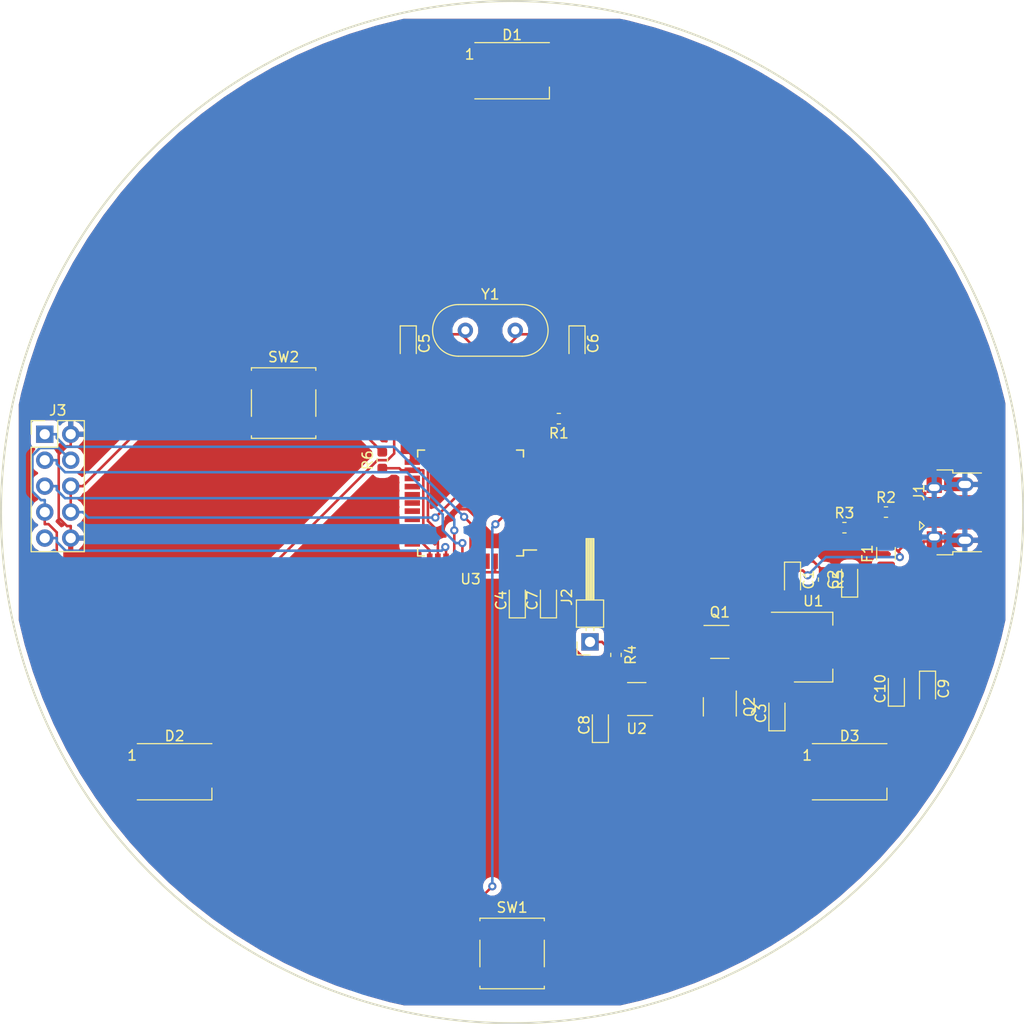
<source format=kicad_pcb>
(kicad_pcb (version 20171130) (host pcbnew "(5.0.1)-3")

  (general
    (thickness 1.6)
    (drawings 2)
    (tracks 366)
    (zones 0)
    (modules 31)
    (nets 47)
  )

  (page A4)
  (layers
    (0 F.Cu signal)
    (31 B.Cu signal)
    (32 B.Adhes user)
    (33 F.Adhes user)
    (34 B.Paste user)
    (35 F.Paste user)
    (36 B.SilkS user)
    (37 F.SilkS user)
    (38 B.Mask user)
    (39 F.Mask user)
    (40 Dwgs.User user)
    (41 Cmts.User user)
    (42 Eco1.User user)
    (43 Eco2.User user)
    (44 Edge.Cuts user)
    (45 Margin user)
    (46 B.CrtYd user)
    (47 F.CrtYd user)
    (48 B.Fab user)
    (49 F.Fab user)
  )

  (setup
    (last_trace_width 0.25)
    (trace_clearance 0.2)
    (zone_clearance 0.508)
    (zone_45_only no)
    (trace_min 0.2)
    (segment_width 0.2)
    (edge_width 0.15)
    (via_size 0.8)
    (via_drill 0.4)
    (via_min_size 0.4)
    (via_min_drill 0.3)
    (uvia_size 0.3)
    (uvia_drill 0.1)
    (uvias_allowed no)
    (uvia_min_size 0.2)
    (uvia_min_drill 0.1)
    (pcb_text_width 0.3)
    (pcb_text_size 1.5 1.5)
    (mod_edge_width 0.15)
    (mod_text_size 1 1)
    (mod_text_width 0.15)
    (pad_size 0.875 0.95)
    (pad_drill 0)
    (pad_to_mask_clearance 0.2)
    (solder_mask_min_width 0.25)
    (aux_axis_origin 0 0)
    (grid_origin 146.558 98.298)
    (visible_elements 7FFFFFFF)
    (pcbplotparams
      (layerselection 0x010fc_ffffffff)
      (usegerberextensions false)
      (usegerberattributes false)
      (usegerberadvancedattributes false)
      (creategerberjobfile false)
      (excludeedgelayer true)
      (linewidth 0.100000)
      (plotframeref false)
      (viasonmask false)
      (mode 1)
      (useauxorigin false)
      (hpglpennumber 1)
      (hpglpenspeed 20)
      (hpglpendiameter 15.000000)
      (psnegative false)
      (psa4output false)
      (plotreference true)
      (plotvalue true)
      (plotinvisibletext false)
      (padsonsilk false)
      (subtractmaskfromsilk false)
      (outputformat 1)
      (mirror false)
      (drillshape 1)
      (scaleselection 1)
      (outputdirectory ""))
  )

  (net 0 "")
  (net 1 GND)
  (net 2 "Net-(C1-Pad1)")
  (net 3 VBUS)
  (net 4 "Net-(C3-Pad2)")
  (net 5 +3V3)
  (net 6 "Net-(C5-Pad1)")
  (net 7 "Net-(C6-Pad1)")
  (net 8 +5V)
  (net 9 "Net-(D1-Pad4)")
  (net 10 "Net-(D1-Pad2)")
  (net 11 "Net-(D2-Pad2)")
  (net 12 "Net-(D3-Pad2)")
  (net 13 "Net-(J1-Pad2)")
  (net 14 "Net-(J1-Pad3)")
  (net 15 "Net-(J1-Pad4)")
  (net 16 /Vin)
  (net 17 "Net-(J3-Pad1)")
  (net 18 "Net-(J3-Pad3)")
  (net 19 "Net-(J3-Pad5)")
  (net 20 /reset)
  (net 21 "Net-(J3-Pad9)")
  (net 22 /Input_Interrupt)
  (net 23 /D+)
  (net 24 /D-)
  (net 25 "Net-(U2-Pad4)")
  (net 26 "Net-(U3-Pad1)")
  (net 27 "Net-(U3-Pad6)")
  (net 28 "Net-(U3-Pad9)")
  (net 29 "Net-(U3-Pad10)")
  (net 30 "Net-(U3-Pad11)")
  (net 31 "Net-(U3-Pad18)")
  (net 32 "Net-(U3-Pad19)")
  (net 33 "Net-(U3-Pad20)")
  (net 34 "Net-(U3-Pad21)")
  (net 35 "Net-(U3-Pad22)")
  (net 36 "Net-(U3-Pad25)")
  (net 37 "Net-(U3-Pad26)")
  (net 38 "Net-(U3-Pad27)")
  (net 39 "Net-(U3-Pad28)")
  (net 40 "Net-(U3-Pad29)")
  (net 41 "Net-(U3-Pad30)")
  (net 42 "Net-(U3-Pad31)")
  (net 43 "Net-(U3-Pad32)")
  (net 44 "Net-(U3-Pad33)")
  (net 45 "Net-(U3-Pad40)")
  (net 46 "Net-(U3-Pad41)")

  (net_class Default "This is the default net class."
    (clearance 0.2)
    (trace_width 0.25)
    (via_dia 0.8)
    (via_drill 0.4)
    (uvia_dia 0.3)
    (uvia_drill 0.1)
    (add_net +3V3)
    (add_net +5V)
    (add_net /D+)
    (add_net /D-)
    (add_net /Input_Interrupt)
    (add_net /Vin)
    (add_net /reset)
    (add_net GND)
    (add_net "Net-(C1-Pad1)")
    (add_net "Net-(C3-Pad2)")
    (add_net "Net-(C5-Pad1)")
    (add_net "Net-(C6-Pad1)")
    (add_net "Net-(D1-Pad2)")
    (add_net "Net-(D1-Pad4)")
    (add_net "Net-(D2-Pad2)")
    (add_net "Net-(D3-Pad2)")
    (add_net "Net-(J1-Pad2)")
    (add_net "Net-(J1-Pad3)")
    (add_net "Net-(J1-Pad4)")
    (add_net "Net-(J3-Pad1)")
    (add_net "Net-(J3-Pad3)")
    (add_net "Net-(J3-Pad5)")
    (add_net "Net-(J3-Pad9)")
    (add_net "Net-(U2-Pad4)")
    (add_net "Net-(U3-Pad1)")
    (add_net "Net-(U3-Pad10)")
    (add_net "Net-(U3-Pad11)")
    (add_net "Net-(U3-Pad18)")
    (add_net "Net-(U3-Pad19)")
    (add_net "Net-(U3-Pad20)")
    (add_net "Net-(U3-Pad21)")
    (add_net "Net-(U3-Pad22)")
    (add_net "Net-(U3-Pad25)")
    (add_net "Net-(U3-Pad26)")
    (add_net "Net-(U3-Pad27)")
    (add_net "Net-(U3-Pad28)")
    (add_net "Net-(U3-Pad29)")
    (add_net "Net-(U3-Pad30)")
    (add_net "Net-(U3-Pad31)")
    (add_net "Net-(U3-Pad32)")
    (add_net "Net-(U3-Pad33)")
    (add_net "Net-(U3-Pad40)")
    (add_net "Net-(U3-Pad41)")
    (add_net "Net-(U3-Pad6)")
    (add_net "Net-(U3-Pad9)")
    (add_net VBUS)
  )

  (module Fuse:Fuse_1206_3216Metric (layer F.Cu) (tedit 5B301BBE) (tstamp 5BFD4197)
    (at 183.134 102.362 90)
    (descr "Fuse SMD 1206 (3216 Metric), square (rectangular) end terminal, IPC_7351 nominal, (Body size source: http://www.tortai-tech.com/upload/download/2011102023233369053.pdf), generated with kicad-footprint-generator")
    (tags resistor)
    (path /5BF77F65)
    (attr smd)
    (fp_text reference F1 (at 0 -1.82 90) (layer F.SilkS)
      (effects (font (size 1 1) (thickness 0.15)))
    )
    (fp_text value "Polyfuse MF-MSMF050-2" (at 0 1.82 90) (layer F.Fab)
      (effects (font (size 1 1) (thickness 0.15)))
    )
    (fp_line (start -1.6 0.8) (end -1.6 -0.8) (layer F.Fab) (width 0.1))
    (fp_line (start -1.6 -0.8) (end 1.6 -0.8) (layer F.Fab) (width 0.1))
    (fp_line (start 1.6 -0.8) (end 1.6 0.8) (layer F.Fab) (width 0.1))
    (fp_line (start 1.6 0.8) (end -1.6 0.8) (layer F.Fab) (width 0.1))
    (fp_line (start -0.602064 -0.91) (end 0.602064 -0.91) (layer F.SilkS) (width 0.12))
    (fp_line (start -0.602064 0.91) (end 0.602064 0.91) (layer F.SilkS) (width 0.12))
    (fp_line (start -2.28 1.12) (end -2.28 -1.12) (layer F.CrtYd) (width 0.05))
    (fp_line (start -2.28 -1.12) (end 2.28 -1.12) (layer F.CrtYd) (width 0.05))
    (fp_line (start 2.28 -1.12) (end 2.28 1.12) (layer F.CrtYd) (width 0.05))
    (fp_line (start 2.28 1.12) (end -2.28 1.12) (layer F.CrtYd) (width 0.05))
    (fp_text user %R (at 0 0 90) (layer F.Fab)
      (effects (font (size 0.8 0.8) (thickness 0.12)))
    )
    (pad 1 smd roundrect (at -1.4 0 90) (size 1.25 1.75) (layers F.Cu F.Paste F.Mask) (roundrect_rratio 0.2)
      (net 3 VBUS))
    (pad 2 smd roundrect (at 1.4 0 90) (size 1.25 1.75) (layers F.Cu F.Paste F.Mask) (roundrect_rratio 0.2)
      (net 2 "Net-(C1-Pad1)"))
    (model ${KISYS3DMOD}/Fuse.3dshapes/Fuse_1206_3216Metric.wrl
      (at (xyz 0 0 0))
      (scale (xyz 1 1 1))
      (rotate (xyz 0 0 0))
    )
  )

  (module Connector_USB:USB_Micro-B_Amphenol_10103594-0001LF_Horizontal (layer F.Cu) (tedit 5A1DC0BD) (tstamp 5BFD29AE)
    (at 189.738 98.298 90)
    (descr "Micro USB Type B 10103594-0001LF, http://cdn.amphenol-icc.com/media/wysiwyg/files/drawing/10103594.pdf")
    (tags "USB USB_B USB_micro USB_OTG")
    (path /5BEE5215)
    (attr smd)
    (fp_text reference J1 (at 1.925 -3.365 90) (layer F.SilkS)
      (effects (font (size 1 1) (thickness 0.15)))
    )
    (fp_text value USB_B_Mini (at -0.025 4.435 90) (layer F.Fab)
      (effects (font (size 1 1) (thickness 0.15)))
    )
    (fp_text user "PCB edge" (at -0.025 2.235 90) (layer Dwgs.User)
      (effects (font (size 0.5 0.5) (thickness 0.075)))
    )
    (fp_text user %R (at -0.025 -0.015 90) (layer F.Fab)
      (effects (font (size 1 1) (thickness 0.15)))
    )
    (fp_line (start -4.175 -0.065) (end -4.175 -1.615) (layer F.SilkS) (width 0.12))
    (fp_line (start -4.175 -0.065) (end -3.875 -0.065) (layer F.SilkS) (width 0.12))
    (fp_line (start -3.875 2.735) (end -3.875 -0.065) (layer F.SilkS) (width 0.12))
    (fp_line (start 4.125 -0.065) (end 4.125 -1.615) (layer F.SilkS) (width 0.12))
    (fp_line (start 3.825 -0.065) (end 4.125 -0.065) (layer F.SilkS) (width 0.12))
    (fp_line (start 3.825 2.735) (end 3.825 -0.065) (layer F.SilkS) (width 0.12))
    (fp_line (start -0.925 -3.315) (end -1.325 -2.865) (layer F.SilkS) (width 0.12))
    (fp_line (start -1.725 -3.315) (end -0.925 -3.315) (layer F.SilkS) (width 0.12))
    (fp_line (start -1.325 -2.865) (end -1.725 -3.315) (layer F.SilkS) (width 0.12))
    (fp_line (start -3.775 -0.865) (end -2.975 -1.615) (layer F.Fab) (width 0.12))
    (fp_line (start 3.725 3.335) (end -3.775 3.335) (layer F.Fab) (width 0.12))
    (fp_line (start 3.725 -1.615) (end 3.725 3.335) (layer F.Fab) (width 0.12))
    (fp_line (start -2.975 -1.615) (end 3.725 -1.615) (layer F.Fab) (width 0.12))
    (fp_line (start -3.775 3.335) (end -3.775 -0.865) (layer F.Fab) (width 0.12))
    (fp_line (start -4.025 2.835) (end 3.975 2.835) (layer Dwgs.User) (width 0.1))
    (fp_line (start -4.13 -2.88) (end 4.14 -2.88) (layer F.CrtYd) (width 0.05))
    (fp_line (start -4.13 -2.88) (end -4.13 3.58) (layer F.CrtYd) (width 0.05))
    (fp_line (start 4.14 3.58) (end 4.14 -2.88) (layer F.CrtYd) (width 0.05))
    (fp_line (start 4.14 3.58) (end -4.13 3.58) (layer F.CrtYd) (width 0.05))
    (pad 6 smd rect (at 2.725 0.185 90) (size 1.35 2) (layers F.Cu F.Paste F.Mask)
      (net 1 GND))
    (pad 6 smd rect (at -2.755 0.185 90) (size 1.35 2) (layers F.Cu F.Paste F.Mask)
      (net 1 GND))
    (pad 6 smd rect (at -2.975 -0.565 90) (size 1.825 0.7) (layers F.Cu F.Paste F.Mask)
      (net 1 GND))
    (pad 6 smd rect (at 2.975 -0.565 90) (size 1.825 0.7) (layers F.Cu F.Paste F.Mask)
      (net 1 GND))
    (pad 6 smd rect (at -2.875 -1.865 90) (size 2 1.5) (layers F.Cu F.Paste F.Mask)
      (net 1 GND))
    (pad 6 smd rect (at 2.875 -1.885 90) (size 2 1.5) (layers F.Cu F.Paste F.Mask)
      (net 1 GND))
    (pad 1 smd rect (at -1.325 -1.765 180) (size 1.65 0.4) (layers F.Cu F.Paste F.Mask)
      (net 2 "Net-(C1-Pad1)"))
    (pad 2 smd rect (at -0.675 -1.765 180) (size 1.65 0.4) (layers F.Cu F.Paste F.Mask)
      (net 13 "Net-(J1-Pad2)"))
    (pad 3 smd rect (at -0.025 -1.765 180) (size 1.65 0.4) (layers F.Cu F.Paste F.Mask)
      (net 14 "Net-(J1-Pad3)"))
    (pad 4 smd rect (at 0.625 -1.765 180) (size 1.65 0.4) (layers F.Cu F.Paste F.Mask)
      (net 15 "Net-(J1-Pad4)"))
    (pad 5 smd rect (at 1.275 -1.765 180) (size 1.65 0.4) (layers F.Cu F.Paste F.Mask)
      (net 1 GND))
    (pad 6 thru_hole oval (at -2.445 -1.885 180) (size 1.5 1.1) (drill oval 1.05 0.65) (layers *.Cu *.Mask)
      (net 1 GND))
    (pad 6 thru_hole oval (at 2.395 -1.885 180) (size 1.5 1.1) (drill oval 1.05 0.65) (layers *.Cu *.Mask)
      (net 1 GND))
    (pad 6 thru_hole oval (at -2.755 1.115 180) (size 1.7 1.35) (drill oval 1.2 0.7) (layers *.Cu *.Mask)
      (net 1 GND))
    (pad 6 thru_hole oval (at 2.705 1.115 180) (size 1.7 1.35) (drill oval 1.2 0.7) (layers *.Cu *.Mask)
      (net 1 GND))
    (pad 6 smd rect (at -0.985 1.385 180) (size 2.5 1.43) (layers F.Cu F.Paste F.Mask)
      (net 1 GND))
    (pad 6 smd rect (at 0.935 1.385 180) (size 2.5 1.43) (layers F.Cu F.Paste F.Mask)
      (net 1 GND))
    (model ${KISYS3DMOD}/Connector_USB.3dshapes/USB_Micro-B_Amphenol_10103594-0001LF_Horizontal.wrl
      (at (xyz 0 0 0))
      (scale (xyz 1 1 1))
      (rotate (xyz 0 0 0))
    )
    (model ${KIPRJMOD}/USB-B_Micro.step
      (offset (xyz 0 -3 1.25))
      (scale (xyz 1 1 1))
      (rotate (xyz -90 0 0))
    )
  )

  (module Connector_PinHeader_2.54mm:PinHeader_1x01_P2.54mm_Horizontal (layer F.Cu) (tedit 59FED5CB) (tstamp 5BFD29D4)
    (at 154.178 110.998 90)
    (descr "Through hole angled pin header, 1x01, 2.54mm pitch, 6mm pin length, single row")
    (tags "Through hole angled pin header THT 1x01 2.54mm single row")
    (path /5BF52B3A)
    (fp_text reference J2 (at 4.385 -2.27 90) (layer F.SilkS)
      (effects (font (size 1 1) (thickness 0.15)))
    )
    (fp_text value Conn_01x01_Female (at 4.385 2.27 90) (layer F.Fab)
      (effects (font (size 1 1) (thickness 0.15)))
    )
    (fp_line (start 2.135 -1.27) (end 4.04 -1.27) (layer F.Fab) (width 0.1))
    (fp_line (start 4.04 -1.27) (end 4.04 1.27) (layer F.Fab) (width 0.1))
    (fp_line (start 4.04 1.27) (end 1.5 1.27) (layer F.Fab) (width 0.1))
    (fp_line (start 1.5 1.27) (end 1.5 -0.635) (layer F.Fab) (width 0.1))
    (fp_line (start 1.5 -0.635) (end 2.135 -1.27) (layer F.Fab) (width 0.1))
    (fp_line (start -0.32 -0.32) (end 1.5 -0.32) (layer F.Fab) (width 0.1))
    (fp_line (start -0.32 -0.32) (end -0.32 0.32) (layer F.Fab) (width 0.1))
    (fp_line (start -0.32 0.32) (end 1.5 0.32) (layer F.Fab) (width 0.1))
    (fp_line (start 4.04 -0.32) (end 10.04 -0.32) (layer F.Fab) (width 0.1))
    (fp_line (start 10.04 -0.32) (end 10.04 0.32) (layer F.Fab) (width 0.1))
    (fp_line (start 4.04 0.32) (end 10.04 0.32) (layer F.Fab) (width 0.1))
    (fp_line (start 1.44 -1.33) (end 1.44 1.33) (layer F.SilkS) (width 0.12))
    (fp_line (start 1.44 1.33) (end 4.1 1.33) (layer F.SilkS) (width 0.12))
    (fp_line (start 4.1 1.33) (end 4.1 -1.33) (layer F.SilkS) (width 0.12))
    (fp_line (start 4.1 -1.33) (end 1.44 -1.33) (layer F.SilkS) (width 0.12))
    (fp_line (start 4.1 -0.38) (end 10.1 -0.38) (layer F.SilkS) (width 0.12))
    (fp_line (start 10.1 -0.38) (end 10.1 0.38) (layer F.SilkS) (width 0.12))
    (fp_line (start 10.1 0.38) (end 4.1 0.38) (layer F.SilkS) (width 0.12))
    (fp_line (start 4.1 -0.32) (end 10.1 -0.32) (layer F.SilkS) (width 0.12))
    (fp_line (start 4.1 -0.2) (end 10.1 -0.2) (layer F.SilkS) (width 0.12))
    (fp_line (start 4.1 -0.08) (end 10.1 -0.08) (layer F.SilkS) (width 0.12))
    (fp_line (start 4.1 0.04) (end 10.1 0.04) (layer F.SilkS) (width 0.12))
    (fp_line (start 4.1 0.16) (end 10.1 0.16) (layer F.SilkS) (width 0.12))
    (fp_line (start 4.1 0.28) (end 10.1 0.28) (layer F.SilkS) (width 0.12))
    (fp_line (start 1.11 -0.38) (end 1.44 -0.38) (layer F.SilkS) (width 0.12))
    (fp_line (start 1.11 0.38) (end 1.44 0.38) (layer F.SilkS) (width 0.12))
    (fp_line (start -1.27 0) (end -1.27 -1.27) (layer F.SilkS) (width 0.12))
    (fp_line (start -1.27 -1.27) (end 0 -1.27) (layer F.SilkS) (width 0.12))
    (fp_line (start -1.8 -1.8) (end -1.8 1.8) (layer F.CrtYd) (width 0.05))
    (fp_line (start -1.8 1.8) (end 10.55 1.8) (layer F.CrtYd) (width 0.05))
    (fp_line (start 10.55 1.8) (end 10.55 -1.8) (layer F.CrtYd) (width 0.05))
    (fp_line (start 10.55 -1.8) (end -1.8 -1.8) (layer F.CrtYd) (width 0.05))
    (fp_text user %R (at 2.77 0 180) (layer F.Fab)
      (effects (font (size 1 1) (thickness 0.15)))
    )
    (pad 1 thru_hole rect (at 0 0 90) (size 1.7 1.7) (drill 1) (layers *.Cu *.Mask)
      (net 16 /Vin))
    (model ${KISYS3DMOD}/Connector_PinHeader_2.54mm.3dshapes/PinHeader_1x01_P2.54mm_Horizontal.wrl
      (at (xyz 0 0 0))
      (scale (xyz 1 1 1))
      (rotate (xyz 0 0 0))
    )
  )

  (module Package_TO_SOT_SMD:SOT-23-6 (layer F.Cu) (tedit 5BFDAEDE) (tstamp 5BFD2A53)
    (at 166.878 110.998)
    (descr "6-pin SOT-23 package")
    (tags SOT-23-6)
    (path /5BF4AE2C)
    (attr smd)
    (fp_text reference Q1 (at 0 -2.9) (layer F.SilkS)
      (effects (font (size 1 1) (thickness 0.15)))
    )
    (fp_text value PMV48XP (at 0 2.9) (layer F.Fab)
      (effects (font (size 1 1) (thickness 0.15)))
    )
    (fp_text user %R (at 0 0 180) (layer F.Fab)
      (effects (font (size 0.5 0.5) (thickness 0.075)))
    )
    (fp_line (start -0.9 1.61) (end 0.9 1.61) (layer F.SilkS) (width 0.12))
    (fp_line (start 0.9 -1.61) (end -1.55 -1.61) (layer F.SilkS) (width 0.12))
    (fp_line (start 1.9 -1.8) (end -1.9 -1.8) (layer F.CrtYd) (width 0.05))
    (fp_line (start 1.9 1.8) (end 1.9 -1.8) (layer F.CrtYd) (width 0.05))
    (fp_line (start -1.9 1.8) (end 1.9 1.8) (layer F.CrtYd) (width 0.05))
    (fp_line (start -1.9 -1.8) (end -1.9 1.8) (layer F.CrtYd) (width 0.05))
    (fp_line (start -0.9 -0.9) (end -0.25 -1.55) (layer F.Fab) (width 0.1))
    (fp_line (start 0.9 -1.55) (end -0.25 -1.55) (layer F.Fab) (width 0.1))
    (fp_line (start -0.9 -0.9) (end -0.9 1.55) (layer F.Fab) (width 0.1))
    (fp_line (start 0.9 1.55) (end -0.9 1.55) (layer F.Fab) (width 0.1))
    (fp_line (start 0.9 -1.55) (end 0.9 1.55) (layer F.Fab) (width 0.1))
    (pad 1 smd rect (at -1.1 -0.95) (size 1.06 0.65) (layers F.Cu F.Paste F.Mask)
      (net 3 VBUS))
    (pad 2 smd rect (at -1.1 0) (size 1.06 0.65) (layers F.Cu F.Paste F.Mask)
      (net 16 /Vin))
    (pad 3 smd rect (at -1.1 0.95) (size 1.06 0.65) (layers F.Cu F.Paste F.Mask)
      (net 8 +5V))
    (pad 4 smd rect (at 1.1 0.95) (size 1.06 0.65) (layers F.Cu F.Paste F.Mask))
    (pad 6 smd rect (at 1.1 -0.95) (size 1.06 0.65) (layers F.Cu F.Paste F.Mask))
    (pad 5 smd rect (at 1.1 0) (size 1.06 0.65) (layers F.Cu F.Paste F.Mask))
    (model ${KISYS3DMOD}/Package_TO_SOT_SMD.3dshapes/SOT-23-6.wrl
      (at (xyz 0 0 0))
      (scale (xyz 1 1 1))
      (rotate (xyz 0 0 0))
    )
  )

  (module Package_TO_SOT_SMD:SOT-23-6 (layer F.Cu) (tedit 5A02FF57) (tstamp 5BFD2A69)
    (at 166.878 117.348 270)
    (descr "6-pin SOT-23 package")
    (tags SOT-23-6)
    (path /5BEDBC93)
    (attr smd)
    (fp_text reference Q2 (at 0 -2.9 270) (layer F.SilkS)
      (effects (font (size 1 1) (thickness 0.15)))
    )
    (fp_text value PMV48XP (at 0 2.9 270) (layer F.Fab)
      (effects (font (size 1 1) (thickness 0.15)))
    )
    (fp_line (start 0.9 -1.55) (end 0.9 1.55) (layer F.Fab) (width 0.1))
    (fp_line (start 0.9 1.55) (end -0.9 1.55) (layer F.Fab) (width 0.1))
    (fp_line (start -0.9 -0.9) (end -0.9 1.55) (layer F.Fab) (width 0.1))
    (fp_line (start 0.9 -1.55) (end -0.25 -1.55) (layer F.Fab) (width 0.1))
    (fp_line (start -0.9 -0.9) (end -0.25 -1.55) (layer F.Fab) (width 0.1))
    (fp_line (start -1.9 -1.8) (end -1.9 1.8) (layer F.CrtYd) (width 0.05))
    (fp_line (start -1.9 1.8) (end 1.9 1.8) (layer F.CrtYd) (width 0.05))
    (fp_line (start 1.9 1.8) (end 1.9 -1.8) (layer F.CrtYd) (width 0.05))
    (fp_line (start 1.9 -1.8) (end -1.9 -1.8) (layer F.CrtYd) (width 0.05))
    (fp_line (start 0.9 -1.61) (end -1.55 -1.61) (layer F.SilkS) (width 0.12))
    (fp_line (start -0.9 1.61) (end 0.9 1.61) (layer F.SilkS) (width 0.12))
    (fp_text user %R (at 0 0 90) (layer F.Fab)
      (effects (font (size 0.5 0.5) (thickness 0.075)))
    )
    (pad 5 smd rect (at 1.1 0 270) (size 1.06 0.65) (layers F.Cu F.Paste F.Mask))
    (pad 6 smd rect (at 1.1 -0.95 270) (size 1.06 0.65) (layers F.Cu F.Paste F.Mask))
    (pad 4 smd rect (at 1.1 0.95 270) (size 1.06 0.65) (layers F.Cu F.Paste F.Mask))
    (pad 3 smd rect (at -1.1 0.95 270) (size 1.06 0.65) (layers F.Cu F.Paste F.Mask)
      (net 4 "Net-(C3-Pad2)"))
    (pad 2 smd rect (at -1.1 0 270) (size 1.06 0.65) (layers F.Cu F.Paste F.Mask)
      (net 8 +5V))
    (pad 1 smd rect (at -1.1 -0.95 270) (size 1.06 0.65) (layers F.Cu F.Paste F.Mask)
      (net 16 /Vin))
    (model ${KISYS3DMOD}/Package_TO_SOT_SMD.3dshapes/SOT-23-6.wrl
      (at (xyz 0 0 0))
      (scale (xyz 1 1 1))
      (rotate (xyz 0 0 0))
    )
  )

  (module Package_TO_SOT_SMD:SOT-223-3_TabPin2 (layer F.Cu) (tedit 5A02FF57) (tstamp 5BFD2B19)
    (at 176.022 111.506)
    (descr "module CMS SOT223 4 pins")
    (tags "CMS SOT")
    (path /5BED9CC1)
    (attr smd)
    (fp_text reference U1 (at 0 -4.5) (layer F.SilkS)
      (effects (font (size 1 1) (thickness 0.15)))
    )
    (fp_text value NCP1117-5.0_SOT223 (at 0 4.5) (layer F.Fab)
      (effects (font (size 1 1) (thickness 0.15)))
    )
    (fp_text user %R (at 0 0 90) (layer F.Fab)
      (effects (font (size 0.8 0.8) (thickness 0.12)))
    )
    (fp_line (start 1.91 3.41) (end 1.91 2.15) (layer F.SilkS) (width 0.12))
    (fp_line (start 1.91 -3.41) (end 1.91 -2.15) (layer F.SilkS) (width 0.12))
    (fp_line (start 4.4 -3.6) (end -4.4 -3.6) (layer F.CrtYd) (width 0.05))
    (fp_line (start 4.4 3.6) (end 4.4 -3.6) (layer F.CrtYd) (width 0.05))
    (fp_line (start -4.4 3.6) (end 4.4 3.6) (layer F.CrtYd) (width 0.05))
    (fp_line (start -4.4 -3.6) (end -4.4 3.6) (layer F.CrtYd) (width 0.05))
    (fp_line (start -1.85 -2.35) (end -0.85 -3.35) (layer F.Fab) (width 0.1))
    (fp_line (start -1.85 -2.35) (end -1.85 3.35) (layer F.Fab) (width 0.1))
    (fp_line (start -1.85 3.41) (end 1.91 3.41) (layer F.SilkS) (width 0.12))
    (fp_line (start -0.85 -3.35) (end 1.85 -3.35) (layer F.Fab) (width 0.1))
    (fp_line (start -4.1 -3.41) (end 1.91 -3.41) (layer F.SilkS) (width 0.12))
    (fp_line (start -1.85 3.35) (end 1.85 3.35) (layer F.Fab) (width 0.1))
    (fp_line (start 1.85 -3.35) (end 1.85 3.35) (layer F.Fab) (width 0.1))
    (pad 2 smd rect (at 3.15 0) (size 2 3.8) (layers F.Cu F.Paste F.Mask)
      (net 8 +5V))
    (pad 2 smd rect (at -3.15 0) (size 2 1.5) (layers F.Cu F.Paste F.Mask)
      (net 8 +5V))
    (pad 3 smd rect (at -3.15 2.3) (size 2 1.5) (layers F.Cu F.Paste F.Mask)
      (net 4 "Net-(C3-Pad2)"))
    (pad 1 smd rect (at -3.15 -2.3) (size 2 1.5) (layers F.Cu F.Paste F.Mask)
      (net 1 GND))
    (model ${KISYS3DMOD}/Package_TO_SOT_SMD.3dshapes/SOT-223.wrl
      (at (xyz 0 0 0))
      (scale (xyz 1 1 1))
      (rotate (xyz 0 0 0))
    )
  )

  (module Package_TO_SOT_SMD:SOT-23-5 (layer F.Cu) (tedit 5A02FF57) (tstamp 5BFD2B2E)
    (at 158.75 116.586 180)
    (descr "5-pin SOT23 package")
    (tags SOT-23-5)
    (path /5BEDBB32)
    (attr smd)
    (fp_text reference U2 (at 0 -2.9 180) (layer F.SilkS)
      (effects (font (size 1 1) (thickness 0.15)))
    )
    (fp_text value LP2985-3.3 (at 0 2.9 180) (layer F.Fab)
      (effects (font (size 1 1) (thickness 0.15)))
    )
    (fp_text user %R (at 0 0 270) (layer F.Fab)
      (effects (font (size 0.5 0.5) (thickness 0.075)))
    )
    (fp_line (start -0.9 1.61) (end 0.9 1.61) (layer F.SilkS) (width 0.12))
    (fp_line (start 0.9 -1.61) (end -1.55 -1.61) (layer F.SilkS) (width 0.12))
    (fp_line (start -1.9 -1.8) (end 1.9 -1.8) (layer F.CrtYd) (width 0.05))
    (fp_line (start 1.9 -1.8) (end 1.9 1.8) (layer F.CrtYd) (width 0.05))
    (fp_line (start 1.9 1.8) (end -1.9 1.8) (layer F.CrtYd) (width 0.05))
    (fp_line (start -1.9 1.8) (end -1.9 -1.8) (layer F.CrtYd) (width 0.05))
    (fp_line (start -0.9 -0.9) (end -0.25 -1.55) (layer F.Fab) (width 0.1))
    (fp_line (start 0.9 -1.55) (end -0.25 -1.55) (layer F.Fab) (width 0.1))
    (fp_line (start -0.9 -0.9) (end -0.9 1.55) (layer F.Fab) (width 0.1))
    (fp_line (start 0.9 1.55) (end -0.9 1.55) (layer F.Fab) (width 0.1))
    (fp_line (start 0.9 -1.55) (end 0.9 1.55) (layer F.Fab) (width 0.1))
    (pad 1 smd rect (at -1.1 -0.95 180) (size 1.06 0.65) (layers F.Cu F.Paste F.Mask)
      (net 8 +5V))
    (pad 2 smd rect (at -1.1 0 180) (size 1.06 0.65) (layers F.Cu F.Paste F.Mask)
      (net 1 GND))
    (pad 3 smd rect (at -1.1 0.95 180) (size 1.06 0.65) (layers F.Cu F.Paste F.Mask)
      (net 8 +5V))
    (pad 4 smd rect (at 1.1 0.95 180) (size 1.06 0.65) (layers F.Cu F.Paste F.Mask)
      (net 25 "Net-(U2-Pad4)"))
    (pad 5 smd rect (at 1.1 -0.95 180) (size 1.06 0.65) (layers F.Cu F.Paste F.Mask)
      (net 5 +3V3))
    (model ${KISYS3DMOD}/Package_TO_SOT_SMD.3dshapes/SOT-23-5.wrl
      (at (xyz 0 0 0))
      (scale (xyz 1 1 1))
      (rotate (xyz 0 0 0))
    )
  )

  (module FTA_FrogINT_Library_Footprint_Package:Crystal_HC49-U_Vertical (layer F.Cu) (tedit 5BFD3C23) (tstamp 5BFD8467)
    (at 141.986 80.518)
    (descr "Crystal THT HC-49/U http://5hertz.com/pdfs/04404_D.pdf")
    (tags "THT crystalHC-49/U")
    (path /5BEB3F8F)
    (fp_text reference Y1 (at 2.44 -3.525) (layer F.SilkS)
      (effects (font (size 1 1) (thickness 0.15)))
    )
    (fp_text value 16MHz (at 2.44 3.525) (layer F.Fab)
      (effects (font (size 1 1) (thickness 0.15)))
    )
    (fp_text user %R (at 2.44 0) (layer F.Fab)
      (effects (font (size 1 1) (thickness 0.15)))
    )
    (fp_line (start -0.685 -2.325) (end 5.565 -2.325) (layer F.Fab) (width 0.1))
    (fp_line (start -0.685 2.325) (end 5.565 2.325) (layer F.Fab) (width 0.1))
    (fp_line (start -0.56 -2) (end 5.44 -2) (layer F.Fab) (width 0.1))
    (fp_line (start -0.56 2) (end 5.44 2) (layer F.Fab) (width 0.1))
    (fp_line (start -0.685 -2.525) (end 5.565 -2.525) (layer F.SilkS) (width 0.12))
    (fp_line (start -0.685 2.525) (end 5.565 2.525) (layer F.SilkS) (width 0.12))
    (fp_line (start -3.5 -2.8) (end -3.5 2.8) (layer F.CrtYd) (width 0.05))
    (fp_line (start -3.5 2.8) (end 8.4 2.8) (layer F.CrtYd) (width 0.05))
    (fp_line (start 8.4 2.8) (end 8.4 -2.8) (layer F.CrtYd) (width 0.05))
    (fp_line (start 8.4 -2.8) (end -3.5 -2.8) (layer F.CrtYd) (width 0.05))
    (fp_arc (start -0.685 0) (end -0.685 -2.325) (angle -180) (layer F.Fab) (width 0.1))
    (fp_arc (start 5.565 0) (end 5.565 -2.325) (angle 180) (layer F.Fab) (width 0.1))
    (fp_arc (start -0.56 0) (end -0.56 -2) (angle -180) (layer F.Fab) (width 0.1))
    (fp_arc (start 5.44 0) (end 5.44 -2) (angle 180) (layer F.Fab) (width 0.1))
    (fp_arc (start -0.685 0) (end -0.685 -2.525) (angle -180) (layer F.SilkS) (width 0.12))
    (fp_arc (start 5.565 0) (end 5.565 -2.525) (angle 180) (layer F.SilkS) (width 0.12))
    (pad 1 thru_hole circle (at 0 0) (size 1.5 1.5) (drill 0.8) (layers *.Cu *.Mask)
      (net 6 "Net-(C5-Pad1)"))
    (pad 2 thru_hole circle (at 4.88 0) (size 1.5 1.5) (drill 0.8) (layers *.Cu *.Mask)
      (net 7 "Net-(C6-Pad1)"))
    (model ${KISYS3DMOD}/Crystal.3dshapes/Crystal_HC49-U_Vertical.wrl
      (at (xyz 0 0 0))
      (scale (xyz 1 1 1))
      (rotate (xyz 0 0 0))
    )
    (model ${KIPRJMOD}/XTAL.stp
      (at (xyz 0 0 0))
      (scale (xyz 1 1 1))
      (rotate (xyz 0 0 90))
    )
  )

  (module FTA_FrogINT_Library_Footprint_Package:PinHeader_2x05_P2.54mm_Vertical (layer F.Cu) (tedit 5BFD4540) (tstamp 5BFF6703)
    (at 100.838 90.678)
    (descr "Through hole straight pin header, 2x05, 2.54mm pitch, double rows")
    (tags "Through hole pin header THT 2x05 2.54mm double row")
    (path /5BEA8A20)
    (fp_text reference J3 (at 1.27 -2.33) (layer F.SilkS)
      (effects (font (size 1 1) (thickness 0.15)))
    )
    (fp_text value AVR-JTAG-10 (at 1.27 12.49) (layer F.Fab)
      (effects (font (size 1 1) (thickness 0.15)))
    )
    (fp_line (start 0 -1.27) (end 3.81 -1.27) (layer F.Fab) (width 0.1))
    (fp_line (start 3.81 -1.27) (end 3.81 11.43) (layer F.Fab) (width 0.1))
    (fp_line (start 3.81 11.43) (end -1.27 11.43) (layer F.Fab) (width 0.1))
    (fp_line (start -1.27 11.43) (end -1.27 0) (layer F.Fab) (width 0.1))
    (fp_line (start -1.27 0) (end 0 -1.27) (layer F.Fab) (width 0.1))
    (fp_line (start -1.33 11.49) (end 3.87 11.49) (layer F.SilkS) (width 0.12))
    (fp_line (start -1.33 1.27) (end -1.33 11.49) (layer F.SilkS) (width 0.12))
    (fp_line (start 3.87 -1.33) (end 3.87 11.49) (layer F.SilkS) (width 0.12))
    (fp_line (start -1.33 1.27) (end 1.27 1.27) (layer F.SilkS) (width 0.12))
    (fp_line (start 1.27 1.27) (end 1.27 -1.33) (layer F.SilkS) (width 0.12))
    (fp_line (start 1.27 -1.33) (end 3.87 -1.33) (layer F.SilkS) (width 0.12))
    (fp_line (start -1.33 0) (end -1.33 -1.33) (layer F.SilkS) (width 0.12))
    (fp_line (start -1.33 -1.33) (end 0 -1.33) (layer F.SilkS) (width 0.12))
    (fp_line (start -1.8 -1.8) (end -1.8 11.95) (layer F.CrtYd) (width 0.05))
    (fp_line (start -1.8 11.95) (end 4.35 11.95) (layer F.CrtYd) (width 0.05))
    (fp_line (start 4.35 11.95) (end 4.35 -1.8) (layer F.CrtYd) (width 0.05))
    (fp_line (start 4.35 -1.8) (end -1.8 -1.8) (layer F.CrtYd) (width 0.05))
    (fp_text user %R (at 1.27 5.08 90) (layer F.Fab)
      (effects (font (size 1 1) (thickness 0.15)))
    )
    (pad 1 thru_hole rect (at 0 0) (size 1.7 1.7) (drill 1) (layers *.Cu *.Mask)
      (net 17 "Net-(J3-Pad1)"))
    (pad 2 thru_hole oval (at 2.54 0) (size 1.7 1.7) (drill 1) (layers *.Cu *.Mask)
      (net 1 GND))
    (pad 3 thru_hole oval (at 0 2.54) (size 1.7 1.7) (drill 1) (layers *.Cu *.Mask)
      (net 18 "Net-(J3-Pad3)"))
    (pad 4 thru_hole oval (at 2.54 2.54) (size 1.7 1.7) (drill 1) (layers *.Cu *.Mask)
      (net 5 +3V3))
    (pad 5 thru_hole oval (at 0 5.08) (size 1.7 1.7) (drill 1) (layers *.Cu *.Mask)
      (net 19 "Net-(J3-Pad5)"))
    (pad 6 thru_hole oval (at 2.54 5.08) (size 1.7 1.7) (drill 1) (layers *.Cu *.Mask)
      (net 20 /reset))
    (pad 7 thru_hole oval (at 0 7.62) (size 1.7 1.7) (drill 1) (layers *.Cu *.Mask)
      (net 5 +3V3))
    (pad 8 thru_hole oval (at 2.54 7.62) (size 1.7 1.7) (drill 1) (layers *.Cu *.Mask)
      (net 20 /reset))
    (pad 9 thru_hole oval (at 0 10.16) (size 1.7 1.7) (drill 1) (layers *.Cu *.Mask)
      (net 21 "Net-(J3-Pad9)"))
    (pad 10 thru_hole oval (at 2.54 10.16) (size 1.7 1.7) (drill 1) (layers *.Cu *.Mask)
      (net 1 GND))
    (model ${KISYS3DMOD}/Connector_PinHeader_2.54mm.3dshapes/PinHeader_2x05_P2.54mm_Vertical.wrl
      (at (xyz 0 0 0))
      (scale (xyz 1 1 1))
      (rotate (xyz 0 0 0))
    )
    (model ${KIPRJMOD}/JTAG-Header_2-54_2x5.step
      (at (xyz 0 0 0))
      (scale (xyz 1 1 1))
      (rotate (xyz 0 0 90))
    )
  )

  (module FTA_FrogINT_Library_Footprint_Package:TQFP-44_10x10mm_P0.8mm (layer F.Cu) (tedit 5BFD3EAD) (tstamp 5BFF6722)
    (at 142.494 97.403 180)
    (descr "44-Lead Plastic Thin Quad Flatpack (PT) - 10x10x1.0 mm Body [TQFP] (see Microchip Packaging Specification 00000049BS.pdf)")
    (tags "QFP 0.8")
    (path /5BE236C9)
    (attr smd)
    (fp_text reference U3 (at 0 -7.45 180) (layer F.SilkS)
      (effects (font (size 1 1) (thickness 0.15)))
    )
    (fp_text value ATmega16U4RC-AU (at 0 7.45 180) (layer F.Fab)
      (effects (font (size 1 1) (thickness 0.15)))
    )
    (fp_text user %R (at 0 0 180) (layer F.Fab)
      (effects (font (size 1 1) (thickness 0.15)))
    )
    (fp_line (start -4 -5) (end 5 -5) (layer F.Fab) (width 0.15))
    (fp_line (start 5 -5) (end 5 5) (layer F.Fab) (width 0.15))
    (fp_line (start 5 5) (end -5 5) (layer F.Fab) (width 0.15))
    (fp_line (start -5 5) (end -5 -4) (layer F.Fab) (width 0.15))
    (fp_line (start -5 -4) (end -4 -5) (layer F.Fab) (width 0.15))
    (fp_line (start -6.7 -6.7) (end -6.7 6.7) (layer F.CrtYd) (width 0.05))
    (fp_line (start 6.7 -6.7) (end 6.7 6.7) (layer F.CrtYd) (width 0.05))
    (fp_line (start -6.7 -6.7) (end 6.7 -6.7) (layer F.CrtYd) (width 0.05))
    (fp_line (start -6.7 6.7) (end 6.7 6.7) (layer F.CrtYd) (width 0.05))
    (fp_line (start -5.175 -5.175) (end -5.175 -4.6) (layer F.SilkS) (width 0.15))
    (fp_line (start 5.175 -5.175) (end 5.175 -4.5) (layer F.SilkS) (width 0.15))
    (fp_line (start 5.175 5.175) (end 5.175 4.5) (layer F.SilkS) (width 0.15))
    (fp_line (start -5.175 5.175) (end -5.175 4.5) (layer F.SilkS) (width 0.15))
    (fp_line (start -5.175 -5.175) (end -4.5 -5.175) (layer F.SilkS) (width 0.15))
    (fp_line (start -5.175 5.175) (end -4.5 5.175) (layer F.SilkS) (width 0.15))
    (fp_line (start 5.175 5.175) (end 4.5 5.175) (layer F.SilkS) (width 0.15))
    (fp_line (start 5.175 -5.175) (end 4.5 -5.175) (layer F.SilkS) (width 0.15))
    (fp_line (start -5.175 -4.6) (end -6.45 -4.6) (layer F.SilkS) (width 0.15))
    (pad 1 smd rect (at -5.7 -4 180) (size 1.5 0.55) (layers F.Cu F.Paste F.Mask)
      (net 26 "Net-(U3-Pad1)"))
    (pad 2 smd rect (at -5.7 -3.2 180) (size 1.5 0.55) (layers F.Cu F.Paste F.Mask)
      (net 5 +3V3))
    (pad 3 smd rect (at -5.7 -2.4 180) (size 1.5 0.55) (layers F.Cu F.Paste F.Mask)
      (net 24 /D-))
    (pad 4 smd rect (at -5.7 -1.6 180) (size 1.5 0.55) (layers F.Cu F.Paste F.Mask)
      (net 23 /D+))
    (pad 5 smd rect (at -5.7 -0.8 180) (size 1.5 0.55) (layers F.Cu F.Paste F.Mask)
      (net 1 GND))
    (pad 6 smd rect (at -5.7 0 180) (size 1.5 0.55) (layers F.Cu F.Paste F.Mask)
      (net 27 "Net-(U3-Pad6)"))
    (pad 7 smd rect (at -5.7 0.8 180) (size 1.5 0.55) (layers F.Cu F.Paste F.Mask)
      (net 5 +3V3))
    (pad 8 smd rect (at -5.7 1.6 180) (size 1.5 0.55) (layers F.Cu F.Paste F.Mask)
      (net 9 "Net-(D1-Pad4)"))
    (pad 9 smd rect (at -5.7 2.4 180) (size 1.5 0.55) (layers F.Cu F.Paste F.Mask)
      (net 28 "Net-(U3-Pad9)"))
    (pad 10 smd rect (at -5.7 3.2 180) (size 1.5 0.55) (layers F.Cu F.Paste F.Mask)
      (net 29 "Net-(U3-Pad10)"))
    (pad 11 smd rect (at -5.7 4 180) (size 1.5 0.55) (layers F.Cu F.Paste F.Mask)
      (net 30 "Net-(U3-Pad11)"))
    (pad 12 smd rect (at -4 5.7 270) (size 1.5 0.55) (layers F.Cu F.Paste F.Mask)
      (net 22 /Input_Interrupt))
    (pad 13 smd rect (at -3.2 5.7 270) (size 1.5 0.55) (layers F.Cu F.Paste F.Mask)
      (net 20 /reset))
    (pad 14 smd rect (at -2.4 5.7 270) (size 1.5 0.55) (layers F.Cu F.Paste F.Mask)
      (net 5 +3V3))
    (pad 15 smd rect (at -1.6 5.7 270) (size 1.5 0.55) (layers F.Cu F.Paste F.Mask)
      (net 1 GND))
    (pad 16 smd rect (at -0.8 5.7 270) (size 1.5 0.55) (layers F.Cu F.Paste F.Mask)
      (net 7 "Net-(C6-Pad1)"))
    (pad 17 smd rect (at 0 5.7 270) (size 1.5 0.55) (layers F.Cu F.Paste F.Mask)
      (net 6 "Net-(C5-Pad1)"))
    (pad 18 smd rect (at 0.8 5.7 270) (size 1.5 0.55) (layers F.Cu F.Paste F.Mask)
      (net 31 "Net-(U3-Pad18)"))
    (pad 19 smd rect (at 1.6 5.7 270) (size 1.5 0.55) (layers F.Cu F.Paste F.Mask)
      (net 32 "Net-(U3-Pad19)"))
    (pad 20 smd rect (at 2.4 5.7 270) (size 1.5 0.55) (layers F.Cu F.Paste F.Mask)
      (net 33 "Net-(U3-Pad20)"))
    (pad 21 smd rect (at 3.2 5.7 270) (size 1.5 0.55) (layers F.Cu F.Paste F.Mask)
      (net 34 "Net-(U3-Pad21)"))
    (pad 22 smd rect (at 4 5.7 270) (size 1.5 0.55) (layers F.Cu F.Paste F.Mask)
      (net 35 "Net-(U3-Pad22)"))
    (pad 23 smd rect (at 5.7 4 180) (size 1.5 0.55) (layers F.Cu F.Paste F.Mask)
      (net 1 GND))
    (pad 24 smd rect (at 5.7 3.2 180) (size 1.5 0.55) (layers F.Cu F.Paste F.Mask)
      (net 5 +3V3))
    (pad 25 smd rect (at 5.7 2.4 180) (size 1.5 0.55) (layers F.Cu F.Paste F.Mask)
      (net 36 "Net-(U3-Pad25)"))
    (pad 26 smd rect (at 5.7 1.6 180) (size 1.5 0.55) (layers F.Cu F.Paste F.Mask)
      (net 37 "Net-(U3-Pad26)"))
    (pad 27 smd rect (at 5.7 0.8 180) (size 1.5 0.55) (layers F.Cu F.Paste F.Mask)
      (net 38 "Net-(U3-Pad27)"))
    (pad 28 smd rect (at 5.7 0 180) (size 1.5 0.55) (layers F.Cu F.Paste F.Mask)
      (net 39 "Net-(U3-Pad28)"))
    (pad 29 smd rect (at 5.7 -0.8 180) (size 1.5 0.55) (layers F.Cu F.Paste F.Mask)
      (net 40 "Net-(U3-Pad29)"))
    (pad 30 smd rect (at 5.7 -1.6 180) (size 1.5 0.55) (layers F.Cu F.Paste F.Mask)
      (net 41 "Net-(U3-Pad30)"))
    (pad 31 smd rect (at 5.7 -2.4 180) (size 1.5 0.55) (layers F.Cu F.Paste F.Mask)
      (net 42 "Net-(U3-Pad31)"))
    (pad 32 smd rect (at 5.7 -3.2 180) (size 1.5 0.55) (layers F.Cu F.Paste F.Mask)
      (net 43 "Net-(U3-Pad32)"))
    (pad 33 smd rect (at 5.7 -4 180) (size 1.5 0.55) (layers F.Cu F.Paste F.Mask)
      (net 44 "Net-(U3-Pad33)"))
    (pad 34 smd rect (at 4 -5.7 270) (size 1.5 0.55) (layers F.Cu F.Paste F.Mask)
      (net 5 +3V3))
    (pad 35 smd rect (at 3.2 -5.7 270) (size 1.5 0.55) (layers F.Cu F.Paste F.Mask)
      (net 1 GND))
    (pad 36 smd rect (at 2.4 -5.7 270) (size 1.5 0.55) (layers F.Cu F.Paste F.Mask)
      (net 21 "Net-(J3-Pad9)"))
    (pad 37 smd rect (at 1.6 -5.7 270) (size 1.5 0.55) (layers F.Cu F.Paste F.Mask)
      (net 18 "Net-(J3-Pad3)"))
    (pad 38 smd rect (at 0.8 -5.7 270) (size 1.5 0.55) (layers F.Cu F.Paste F.Mask)
      (net 19 "Net-(J3-Pad5)"))
    (pad 39 smd rect (at 0 -5.7 270) (size 1.5 0.55) (layers F.Cu F.Paste F.Mask)
      (net 17 "Net-(J3-Pad1)"))
    (pad 40 smd rect (at -0.8 -5.7 270) (size 1.5 0.55) (layers F.Cu F.Paste F.Mask)
      (net 45 "Net-(U3-Pad40)"))
    (pad 41 smd rect (at -1.6 -5.7 270) (size 1.5 0.55) (layers F.Cu F.Paste F.Mask)
      (net 46 "Net-(U3-Pad41)"))
    (pad 42 smd rect (at -2.4 -5.7 270) (size 1.5 0.55) (layers F.Cu F.Paste F.Mask)
      (net 5 +3V3))
    (pad 43 smd rect (at -3.2 -5.7 270) (size 1.5 0.55) (layers F.Cu F.Paste F.Mask)
      (net 1 GND))
    (pad 44 smd rect (at -4 -5.7 270) (size 1.5 0.55) (layers F.Cu F.Paste F.Mask)
      (net 5 +3V3))
    (model ${KISYS3DMOD}/Package_QFP.3dshapes/TQFP-44_10x10mm_P0.8mm.wrl
      (at (xyz 0 0 0))
      (scale (xyz 1 1 1))
      (rotate (xyz 0 0 0))
    )
    (model ${KIPRJMOD}/TQFP44.stp
      (offset (xyz -5 2 0))
      (scale (xyz 1 1 1))
      (rotate (xyz 0 0 90))
    )
  )

  (module FTA_FrogINT_Library_Footprint_Package:CP_EIA-2012-12_Kemet-R (layer F.Cu) (tedit 5BFD621D) (tstamp 5C460ACE)
    (at 173.99 104.902 270)
    (descr "Tantalum Capacitor SMD Kemet-R (2012-12 Metric), IPC_7351 nominal, (Body size from: https://www.vishay.com/docs/40182/tmch.pdf), generated with kicad-footprint-generator")
    (tags "capacitor tantalum")
    (path /5BF91BA6)
    (attr smd)
    (fp_text reference C1 (at 0 -1.58 270) (layer F.SilkS)
      (effects (font (size 1 1) (thickness 0.15)))
    )
    (fp_text value 22µF (at 0 1.58 270) (layer F.Fab)
      (effects (font (size 1 1) (thickness 0.15)))
    )
    (fp_text user %R (at 0 0 270) (layer F.Fab)
      (effects (font (size 0.5 0.5) (thickness 0.08)))
    )
    (fp_line (start 1.7 0.88) (end -1.7 0.88) (layer F.CrtYd) (width 0.05))
    (fp_line (start 1.7 -0.88) (end 1.7 0.88) (layer F.CrtYd) (width 0.05))
    (fp_line (start -1.7 -0.88) (end 1.7 -0.88) (layer F.CrtYd) (width 0.05))
    (fp_line (start -1.7 0.88) (end -1.7 -0.88) (layer F.CrtYd) (width 0.05))
    (fp_line (start -1.71 0.785) (end 1 0.785) (layer F.SilkS) (width 0.12))
    (fp_line (start -1.71 -0.785) (end -1.71 0.785) (layer F.SilkS) (width 0.12))
    (fp_line (start 1 -0.785) (end -1.71 -0.785) (layer F.SilkS) (width 0.12))
    (fp_line (start 1 0.625) (end 1 -0.625) (layer F.Fab) (width 0.1))
    (fp_line (start -1 0.625) (end 1 0.625) (layer F.Fab) (width 0.1))
    (fp_line (start -1 -0.3125) (end -1 0.625) (layer F.Fab) (width 0.1))
    (fp_line (start -0.6875 -0.625) (end -1 -0.3125) (layer F.Fab) (width 0.1))
    (fp_line (start 1 -0.625) (end -0.6875 -0.625) (layer F.Fab) (width 0.1))
    (pad 2 smd roundrect (at 0.8875 0 270) (size 1.125 1.05) (layers F.Cu F.Paste F.Mask) (roundrect_rratio 0.238095)
      (net 1 GND))
    (pad 1 smd roundrect (at -0.8875 0 270) (size 1.125 1.05) (layers F.Cu F.Paste F.Mask) (roundrect_rratio 0.238095)
      (net 2 "Net-(C1-Pad1)"))
    (model ${KISYS3DMOD}/Capacitor_Tantalum_SMD.3dshapes/CP_EIA-2012-12_Kemet-R.wrl
      (at (xyz 0 0 0))
      (scale (xyz 1 1 1))
      (rotate (xyz 0 0 0))
    )
    (model "${KIPRJMOD}/STD(0805) M(2012).STEP"
      (at (xyz 0 0 0))
      (scale (xyz 1 1 1))
      (rotate (xyz -90 0 0))
    )
  )

  (module FTA_FrogINT_Library_Footprint_Package:CP_EIA-2012-12_Kemet-R (layer F.Cu) (tedit 5BFD621D) (tstamp 5C460AE0)
    (at 179.578 104.902 90)
    (descr "Tantalum Capacitor SMD Kemet-R (2012-12 Metric), IPC_7351 nominal, (Body size from: https://www.vishay.com/docs/40182/tmch.pdf), generated with kicad-footprint-generator")
    (tags "capacitor tantalum")
    (path /5BF91B88)
    (attr smd)
    (fp_text reference C2 (at 0 -1.58 90) (layer F.SilkS)
      (effects (font (size 1 1) (thickness 0.15)))
    )
    (fp_text value 100nF (at 0 1.58 90) (layer F.Fab)
      (effects (font (size 1 1) (thickness 0.15)))
    )
    (fp_line (start 1 -0.625) (end -0.6875 -0.625) (layer F.Fab) (width 0.1))
    (fp_line (start -0.6875 -0.625) (end -1 -0.3125) (layer F.Fab) (width 0.1))
    (fp_line (start -1 -0.3125) (end -1 0.625) (layer F.Fab) (width 0.1))
    (fp_line (start -1 0.625) (end 1 0.625) (layer F.Fab) (width 0.1))
    (fp_line (start 1 0.625) (end 1 -0.625) (layer F.Fab) (width 0.1))
    (fp_line (start 1 -0.785) (end -1.71 -0.785) (layer F.SilkS) (width 0.12))
    (fp_line (start -1.71 -0.785) (end -1.71 0.785) (layer F.SilkS) (width 0.12))
    (fp_line (start -1.71 0.785) (end 1 0.785) (layer F.SilkS) (width 0.12))
    (fp_line (start -1.7 0.88) (end -1.7 -0.88) (layer F.CrtYd) (width 0.05))
    (fp_line (start -1.7 -0.88) (end 1.7 -0.88) (layer F.CrtYd) (width 0.05))
    (fp_line (start 1.7 -0.88) (end 1.7 0.88) (layer F.CrtYd) (width 0.05))
    (fp_line (start 1.7 0.88) (end -1.7 0.88) (layer F.CrtYd) (width 0.05))
    (fp_text user %R (at 0 0 90) (layer F.Fab)
      (effects (font (size 0.5 0.5) (thickness 0.08)))
    )
    (pad 1 smd roundrect (at -0.8875 0 90) (size 1.125 1.05) (layers F.Cu F.Paste F.Mask) (roundrect_rratio 0.238095)
      (net 1 GND))
    (pad 2 smd roundrect (at 0.8875 0 90) (size 1.125 1.05) (layers F.Cu F.Paste F.Mask) (roundrect_rratio 0.238095)
      (net 3 VBUS))
    (model ${KISYS3DMOD}/Capacitor_Tantalum_SMD.3dshapes/CP_EIA-2012-12_Kemet-R.wrl
      (at (xyz 0 0 0))
      (scale (xyz 1 1 1))
      (rotate (xyz 0 0 0))
    )
    (model "${KIPRJMOD}/STD(0805) M(2012).STEP"
      (at (xyz 0 0 0))
      (scale (xyz 1 1 1))
      (rotate (xyz -90 0 0))
    )
  )

  (module FTA_FrogINT_Library_Footprint_Package:CP_EIA-2012-12_Kemet-R (layer F.Cu) (tedit 5BFD621D) (tstamp 5C460AF2)
    (at 172.466 117.982 90)
    (descr "Tantalum Capacitor SMD Kemet-R (2012-12 Metric), IPC_7351 nominal, (Body size from: https://www.vishay.com/docs/40182/tmch.pdf), generated with kicad-footprint-generator")
    (tags "capacitor tantalum")
    (path /5BEEC521)
    (attr smd)
    (fp_text reference C3 (at 0 -1.58 90) (layer F.SilkS)
      (effects (font (size 1 1) (thickness 0.15)))
    )
    (fp_text value 100nF (at 0 1.58 90) (layer F.Fab)
      (effects (font (size 1 1) (thickness 0.15)))
    )
    (fp_line (start 1 -0.625) (end -0.6875 -0.625) (layer F.Fab) (width 0.1))
    (fp_line (start -0.6875 -0.625) (end -1 -0.3125) (layer F.Fab) (width 0.1))
    (fp_line (start -1 -0.3125) (end -1 0.625) (layer F.Fab) (width 0.1))
    (fp_line (start -1 0.625) (end 1 0.625) (layer F.Fab) (width 0.1))
    (fp_line (start 1 0.625) (end 1 -0.625) (layer F.Fab) (width 0.1))
    (fp_line (start 1 -0.785) (end -1.71 -0.785) (layer F.SilkS) (width 0.12))
    (fp_line (start -1.71 -0.785) (end -1.71 0.785) (layer F.SilkS) (width 0.12))
    (fp_line (start -1.71 0.785) (end 1 0.785) (layer F.SilkS) (width 0.12))
    (fp_line (start -1.7 0.88) (end -1.7 -0.88) (layer F.CrtYd) (width 0.05))
    (fp_line (start -1.7 -0.88) (end 1.7 -0.88) (layer F.CrtYd) (width 0.05))
    (fp_line (start 1.7 -0.88) (end 1.7 0.88) (layer F.CrtYd) (width 0.05))
    (fp_line (start 1.7 0.88) (end -1.7 0.88) (layer F.CrtYd) (width 0.05))
    (fp_text user %R (at 0 0 90) (layer F.Fab)
      (effects (font (size 0.5 0.5) (thickness 0.08)))
    )
    (pad 1 smd roundrect (at -0.8875 0 90) (size 1.125 1.05) (layers F.Cu F.Paste F.Mask) (roundrect_rratio 0.238095)
      (net 1 GND))
    (pad 2 smd roundrect (at 0.8875 0 90) (size 1.125 1.05) (layers F.Cu F.Paste F.Mask) (roundrect_rratio 0.238095)
      (net 4 "Net-(C3-Pad2)"))
    (model ${KISYS3DMOD}/Capacitor_Tantalum_SMD.3dshapes/CP_EIA-2012-12_Kemet-R.wrl
      (at (xyz 0 0 0))
      (scale (xyz 1 1 1))
      (rotate (xyz 0 0 0))
    )
    (model "${KIPRJMOD}/STD(0805) M(2012).STEP"
      (at (xyz 0 0 0))
      (scale (xyz 1 1 1))
      (rotate (xyz -90 0 0))
    )
  )

  (module FTA_FrogINT_Library_Footprint_Package:CP_EIA-2012-12_Kemet-R (layer F.Cu) (tedit 5BFD621D) (tstamp 5C460B04)
    (at 147.066 106.934 90)
    (descr "Tantalum Capacitor SMD Kemet-R (2012-12 Metric), IPC_7351 nominal, (Body size from: https://www.vishay.com/docs/40182/tmch.pdf), generated with kicad-footprint-generator")
    (tags "capacitor tantalum")
    (path /5BEF39C8)
    (attr smd)
    (fp_text reference C4 (at 0 -1.58 90) (layer F.SilkS)
      (effects (font (size 1 1) (thickness 0.15)))
    )
    (fp_text value 0.1µF (at 0 1.58 90) (layer F.Fab)
      (effects (font (size 1 1) (thickness 0.15)))
    )
    (fp_text user %R (at 0 0 90) (layer F.Fab)
      (effects (font (size 0.5 0.5) (thickness 0.08)))
    )
    (fp_line (start 1.7 0.88) (end -1.7 0.88) (layer F.CrtYd) (width 0.05))
    (fp_line (start 1.7 -0.88) (end 1.7 0.88) (layer F.CrtYd) (width 0.05))
    (fp_line (start -1.7 -0.88) (end 1.7 -0.88) (layer F.CrtYd) (width 0.05))
    (fp_line (start -1.7 0.88) (end -1.7 -0.88) (layer F.CrtYd) (width 0.05))
    (fp_line (start -1.71 0.785) (end 1 0.785) (layer F.SilkS) (width 0.12))
    (fp_line (start -1.71 -0.785) (end -1.71 0.785) (layer F.SilkS) (width 0.12))
    (fp_line (start 1 -0.785) (end -1.71 -0.785) (layer F.SilkS) (width 0.12))
    (fp_line (start 1 0.625) (end 1 -0.625) (layer F.Fab) (width 0.1))
    (fp_line (start -1 0.625) (end 1 0.625) (layer F.Fab) (width 0.1))
    (fp_line (start -1 -0.3125) (end -1 0.625) (layer F.Fab) (width 0.1))
    (fp_line (start -0.6875 -0.625) (end -1 -0.3125) (layer F.Fab) (width 0.1))
    (fp_line (start 1 -0.625) (end -0.6875 -0.625) (layer F.Fab) (width 0.1))
    (pad 2 smd roundrect (at 0.8875 0 90) (size 1.125 1.05) (layers F.Cu F.Paste F.Mask) (roundrect_rratio 0.238095)
      (net 5 +3V3))
    (pad 1 smd roundrect (at -0.8875 0 90) (size 1.125 1.05) (layers F.Cu F.Paste F.Mask) (roundrect_rratio 0.238095)
      (net 1 GND))
    (model ${KISYS3DMOD}/Capacitor_Tantalum_SMD.3dshapes/CP_EIA-2012-12_Kemet-R.wrl
      (at (xyz 0 0 0))
      (scale (xyz 1 1 1))
      (rotate (xyz 0 0 0))
    )
    (model "${KIPRJMOD}/STD(0805) M(2012).STEP"
      (at (xyz 0 0 0))
      (scale (xyz 1 1 1))
      (rotate (xyz -90 0 0))
    )
  )

  (module FTA_FrogINT_Library_Footprint_Package:CP_EIA-2012-12_Kemet-R (layer F.Cu) (tedit 5BFD621D) (tstamp 5C460B16)
    (at 136.398 81.788 270)
    (descr "Tantalum Capacitor SMD Kemet-R (2012-12 Metric), IPC_7351 nominal, (Body size from: https://www.vishay.com/docs/40182/tmch.pdf), generated with kicad-footprint-generator")
    (tags "capacitor tantalum")
    (path /5BEB4063)
    (attr smd)
    (fp_text reference C5 (at 0 -1.58 270) (layer F.SilkS)
      (effects (font (size 1 1) (thickness 0.15)))
    )
    (fp_text value 22pF (at 0 1.58 270) (layer F.Fab)
      (effects (font (size 1 1) (thickness 0.15)))
    )
    (fp_text user %R (at 0 0 270) (layer F.Fab)
      (effects (font (size 0.5 0.5) (thickness 0.08)))
    )
    (fp_line (start 1.7 0.88) (end -1.7 0.88) (layer F.CrtYd) (width 0.05))
    (fp_line (start 1.7 -0.88) (end 1.7 0.88) (layer F.CrtYd) (width 0.05))
    (fp_line (start -1.7 -0.88) (end 1.7 -0.88) (layer F.CrtYd) (width 0.05))
    (fp_line (start -1.7 0.88) (end -1.7 -0.88) (layer F.CrtYd) (width 0.05))
    (fp_line (start -1.71 0.785) (end 1 0.785) (layer F.SilkS) (width 0.12))
    (fp_line (start -1.71 -0.785) (end -1.71 0.785) (layer F.SilkS) (width 0.12))
    (fp_line (start 1 -0.785) (end -1.71 -0.785) (layer F.SilkS) (width 0.12))
    (fp_line (start 1 0.625) (end 1 -0.625) (layer F.Fab) (width 0.1))
    (fp_line (start -1 0.625) (end 1 0.625) (layer F.Fab) (width 0.1))
    (fp_line (start -1 -0.3125) (end -1 0.625) (layer F.Fab) (width 0.1))
    (fp_line (start -0.6875 -0.625) (end -1 -0.3125) (layer F.Fab) (width 0.1))
    (fp_line (start 1 -0.625) (end -0.6875 -0.625) (layer F.Fab) (width 0.1))
    (pad 2 smd roundrect (at 0.8875 0 270) (size 1.125 1.05) (layers F.Cu F.Paste F.Mask) (roundrect_rratio 0.238095)
      (net 1 GND))
    (pad 1 smd roundrect (at -0.8875 0 270) (size 1.125 1.05) (layers F.Cu F.Paste F.Mask) (roundrect_rratio 0.238095)
      (net 6 "Net-(C5-Pad1)"))
    (model ${KISYS3DMOD}/Capacitor_Tantalum_SMD.3dshapes/CP_EIA-2012-12_Kemet-R.wrl
      (at (xyz 0 0 0))
      (scale (xyz 1 1 1))
      (rotate (xyz 0 0 0))
    )
    (model "${KIPRJMOD}/STD(0805) M(2012).STEP"
      (at (xyz 0 0 0))
      (scale (xyz 1 1 1))
      (rotate (xyz -90 0 0))
    )
  )

  (module FTA_FrogINT_Library_Footprint_Package:CP_EIA-2012-12_Kemet-R (layer F.Cu) (tedit 5BFD621D) (tstamp 5C460B28)
    (at 152.908 81.788 270)
    (descr "Tantalum Capacitor SMD Kemet-R (2012-12 Metric), IPC_7351 nominal, (Body size from: https://www.vishay.com/docs/40182/tmch.pdf), generated with kicad-footprint-generator")
    (tags "capacitor tantalum")
    (path /5BEB40E3)
    (attr smd)
    (fp_text reference C6 (at 0 -1.58 270) (layer F.SilkS)
      (effects (font (size 1 1) (thickness 0.15)))
    )
    (fp_text value 22pF (at 0 1.58 270) (layer F.Fab)
      (effects (font (size 1 1) (thickness 0.15)))
    )
    (fp_line (start 1 -0.625) (end -0.6875 -0.625) (layer F.Fab) (width 0.1))
    (fp_line (start -0.6875 -0.625) (end -1 -0.3125) (layer F.Fab) (width 0.1))
    (fp_line (start -1 -0.3125) (end -1 0.625) (layer F.Fab) (width 0.1))
    (fp_line (start -1 0.625) (end 1 0.625) (layer F.Fab) (width 0.1))
    (fp_line (start 1 0.625) (end 1 -0.625) (layer F.Fab) (width 0.1))
    (fp_line (start 1 -0.785) (end -1.71 -0.785) (layer F.SilkS) (width 0.12))
    (fp_line (start -1.71 -0.785) (end -1.71 0.785) (layer F.SilkS) (width 0.12))
    (fp_line (start -1.71 0.785) (end 1 0.785) (layer F.SilkS) (width 0.12))
    (fp_line (start -1.7 0.88) (end -1.7 -0.88) (layer F.CrtYd) (width 0.05))
    (fp_line (start -1.7 -0.88) (end 1.7 -0.88) (layer F.CrtYd) (width 0.05))
    (fp_line (start 1.7 -0.88) (end 1.7 0.88) (layer F.CrtYd) (width 0.05))
    (fp_line (start 1.7 0.88) (end -1.7 0.88) (layer F.CrtYd) (width 0.05))
    (fp_text user %R (at 0 0 270) (layer F.Fab)
      (effects (font (size 0.5 0.5) (thickness 0.08)))
    )
    (pad 1 smd roundrect (at -0.8875 0 270) (size 1.125 1.05) (layers F.Cu F.Paste F.Mask) (roundrect_rratio 0.238095)
      (net 7 "Net-(C6-Pad1)"))
    (pad 2 smd roundrect (at 0.8875 0 270) (size 1.125 1.05) (layers F.Cu F.Paste F.Mask) (roundrect_rratio 0.238095)
      (net 1 GND))
    (model ${KISYS3DMOD}/Capacitor_Tantalum_SMD.3dshapes/CP_EIA-2012-12_Kemet-R.wrl
      (at (xyz 0 0 0))
      (scale (xyz 1 1 1))
      (rotate (xyz 0 0 0))
    )
    (model "${KIPRJMOD}/STD(0805) M(2012).STEP"
      (at (xyz 0 0 0))
      (scale (xyz 1 1 1))
      (rotate (xyz -90 0 0))
    )
  )

  (module FTA_FrogINT_Library_Footprint_Package:CP_EIA-2012-12_Kemet-R (layer F.Cu) (tedit 5BFD621D) (tstamp 5C460B3A)
    (at 150.114 106.934 90)
    (descr "Tantalum Capacitor SMD Kemet-R (2012-12 Metric), IPC_7351 nominal, (Body size from: https://www.vishay.com/docs/40182/tmch.pdf), generated with kicad-footprint-generator")
    (tags "capacitor tantalum")
    (path /5BEF3BB6)
    (attr smd)
    (fp_text reference C7 (at 0 -1.58 90) (layer F.SilkS)
      (effects (font (size 1 1) (thickness 0.15)))
    )
    (fp_text value 0.1µF (at 0 1.58 90) (layer F.Fab)
      (effects (font (size 1 1) (thickness 0.15)))
    )
    (fp_line (start 1 -0.625) (end -0.6875 -0.625) (layer F.Fab) (width 0.1))
    (fp_line (start -0.6875 -0.625) (end -1 -0.3125) (layer F.Fab) (width 0.1))
    (fp_line (start -1 -0.3125) (end -1 0.625) (layer F.Fab) (width 0.1))
    (fp_line (start -1 0.625) (end 1 0.625) (layer F.Fab) (width 0.1))
    (fp_line (start 1 0.625) (end 1 -0.625) (layer F.Fab) (width 0.1))
    (fp_line (start 1 -0.785) (end -1.71 -0.785) (layer F.SilkS) (width 0.12))
    (fp_line (start -1.71 -0.785) (end -1.71 0.785) (layer F.SilkS) (width 0.12))
    (fp_line (start -1.71 0.785) (end 1 0.785) (layer F.SilkS) (width 0.12))
    (fp_line (start -1.7 0.88) (end -1.7 -0.88) (layer F.CrtYd) (width 0.05))
    (fp_line (start -1.7 -0.88) (end 1.7 -0.88) (layer F.CrtYd) (width 0.05))
    (fp_line (start 1.7 -0.88) (end 1.7 0.88) (layer F.CrtYd) (width 0.05))
    (fp_line (start 1.7 0.88) (end -1.7 0.88) (layer F.CrtYd) (width 0.05))
    (fp_text user %R (at 0 0 90) (layer F.Fab)
      (effects (font (size 0.5 0.5) (thickness 0.08)))
    )
    (pad 1 smd roundrect (at -0.8875 0 90) (size 1.125 1.05) (layers F.Cu F.Paste F.Mask) (roundrect_rratio 0.238095)
      (net 1 GND))
    (pad 2 smd roundrect (at 0.8875 0 90) (size 1.125 1.05) (layers F.Cu F.Paste F.Mask) (roundrect_rratio 0.238095)
      (net 5 +3V3))
    (model ${KISYS3DMOD}/Capacitor_Tantalum_SMD.3dshapes/CP_EIA-2012-12_Kemet-R.wrl
      (at (xyz 0 0 0))
      (scale (xyz 1 1 1))
      (rotate (xyz 0 0 0))
    )
    (model "${KIPRJMOD}/STD(0805) M(2012).STEP"
      (at (xyz 0 0 0))
      (scale (xyz 1 1 1))
      (rotate (xyz -90 0 0))
    )
  )

  (module FTA_FrogINT_Library_Footprint_Package:CP_EIA-2012-12_Kemet-R (layer F.Cu) (tedit 5BFD621D) (tstamp 5C460B4C)
    (at 155.194 119.126 90)
    (descr "Tantalum Capacitor SMD Kemet-R (2012-12 Metric), IPC_7351 nominal, (Body size from: https://www.vishay.com/docs/40182/tmch.pdf), generated with kicad-footprint-generator")
    (tags "capacitor tantalum")
    (path /5BF29482)
    (attr smd)
    (fp_text reference C8 (at 0 -1.58 90) (layer F.SilkS)
      (effects (font (size 1 1) (thickness 0.15)))
    )
    (fp_text value 1µF (at 0 1.58 90) (layer F.Fab)
      (effects (font (size 1 1) (thickness 0.15)))
    )
    (fp_text user %R (at 0 0 90) (layer F.Fab)
      (effects (font (size 0.5 0.5) (thickness 0.08)))
    )
    (fp_line (start 1.7 0.88) (end -1.7 0.88) (layer F.CrtYd) (width 0.05))
    (fp_line (start 1.7 -0.88) (end 1.7 0.88) (layer F.CrtYd) (width 0.05))
    (fp_line (start -1.7 -0.88) (end 1.7 -0.88) (layer F.CrtYd) (width 0.05))
    (fp_line (start -1.7 0.88) (end -1.7 -0.88) (layer F.CrtYd) (width 0.05))
    (fp_line (start -1.71 0.785) (end 1 0.785) (layer F.SilkS) (width 0.12))
    (fp_line (start -1.71 -0.785) (end -1.71 0.785) (layer F.SilkS) (width 0.12))
    (fp_line (start 1 -0.785) (end -1.71 -0.785) (layer F.SilkS) (width 0.12))
    (fp_line (start 1 0.625) (end 1 -0.625) (layer F.Fab) (width 0.1))
    (fp_line (start -1 0.625) (end 1 0.625) (layer F.Fab) (width 0.1))
    (fp_line (start -1 -0.3125) (end -1 0.625) (layer F.Fab) (width 0.1))
    (fp_line (start -0.6875 -0.625) (end -1 -0.3125) (layer F.Fab) (width 0.1))
    (fp_line (start 1 -0.625) (end -0.6875 -0.625) (layer F.Fab) (width 0.1))
    (pad 2 smd roundrect (at 0.8875 0 90) (size 1.125 1.05) (layers F.Cu F.Paste F.Mask) (roundrect_rratio 0.238095)
      (net 5 +3V3))
    (pad 1 smd roundrect (at -0.8875 0 90) (size 1.125 1.05) (layers F.Cu F.Paste F.Mask) (roundrect_rratio 0.238095)
      (net 1 GND))
    (model ${KISYS3DMOD}/Capacitor_Tantalum_SMD.3dshapes/CP_EIA-2012-12_Kemet-R.wrl
      (at (xyz 0 0 0))
      (scale (xyz 1 1 1))
      (rotate (xyz 0 0 0))
    )
    (model "${KIPRJMOD}/STD(0805) M(2012).STEP"
      (at (xyz 0 0 0))
      (scale (xyz 1 1 1))
      (rotate (xyz -90 0 0))
    )
  )

  (module FTA_FrogINT_Library_Footprint_Package:CP_EIA-2012-12_Kemet-R (layer F.Cu) (tedit 5BFD621D) (tstamp 5C460B5E)
    (at 187.198 115.57 270)
    (descr "Tantalum Capacitor SMD Kemet-R (2012-12 Metric), IPC_7351 nominal, (Body size from: https://www.vishay.com/docs/40182/tmch.pdf), generated with kicad-footprint-generator")
    (tags "capacitor tantalum")
    (path /5BF24F61)
    (attr smd)
    (fp_text reference C9 (at 0 -1.58 270) (layer F.SilkS)
      (effects (font (size 1 1) (thickness 0.15)))
    )
    (fp_text value 22µF (at 0 1.58 270) (layer F.Fab)
      (effects (font (size 1 1) (thickness 0.15)))
    )
    (fp_line (start 1 -0.625) (end -0.6875 -0.625) (layer F.Fab) (width 0.1))
    (fp_line (start -0.6875 -0.625) (end -1 -0.3125) (layer F.Fab) (width 0.1))
    (fp_line (start -1 -0.3125) (end -1 0.625) (layer F.Fab) (width 0.1))
    (fp_line (start -1 0.625) (end 1 0.625) (layer F.Fab) (width 0.1))
    (fp_line (start 1 0.625) (end 1 -0.625) (layer F.Fab) (width 0.1))
    (fp_line (start 1 -0.785) (end -1.71 -0.785) (layer F.SilkS) (width 0.12))
    (fp_line (start -1.71 -0.785) (end -1.71 0.785) (layer F.SilkS) (width 0.12))
    (fp_line (start -1.71 0.785) (end 1 0.785) (layer F.SilkS) (width 0.12))
    (fp_line (start -1.7 0.88) (end -1.7 -0.88) (layer F.CrtYd) (width 0.05))
    (fp_line (start -1.7 -0.88) (end 1.7 -0.88) (layer F.CrtYd) (width 0.05))
    (fp_line (start 1.7 -0.88) (end 1.7 0.88) (layer F.CrtYd) (width 0.05))
    (fp_line (start 1.7 0.88) (end -1.7 0.88) (layer F.CrtYd) (width 0.05))
    (fp_text user %R (at 0 0 270) (layer F.Fab)
      (effects (font (size 0.5 0.5) (thickness 0.08)))
    )
    (pad 1 smd roundrect (at -0.8875 0 270) (size 1.125 1.05) (layers F.Cu F.Paste F.Mask) (roundrect_rratio 0.238095)
      (net 8 +5V))
    (pad 2 smd roundrect (at 0.8875 0 270) (size 1.125 1.05) (layers F.Cu F.Paste F.Mask) (roundrect_rratio 0.238095)
      (net 1 GND))
    (model ${KISYS3DMOD}/Capacitor_Tantalum_SMD.3dshapes/CP_EIA-2012-12_Kemet-R.wrl
      (at (xyz 0 0 0))
      (scale (xyz 1 1 1))
      (rotate (xyz 0 0 0))
    )
    (model "${KIPRJMOD}/STD(0805) M(2012).STEP"
      (at (xyz 0 0 0))
      (scale (xyz 1 1 1))
      (rotate (xyz -90 0 0))
    )
  )

  (module FTA_FrogINT_Library_Footprint_Package:CP_EIA-2012-12_Kemet-R (layer F.Cu) (tedit 5BFD621D) (tstamp 5C460B70)
    (at 184.15 115.57 90)
    (descr "Tantalum Capacitor SMD Kemet-R (2012-12 Metric), IPC_7351 nominal, (Body size from: https://www.vishay.com/docs/40182/tmch.pdf), generated with kicad-footprint-generator")
    (tags "capacitor tantalum")
    (path /5BF03C00)
    (attr smd)
    (fp_text reference C10 (at 0 -1.58 90) (layer F.SilkS)
      (effects (font (size 1 1) (thickness 0.15)))
    )
    (fp_text value 100nF (at 0 1.58 90) (layer F.Fab)
      (effects (font (size 1 1) (thickness 0.15)))
    )
    (fp_text user %R (at 0 0 90) (layer F.Fab)
      (effects (font (size 0.5 0.5) (thickness 0.08)))
    )
    (fp_line (start 1.7 0.88) (end -1.7 0.88) (layer F.CrtYd) (width 0.05))
    (fp_line (start 1.7 -0.88) (end 1.7 0.88) (layer F.CrtYd) (width 0.05))
    (fp_line (start -1.7 -0.88) (end 1.7 -0.88) (layer F.CrtYd) (width 0.05))
    (fp_line (start -1.7 0.88) (end -1.7 -0.88) (layer F.CrtYd) (width 0.05))
    (fp_line (start -1.71 0.785) (end 1 0.785) (layer F.SilkS) (width 0.12))
    (fp_line (start -1.71 -0.785) (end -1.71 0.785) (layer F.SilkS) (width 0.12))
    (fp_line (start 1 -0.785) (end -1.71 -0.785) (layer F.SilkS) (width 0.12))
    (fp_line (start 1 0.625) (end 1 -0.625) (layer F.Fab) (width 0.1))
    (fp_line (start -1 0.625) (end 1 0.625) (layer F.Fab) (width 0.1))
    (fp_line (start -1 -0.3125) (end -1 0.625) (layer F.Fab) (width 0.1))
    (fp_line (start -0.6875 -0.625) (end -1 -0.3125) (layer F.Fab) (width 0.1))
    (fp_line (start 1 -0.625) (end -0.6875 -0.625) (layer F.Fab) (width 0.1))
    (pad 2 smd roundrect (at 0.8875 0 90) (size 1.125 1.05) (layers F.Cu F.Paste F.Mask) (roundrect_rratio 0.238095)
      (net 8 +5V))
    (pad 1 smd roundrect (at -0.8875 0 90) (size 1.125 1.05) (layers F.Cu F.Paste F.Mask) (roundrect_rratio 0.238095)
      (net 1 GND))
    (model ${KISYS3DMOD}/Capacitor_Tantalum_SMD.3dshapes/CP_EIA-2012-12_Kemet-R.wrl
      (at (xyz 0 0 0))
      (scale (xyz 1 1 1))
      (rotate (xyz 0 0 0))
    )
    (model "${KIPRJMOD}/STD(0805) M(2012).STEP"
      (at (xyz 0 0 0))
      (scale (xyz 1 1 1))
      (rotate (xyz -90 0 0))
    )
  )

  (module FTA_FrogINT_Library_Footprint_Package:LED_WS2812B_PLCC4_5.0x5.0mm_P3.2mm (layer F.Cu) (tedit 5BFD6345) (tstamp 5C460B82)
    (at 146.558 55.118)
    (descr https://cdn-shop.adafruit.com/datasheets/WS2812B.pdf)
    (tags "LED RGB NeoPixel")
    (path /5BEAC2A4)
    (attr smd)
    (fp_text reference D1 (at 0 -3.5) (layer F.SilkS)
      (effects (font (size 1 1) (thickness 0.15)))
    )
    (fp_text value WS2812B (at 0 4) (layer F.Fab)
      (effects (font (size 1 1) (thickness 0.15)))
    )
    (fp_circle (center 0 0) (end 0 -2) (layer F.Fab) (width 0.1))
    (fp_line (start 3.65 2.75) (end 3.65 1.6) (layer F.SilkS) (width 0.12))
    (fp_line (start -3.65 2.75) (end 3.65 2.75) (layer F.SilkS) (width 0.12))
    (fp_line (start -3.65 -2.75) (end 3.65 -2.75) (layer F.SilkS) (width 0.12))
    (fp_line (start 2.5 -2.5) (end -2.5 -2.5) (layer F.Fab) (width 0.1))
    (fp_line (start 2.5 2.5) (end 2.5 -2.5) (layer F.Fab) (width 0.1))
    (fp_line (start -2.5 2.5) (end 2.5 2.5) (layer F.Fab) (width 0.1))
    (fp_line (start -2.5 -2.5) (end -2.5 2.5) (layer F.Fab) (width 0.1))
    (fp_line (start 2.5 1.5) (end 1.5 2.5) (layer F.Fab) (width 0.1))
    (fp_line (start -3.45 -2.75) (end -3.45 2.75) (layer F.CrtYd) (width 0.05))
    (fp_line (start -3.45 2.75) (end 3.45 2.75) (layer F.CrtYd) (width 0.05))
    (fp_line (start 3.45 2.75) (end 3.45 -2.75) (layer F.CrtYd) (width 0.05))
    (fp_line (start 3.45 -2.75) (end -3.45 -2.75) (layer F.CrtYd) (width 0.05))
    (fp_text user %R (at 0 0) (layer F.Fab)
      (effects (font (size 0.8 0.8) (thickness 0.15)))
    )
    (fp_text user 1 (at -4.15 -1.6) (layer F.SilkS)
      (effects (font (size 1 1) (thickness 0.15)))
    )
    (pad 1 smd rect (at -2.45 -1.6) (size 1.5 1) (layers F.Cu F.Paste F.Mask)
      (net 5 +3V3))
    (pad 2 smd rect (at -2.45 1.6) (size 1.5 1) (layers F.Cu F.Paste F.Mask)
      (net 10 "Net-(D1-Pad2)"))
    (pad 4 smd rect (at 2.45 -1.6) (size 1.5 1) (layers F.Cu F.Paste F.Mask)
      (net 9 "Net-(D1-Pad4)"))
    (pad 3 smd rect (at 2.45 1.6) (size 1.5 1) (layers F.Cu F.Paste F.Mask)
      (net 1 GND))
    (model ${KISYS3DMOD}/LED_SMD.3dshapes/LED_WS2812B_PLCC4_5.0x5.0mm_P3.2mm.wrl
      (at (xyz 0 0 0))
      (scale (xyz 1 1 1))
      (rotate (xyz 0 0 0))
    )
    (model "${KIPRJMOD}/SMD WS2812B Mini.step"
      (offset (xyz 0 0 3))
      (scale (xyz 1.6 1.6 1.6))
      (rotate (xyz -90 0 90))
    )
  )

  (module FTA_FrogINT_Library_Footprint_Package:LED_WS2812B_PLCC4_5.0x5.0mm_P3.2mm (layer F.Cu) (tedit 5BFD6345) (tstamp 5C460B98)
    (at 113.538 123.698)
    (descr https://cdn-shop.adafruit.com/datasheets/WS2812B.pdf)
    (tags "LED RGB NeoPixel")
    (path /5BEAC3BA)
    (attr smd)
    (fp_text reference D2 (at 0 -3.5) (layer F.SilkS)
      (effects (font (size 1 1) (thickness 0.15)))
    )
    (fp_text value WS2812B (at 0 4) (layer F.Fab)
      (effects (font (size 1 1) (thickness 0.15)))
    )
    (fp_text user 1 (at -4.15 -1.6) (layer F.SilkS)
      (effects (font (size 1 1) (thickness 0.15)))
    )
    (fp_text user %R (at 0 0) (layer F.Fab)
      (effects (font (size 0.8 0.8) (thickness 0.15)))
    )
    (fp_line (start 3.45 -2.75) (end -3.45 -2.75) (layer F.CrtYd) (width 0.05))
    (fp_line (start 3.45 2.75) (end 3.45 -2.75) (layer F.CrtYd) (width 0.05))
    (fp_line (start -3.45 2.75) (end 3.45 2.75) (layer F.CrtYd) (width 0.05))
    (fp_line (start -3.45 -2.75) (end -3.45 2.75) (layer F.CrtYd) (width 0.05))
    (fp_line (start 2.5 1.5) (end 1.5 2.5) (layer F.Fab) (width 0.1))
    (fp_line (start -2.5 -2.5) (end -2.5 2.5) (layer F.Fab) (width 0.1))
    (fp_line (start -2.5 2.5) (end 2.5 2.5) (layer F.Fab) (width 0.1))
    (fp_line (start 2.5 2.5) (end 2.5 -2.5) (layer F.Fab) (width 0.1))
    (fp_line (start 2.5 -2.5) (end -2.5 -2.5) (layer F.Fab) (width 0.1))
    (fp_line (start -3.65 -2.75) (end 3.65 -2.75) (layer F.SilkS) (width 0.12))
    (fp_line (start -3.65 2.75) (end 3.65 2.75) (layer F.SilkS) (width 0.12))
    (fp_line (start 3.65 2.75) (end 3.65 1.6) (layer F.SilkS) (width 0.12))
    (fp_circle (center 0 0) (end 0 -2) (layer F.Fab) (width 0.1))
    (pad 3 smd rect (at 2.45 1.6) (size 1.5 1) (layers F.Cu F.Paste F.Mask)
      (net 1 GND))
    (pad 4 smd rect (at 2.45 -1.6) (size 1.5 1) (layers F.Cu F.Paste F.Mask)
      (net 10 "Net-(D1-Pad2)"))
    (pad 2 smd rect (at -2.45 1.6) (size 1.5 1) (layers F.Cu F.Paste F.Mask)
      (net 11 "Net-(D2-Pad2)"))
    (pad 1 smd rect (at -2.45 -1.6) (size 1.5 1) (layers F.Cu F.Paste F.Mask)
      (net 5 +3V3))
    (model ${KISYS3DMOD}/LED_SMD.3dshapes/LED_WS2812B_PLCC4_5.0x5.0mm_P3.2mm.wrl
      (at (xyz 0 0 0))
      (scale (xyz 1 1 1))
      (rotate (xyz 0 0 0))
    )
    (model "${KIPRJMOD}/SMD WS2812B Mini.step"
      (offset (xyz 0 0 3))
      (scale (xyz 1.6 1.6 1.6))
      (rotate (xyz -90 0 90))
    )
  )

  (module FTA_FrogINT_Library_Footprint_Package:LED_WS2812B_PLCC4_5.0x5.0mm_P3.2mm (layer F.Cu) (tedit 5BFD6345) (tstamp 5C460BAE)
    (at 179.578 123.698)
    (descr https://cdn-shop.adafruit.com/datasheets/WS2812B.pdf)
    (tags "LED RGB NeoPixel")
    (path /5BEAC3E8)
    (attr smd)
    (fp_text reference D3 (at 0 -3.5) (layer F.SilkS)
      (effects (font (size 1 1) (thickness 0.15)))
    )
    (fp_text value WS2812B (at 0 4) (layer F.Fab)
      (effects (font (size 1 1) (thickness 0.15)))
    )
    (fp_text user 1 (at -4.15 -1.6) (layer F.SilkS)
      (effects (font (size 1 1) (thickness 0.15)))
    )
    (fp_text user %R (at 0 0) (layer F.Fab)
      (effects (font (size 0.8 0.8) (thickness 0.15)))
    )
    (fp_line (start 3.45 -2.75) (end -3.45 -2.75) (layer F.CrtYd) (width 0.05))
    (fp_line (start 3.45 2.75) (end 3.45 -2.75) (layer F.CrtYd) (width 0.05))
    (fp_line (start -3.45 2.75) (end 3.45 2.75) (layer F.CrtYd) (width 0.05))
    (fp_line (start -3.45 -2.75) (end -3.45 2.75) (layer F.CrtYd) (width 0.05))
    (fp_line (start 2.5 1.5) (end 1.5 2.5) (layer F.Fab) (width 0.1))
    (fp_line (start -2.5 -2.5) (end -2.5 2.5) (layer F.Fab) (width 0.1))
    (fp_line (start -2.5 2.5) (end 2.5 2.5) (layer F.Fab) (width 0.1))
    (fp_line (start 2.5 2.5) (end 2.5 -2.5) (layer F.Fab) (width 0.1))
    (fp_line (start 2.5 -2.5) (end -2.5 -2.5) (layer F.Fab) (width 0.1))
    (fp_line (start -3.65 -2.75) (end 3.65 -2.75) (layer F.SilkS) (width 0.12))
    (fp_line (start -3.65 2.75) (end 3.65 2.75) (layer F.SilkS) (width 0.12))
    (fp_line (start 3.65 2.75) (end 3.65 1.6) (layer F.SilkS) (width 0.12))
    (fp_circle (center 0 0) (end 0 -2) (layer F.Fab) (width 0.1))
    (pad 3 smd rect (at 2.45 1.6) (size 1.5 1) (layers F.Cu F.Paste F.Mask)
      (net 1 GND))
    (pad 4 smd rect (at 2.45 -1.6) (size 1.5 1) (layers F.Cu F.Paste F.Mask)
      (net 11 "Net-(D2-Pad2)"))
    (pad 2 smd rect (at -2.45 1.6) (size 1.5 1) (layers F.Cu F.Paste F.Mask)
      (net 12 "Net-(D3-Pad2)"))
    (pad 1 smd rect (at -2.45 -1.6) (size 1.5 1) (layers F.Cu F.Paste F.Mask)
      (net 5 +3V3))
    (model ${KISYS3DMOD}/LED_SMD.3dshapes/LED_WS2812B_PLCC4_5.0x5.0mm_P3.2mm.wrl
      (at (xyz 0 0 0))
      (scale (xyz 1 1 1))
      (rotate (xyz 0 0 0))
    )
    (model "${KIPRJMOD}/SMD WS2812B Mini.step"
      (offset (xyz 0 0 3))
      (scale (xyz 1.6 1.6 1.6))
      (rotate (xyz -90 0 90))
    )
  )

  (module FTA_FrogINT_Library_Footprint_Package:R_0603_1608Metric (layer F.Cu) (tedit 5BFD6166) (tstamp 5C460BC4)
    (at 151.13 89.154 180)
    (descr "Resistor SMD 0603 (1608 Metric), square (rectangular) end terminal, IPC_7351 nominal, (Body size source: http://www.tortai-tech.com/upload/download/2011102023233369053.pdf), generated with kicad-footprint-generator")
    (tags resistor)
    (path /5BEA062B)
    (attr smd)
    (fp_text reference R1 (at 0 -1.43 180) (layer F.SilkS)
      (effects (font (size 1 1) (thickness 0.15)))
    )
    (fp_text value 10k (at 0 1.43 180) (layer F.Fab)
      (effects (font (size 1 1) (thickness 0.15)))
    )
    (fp_text user %R (at 0 0 180) (layer F.Fab)
      (effects (font (size 0.4 0.4) (thickness 0.06)))
    )
    (fp_line (start 1.48 0.73) (end -1.48 0.73) (layer F.CrtYd) (width 0.05))
    (fp_line (start 1.48 -0.73) (end 1.48 0.73) (layer F.CrtYd) (width 0.05))
    (fp_line (start -1.48 -0.73) (end 1.48 -0.73) (layer F.CrtYd) (width 0.05))
    (fp_line (start -1.48 0.73) (end -1.48 -0.73) (layer F.CrtYd) (width 0.05))
    (fp_line (start -0.162779 0.51) (end 0.162779 0.51) (layer F.SilkS) (width 0.12))
    (fp_line (start -0.162779 -0.51) (end 0.162779 -0.51) (layer F.SilkS) (width 0.12))
    (fp_line (start 0.8 0.4) (end -0.8 0.4) (layer F.Fab) (width 0.1))
    (fp_line (start 0.8 -0.4) (end 0.8 0.4) (layer F.Fab) (width 0.1))
    (fp_line (start -0.8 -0.4) (end 0.8 -0.4) (layer F.Fab) (width 0.1))
    (fp_line (start -0.8 0.4) (end -0.8 -0.4) (layer F.Fab) (width 0.1))
    (pad 2 smd roundrect (at 0.7875 0 180) (size 0.875 0.95) (layers F.Cu F.Paste F.Mask) (roundrect_rratio 0.25)
      (net 22 /Input_Interrupt))
    (pad 1 smd roundrect (at -0.7875 0 180) (size 0.875 0.95) (layers F.Cu F.Paste F.Mask) (roundrect_rratio 0.25)
      (net 5 +3V3))
    (model ${KISYS3DMOD}/Resistor_SMD.3dshapes/R_0603_1608Metric.wrl
      (at (xyz 0 0 0))
      (scale (xyz 1 1 1))
      (rotate (xyz 0 0 0))
    )
    (model "${KIPRJMOD}/STD(0603) M(1608).STEP"
      (at (xyz 0 0 0))
      (scale (xyz 1 1 1))
      (rotate (xyz -90 0 0))
    )
  )

  (module FTA_FrogINT_Library_Footprint_Package:R_0603_1608Metric (layer F.Cu) (tedit 5BFD6166) (tstamp 5C460BD4)
    (at 183.134 98.298)
    (descr "Resistor SMD 0603 (1608 Metric), square (rectangular) end terminal, IPC_7351 nominal, (Body size source: http://www.tortai-tech.com/upload/download/2011102023233369053.pdf), generated with kicad-footprint-generator")
    (tags resistor)
    (path /5BF5F41F)
    (attr smd)
    (fp_text reference R2 (at 0 -1.43) (layer F.SilkS)
      (effects (font (size 1 1) (thickness 0.15)))
    )
    (fp_text value 22 (at 0 1.43) (layer F.Fab)
      (effects (font (size 1 1) (thickness 0.15)))
    )
    (fp_text user %R (at 0 0) (layer F.Fab)
      (effects (font (size 0.4 0.4) (thickness 0.06)))
    )
    (fp_line (start 1.48 0.73) (end -1.48 0.73) (layer F.CrtYd) (width 0.05))
    (fp_line (start 1.48 -0.73) (end 1.48 0.73) (layer F.CrtYd) (width 0.05))
    (fp_line (start -1.48 -0.73) (end 1.48 -0.73) (layer F.CrtYd) (width 0.05))
    (fp_line (start -1.48 0.73) (end -1.48 -0.73) (layer F.CrtYd) (width 0.05))
    (fp_line (start -0.162779 0.51) (end 0.162779 0.51) (layer F.SilkS) (width 0.12))
    (fp_line (start -0.162779 -0.51) (end 0.162779 -0.51) (layer F.SilkS) (width 0.12))
    (fp_line (start 0.8 0.4) (end -0.8 0.4) (layer F.Fab) (width 0.1))
    (fp_line (start 0.8 -0.4) (end 0.8 0.4) (layer F.Fab) (width 0.1))
    (fp_line (start -0.8 -0.4) (end 0.8 -0.4) (layer F.Fab) (width 0.1))
    (fp_line (start -0.8 0.4) (end -0.8 -0.4) (layer F.Fab) (width 0.1))
    (pad 2 smd roundrect (at 0.7875 0) (size 0.875 0.95) (layers F.Cu F.Paste F.Mask) (roundrect_rratio 0.25)
      (net 14 "Net-(J1-Pad3)"))
    (pad 1 smd roundrect (at -0.7875 0) (size 0.875 0.95) (layers F.Cu F.Paste F.Mask) (roundrect_rratio 0.25)
      (net 23 /D+))
    (model ${KISYS3DMOD}/Resistor_SMD.3dshapes/R_0603_1608Metric.wrl
      (at (xyz 0 0 0))
      (scale (xyz 1 1 1))
      (rotate (xyz 0 0 0))
    )
    (model "${KIPRJMOD}/STD(0603) M(1608).STEP"
      (at (xyz 0 0 0))
      (scale (xyz 1 1 1))
      (rotate (xyz -90 0 0))
    )
  )

  (module FTA_FrogINT_Library_Footprint_Package:R_0603_1608Metric (layer F.Cu) (tedit 5BFD6166) (tstamp 5C460BE4)
    (at 179.07 99.822)
    (descr "Resistor SMD 0603 (1608 Metric), square (rectangular) end terminal, IPC_7351 nominal, (Body size source: http://www.tortai-tech.com/upload/download/2011102023233369053.pdf), generated with kicad-footprint-generator")
    (tags resistor)
    (path /5BF5F77D)
    (attr smd)
    (fp_text reference R3 (at 0 -1.43) (layer F.SilkS)
      (effects (font (size 1 1) (thickness 0.15)))
    )
    (fp_text value 22 (at 0 1.43) (layer F.Fab)
      (effects (font (size 1 1) (thickness 0.15)))
    )
    (fp_line (start -0.8 0.4) (end -0.8 -0.4) (layer F.Fab) (width 0.1))
    (fp_line (start -0.8 -0.4) (end 0.8 -0.4) (layer F.Fab) (width 0.1))
    (fp_line (start 0.8 -0.4) (end 0.8 0.4) (layer F.Fab) (width 0.1))
    (fp_line (start 0.8 0.4) (end -0.8 0.4) (layer F.Fab) (width 0.1))
    (fp_line (start -0.162779 -0.51) (end 0.162779 -0.51) (layer F.SilkS) (width 0.12))
    (fp_line (start -0.162779 0.51) (end 0.162779 0.51) (layer F.SilkS) (width 0.12))
    (fp_line (start -1.48 0.73) (end -1.48 -0.73) (layer F.CrtYd) (width 0.05))
    (fp_line (start -1.48 -0.73) (end 1.48 -0.73) (layer F.CrtYd) (width 0.05))
    (fp_line (start 1.48 -0.73) (end 1.48 0.73) (layer F.CrtYd) (width 0.05))
    (fp_line (start 1.48 0.73) (end -1.48 0.73) (layer F.CrtYd) (width 0.05))
    (fp_text user %R (at 0 0) (layer F.Fab)
      (effects (font (size 0.4 0.4) (thickness 0.06)))
    )
    (pad 1 smd roundrect (at -0.7875 0) (size 0.875 0.95) (layers F.Cu F.Paste F.Mask) (roundrect_rratio 0.25)
      (net 24 /D-))
    (pad 2 smd roundrect (at 0.7875 0) (size 0.875 0.95) (layers F.Cu F.Paste F.Mask) (roundrect_rratio 0.25)
      (net 13 "Net-(J1-Pad2)"))
    (model ${KISYS3DMOD}/Resistor_SMD.3dshapes/R_0603_1608Metric.wrl
      (at (xyz 0 0 0))
      (scale (xyz 1 1 1))
      (rotate (xyz 0 0 0))
    )
    (model "${KIPRJMOD}/STD(0603) M(1608).STEP"
      (at (xyz 0 0 0))
      (scale (xyz 1 1 1))
      (rotate (xyz -90 0 0))
    )
  )

  (module FTA_FrogINT_Library_Footprint_Package:R_0603_1608Metric (layer F.Cu) (tedit 5BFD6166) (tstamp 5C460BF4)
    (at 156.718 112.268 270)
    (descr "Resistor SMD 0603 (1608 Metric), square (rectangular) end terminal, IPC_7351 nominal, (Body size source: http://www.tortai-tech.com/upload/download/2011102023233369053.pdf), generated with kicad-footprint-generator")
    (tags resistor)
    (path /5BEDFC87)
    (attr smd)
    (fp_text reference R4 (at 0 -1.43 270) (layer F.SilkS)
      (effects (font (size 1 1) (thickness 0.15)))
    )
    (fp_text value 10k (at 0 1.43 270) (layer F.Fab)
      (effects (font (size 1 1) (thickness 0.15)))
    )
    (fp_line (start -0.8 0.4) (end -0.8 -0.4) (layer F.Fab) (width 0.1))
    (fp_line (start -0.8 -0.4) (end 0.8 -0.4) (layer F.Fab) (width 0.1))
    (fp_line (start 0.8 -0.4) (end 0.8 0.4) (layer F.Fab) (width 0.1))
    (fp_line (start 0.8 0.4) (end -0.8 0.4) (layer F.Fab) (width 0.1))
    (fp_line (start -0.162779 -0.51) (end 0.162779 -0.51) (layer F.SilkS) (width 0.12))
    (fp_line (start -0.162779 0.51) (end 0.162779 0.51) (layer F.SilkS) (width 0.12))
    (fp_line (start -1.48 0.73) (end -1.48 -0.73) (layer F.CrtYd) (width 0.05))
    (fp_line (start -1.48 -0.73) (end 1.48 -0.73) (layer F.CrtYd) (width 0.05))
    (fp_line (start 1.48 -0.73) (end 1.48 0.73) (layer F.CrtYd) (width 0.05))
    (fp_line (start 1.48 0.73) (end -1.48 0.73) (layer F.CrtYd) (width 0.05))
    (fp_text user %R (at 0 0 270) (layer F.Fab)
      (effects (font (size 0.4 0.4) (thickness 0.06)))
    )
    (pad 1 smd roundrect (at -0.7875 0 270) (size 0.875 0.95) (layers F.Cu F.Paste F.Mask) (roundrect_rratio 0.25)
      (net 16 /Vin))
    (pad 2 smd roundrect (at 0.7875 0 270) (size 0.875 0.95) (layers F.Cu F.Paste F.Mask) (roundrect_rratio 0.25)
      (net 1 GND))
    (model ${KISYS3DMOD}/Resistor_SMD.3dshapes/R_0603_1608Metric.wrl
      (at (xyz 0 0 0))
      (scale (xyz 1 1 1))
      (rotate (xyz 0 0 0))
    )
    (model "${KIPRJMOD}/STD(0603) M(1608).STEP"
      (at (xyz 0 0 0))
      (scale (xyz 1 1 1))
      (rotate (xyz -90 0 0))
    )
  )

  (module FTA_FrogINT_Library_Footprint_Package:R_0603_1608Metric (layer F.Cu) (tedit 5BFDBCC6) (tstamp 5C460C04)
    (at 177.038 104.902 270)
    (descr "Resistor SMD 0603 (1608 Metric), square (rectangular) end terminal, IPC_7351 nominal, (Body size source: http://www.tortai-tech.com/upload/download/2011102023233369053.pdf), generated with kicad-footprint-generator")
    (tags resistor)
    (path /5BF96C4F)
    (attr smd)
    (fp_text reference R5 (at 0 -1.43 270) (layer F.SilkS)
      (effects (font (size 1 1) (thickness 0.15)))
    )
    (fp_text value 10k (at 0 1.43 270) (layer F.Fab)
      (effects (font (size 1 1) (thickness 0.15)))
    )
    (fp_line (start -0.8 0.4) (end -0.8 -0.4) (layer F.Fab) (width 0.1))
    (fp_line (start -0.8 -0.4) (end 0.8 -0.4) (layer F.Fab) (width 0.1))
    (fp_line (start 0.8 -0.4) (end 0.8 0.4) (layer F.Fab) (width 0.1))
    (fp_line (start 0.8 0.4) (end -0.8 0.4) (layer F.Fab) (width 0.1))
    (fp_line (start -0.162779 -0.51) (end 0.162779 -0.51) (layer F.SilkS) (width 0.12))
    (fp_line (start -0.162779 0.51) (end 0.162779 0.51) (layer F.SilkS) (width 0.12))
    (fp_line (start -1.48 0.73) (end -1.48 -0.73) (layer F.CrtYd) (width 0.05))
    (fp_line (start -1.48 -0.73) (end 1.48 -0.73) (layer F.CrtYd) (width 0.05))
    (fp_line (start 1.48 -0.73) (end 1.48 0.73) (layer F.CrtYd) (width 0.05))
    (fp_line (start 1.48 0.73) (end -1.48 0.73) (layer F.CrtYd) (width 0.05))
    (fp_text user %R (at 0 0 270) (layer F.Fab)
      (effects (font (size 0.4 0.4) (thickness 0.06)))
    )
    (pad 1 smd roundrect (at -0.7875 0 270) (size 0.875 0.95) (layers F.Cu F.Paste F.Mask) (roundrect_rratio 0.25)
      (net 3 VBUS))
    (pad 2 smd roundrect (at 0.7875 0 270) (size 0.875 0.95) (layers F.Cu F.Paste F.Mask) (roundrect_rratio 0.25)
      (net 1 GND))
    (model ${KISYS3DMOD}/Resistor_SMD.3dshapes/R_0603_1608Metric.wrl
      (at (xyz 0 0 0))
      (scale (xyz 1 1 1))
      (rotate (xyz 0 0 0))
    )
    (model "${KIPRJMOD}/STD(0603) M(1608).STEP"
      (at (xyz 0 0 0))
      (scale (xyz 1 1 1))
      (rotate (xyz -90 0 0))
    )
  )

  (module FTA_FrogINT_Library_Footprint_Package:R_0603_1608Metric (layer F.Cu) (tedit 5BFD6166) (tstamp 5C460C14)
    (at 133.858 93.218 90)
    (descr "Resistor SMD 0603 (1608 Metric), square (rectangular) end terminal, IPC_7351 nominal, (Body size source: http://www.tortai-tech.com/upload/download/2011102023233369053.pdf), generated with kicad-footprint-generator")
    (tags resistor)
    (path /5BE23AA0)
    (attr smd)
    (fp_text reference R6 (at 0 -1.43 90) (layer F.SilkS)
      (effects (font (size 1 1) (thickness 0.15)))
    )
    (fp_text value 10k (at 0 1.43 90) (layer F.Fab)
      (effects (font (size 1 1) (thickness 0.15)))
    )
    (fp_text user %R (at 0 0 90) (layer F.Fab)
      (effects (font (size 0.4 0.4) (thickness 0.06)))
    )
    (fp_line (start 1.48 0.73) (end -1.48 0.73) (layer F.CrtYd) (width 0.05))
    (fp_line (start 1.48 -0.73) (end 1.48 0.73) (layer F.CrtYd) (width 0.05))
    (fp_line (start -1.48 -0.73) (end 1.48 -0.73) (layer F.CrtYd) (width 0.05))
    (fp_line (start -1.48 0.73) (end -1.48 -0.73) (layer F.CrtYd) (width 0.05))
    (fp_line (start -0.162779 0.51) (end 0.162779 0.51) (layer F.SilkS) (width 0.12))
    (fp_line (start -0.162779 -0.51) (end 0.162779 -0.51) (layer F.SilkS) (width 0.12))
    (fp_line (start 0.8 0.4) (end -0.8 0.4) (layer F.Fab) (width 0.1))
    (fp_line (start 0.8 -0.4) (end 0.8 0.4) (layer F.Fab) (width 0.1))
    (fp_line (start -0.8 -0.4) (end 0.8 -0.4) (layer F.Fab) (width 0.1))
    (fp_line (start -0.8 0.4) (end -0.8 -0.4) (layer F.Fab) (width 0.1))
    (pad 2 smd roundrect (at 0.7875 0 90) (size 0.875 0.95) (layers F.Cu F.Paste F.Mask) (roundrect_rratio 0.25)
      (net 20 /reset))
    (pad 1 smd roundrect (at -0.7875 0 90) (size 0.875 0.95) (layers F.Cu F.Paste F.Mask) (roundrect_rratio 0.25)
      (net 5 +3V3))
    (model ${KISYS3DMOD}/Resistor_SMD.3dshapes/R_0603_1608Metric.wrl
      (at (xyz 0 0 0))
      (scale (xyz 1 1 1))
      (rotate (xyz 0 0 0))
    )
    (model "${KIPRJMOD}/STD(0603) M(1608).STEP"
      (at (xyz 0 0 0))
      (scale (xyz 1 1 1))
      (rotate (xyz -90 0 0))
    )
  )

  (module FTA_FrogINT_Library_Footprint_Package:SW_SPST_B3S-1000 (layer F.Cu) (tedit 5BFD641F) (tstamp 5C460C24)
    (at 146.558 141.478)
    (descr "Surface Mount Tactile Switch for High-Density Packaging")
    (tags "Tactile Switch")
    (path /5BE9F989)
    (attr smd)
    (fp_text reference SW1 (at 0 -4.5) (layer F.SilkS)
      (effects (font (size 1 1) (thickness 0.15)))
    )
    (fp_text value SW_SPST (at 0 4.5) (layer F.Fab)
      (effects (font (size 1 1) (thickness 0.15)))
    )
    (fp_line (start -3 3.3) (end -3 -3.3) (layer F.Fab) (width 0.1))
    (fp_line (start 3 3.3) (end -3 3.3) (layer F.Fab) (width 0.1))
    (fp_line (start 3 -3.3) (end 3 3.3) (layer F.Fab) (width 0.1))
    (fp_line (start -3 -3.3) (end 3 -3.3) (layer F.Fab) (width 0.1))
    (fp_circle (center 0 0) (end 1.65 0) (layer F.Fab) (width 0.1))
    (fp_line (start 3.15 -1.3) (end 3.15 1.3) (layer F.SilkS) (width 0.12))
    (fp_line (start -3.15 3.45) (end -3.15 3.2) (layer F.SilkS) (width 0.12))
    (fp_line (start 3.15 3.45) (end -3.15 3.45) (layer F.SilkS) (width 0.12))
    (fp_line (start 3.15 3.2) (end 3.15 3.45) (layer F.SilkS) (width 0.12))
    (fp_line (start -3.15 1.3) (end -3.15 -1.3) (layer F.SilkS) (width 0.12))
    (fp_line (start 3.15 -3.45) (end 3.15 -3.2) (layer F.SilkS) (width 0.12))
    (fp_line (start -3.15 -3.45) (end 3.15 -3.45) (layer F.SilkS) (width 0.12))
    (fp_line (start -3.15 -3.2) (end -3.15 -3.45) (layer F.SilkS) (width 0.12))
    (fp_line (start -5 -3.7) (end -5 3.7) (layer F.CrtYd) (width 0.05))
    (fp_line (start 5 -3.7) (end -5 -3.7) (layer F.CrtYd) (width 0.05))
    (fp_line (start 5 3.7) (end 5 -3.7) (layer F.CrtYd) (width 0.05))
    (fp_line (start -5 3.7) (end 5 3.7) (layer F.CrtYd) (width 0.05))
    (fp_text user %R (at 0 -4.5) (layer F.Fab)
      (effects (font (size 1 1) (thickness 0.15)))
    )
    (pad 2 smd rect (at 3.975 2.25) (size 1.55 1.3) (layers F.Cu F.Paste F.Mask)
      (net 22 /Input_Interrupt))
    (pad 2 smd rect (at -3.975 2.25) (size 1.55 1.3) (layers F.Cu F.Paste F.Mask)
      (net 22 /Input_Interrupt))
    (pad 1 smd rect (at 3.975 -2.25) (size 1.55 1.3) (layers F.Cu F.Paste F.Mask)
      (net 1 GND))
    (pad 1 smd rect (at -3.975 -2.25) (size 1.55 1.3) (layers F.Cu F.Paste F.Mask)
      (net 1 GND))
    (model ${KISYS3DMOD}/Button_Switch_SMD.3dshapes/SW_SPST_B3S-1000.wrl
      (at (xyz 0 0 0))
      (scale (xyz 1 1 1))
      (rotate (xyz 0 0 0))
    )
    (model ${KIPRJMOD}/PZ_PushButton.stp
      (offset (xyz 0 0 3.5))
      (scale (xyz 1 1 1))
      (rotate (xyz 0 0 0))
    )
  )

  (module FTA_FrogINT_Library_Footprint_Package:SW_SPST_B3S-1000 (layer F.Cu) (tedit 5BFD641F) (tstamp 5C460C3D)
    (at 124.206 87.63)
    (descr "Surface Mount Tactile Switch for High-Density Packaging")
    (tags "Tactile Switch")
    (path /5BE23980)
    (attr smd)
    (fp_text reference SW2 (at 0 -4.5) (layer F.SilkS)
      (effects (font (size 1 1) (thickness 0.15)))
    )
    (fp_text value SW_SPST (at 0 4.5) (layer F.Fab)
      (effects (font (size 1 1) (thickness 0.15)))
    )
    (fp_text user %R (at 0 -4.5) (layer F.Fab)
      (effects (font (size 1 1) (thickness 0.15)))
    )
    (fp_line (start -5 3.7) (end 5 3.7) (layer F.CrtYd) (width 0.05))
    (fp_line (start 5 3.7) (end 5 -3.7) (layer F.CrtYd) (width 0.05))
    (fp_line (start 5 -3.7) (end -5 -3.7) (layer F.CrtYd) (width 0.05))
    (fp_line (start -5 -3.7) (end -5 3.7) (layer F.CrtYd) (width 0.05))
    (fp_line (start -3.15 -3.2) (end -3.15 -3.45) (layer F.SilkS) (width 0.12))
    (fp_line (start -3.15 -3.45) (end 3.15 -3.45) (layer F.SilkS) (width 0.12))
    (fp_line (start 3.15 -3.45) (end 3.15 -3.2) (layer F.SilkS) (width 0.12))
    (fp_line (start -3.15 1.3) (end -3.15 -1.3) (layer F.SilkS) (width 0.12))
    (fp_line (start 3.15 3.2) (end 3.15 3.45) (layer F.SilkS) (width 0.12))
    (fp_line (start 3.15 3.45) (end -3.15 3.45) (layer F.SilkS) (width 0.12))
    (fp_line (start -3.15 3.45) (end -3.15 3.2) (layer F.SilkS) (width 0.12))
    (fp_line (start 3.15 -1.3) (end 3.15 1.3) (layer F.SilkS) (width 0.12))
    (fp_circle (center 0 0) (end 1.65 0) (layer F.Fab) (width 0.1))
    (fp_line (start -3 -3.3) (end 3 -3.3) (layer F.Fab) (width 0.1))
    (fp_line (start 3 -3.3) (end 3 3.3) (layer F.Fab) (width 0.1))
    (fp_line (start 3 3.3) (end -3 3.3) (layer F.Fab) (width 0.1))
    (fp_line (start -3 3.3) (end -3 -3.3) (layer F.Fab) (width 0.1))
    (pad 1 smd rect (at -3.975 -2.25) (size 1.55 1.3) (layers F.Cu F.Paste F.Mask)
      (net 1 GND))
    (pad 1 smd rect (at 3.975 -2.25) (size 1.55 1.3) (layers F.Cu F.Paste F.Mask)
      (net 1 GND))
    (pad 2 smd rect (at -3.975 2.25) (size 1.55 1.3) (layers F.Cu F.Paste F.Mask)
      (net 20 /reset))
    (pad 2 smd rect (at 3.975 2.25) (size 1.55 1.3) (layers F.Cu F.Paste F.Mask)
      (net 20 /reset))
    (model ${KISYS3DMOD}/Button_Switch_SMD.3dshapes/SW_SPST_B3S-1000.wrl
      (at (xyz 0 0 0))
      (scale (xyz 1 1 1))
      (rotate (xyz 0 0 0))
    )
    (model ${KIPRJMOD}/PZ_PushButton.stp
      (offset (xyz 0 0 3.5))
      (scale (xyz 1 1 1))
      (rotate (xyz 0 0 0))
    )
  )

  (gr_circle (center 146.558 98.298) (end 196.558 98.298) (layer Edge.Cuts) (width 0.15))
  (gr_circle (center 146.558 98.298) (end 196.558 98.298) (layer F.SilkS) (width 0.2))

  (segment (start 150.0833 56.718) (end 153.7594 60.3941) (width 0.25) (layer F.Cu) (net 1))
  (segment (start 153.7594 60.3941) (end 153.7594 81.8241) (width 0.25) (layer F.Cu) (net 1))
  (segment (start 153.7594 81.8241) (end 152.908 82.6755) (width 0.25) (layer F.Cu) (net 1))
  (segment (start 142.9703 55.8927) (end 147.1074 55.8927) (width 0.25) (layer F.Cu) (net 1))
  (segment (start 147.1074 55.8927) (end 147.9327 56.718) (width 0.25) (layer F.Cu) (net 1))
  (segment (start 128.181 85.38) (end 128.181 70.682) (width 0.25) (layer F.Cu) (net 1))
  (segment (start 128.181 70.682) (end 142.9703 55.8927) (width 0.25) (layer F.Cu) (net 1))
  (segment (start 142.9703 55.8927) (end 142.9703 52.9346) (width 0.25) (layer F.Cu) (net 1))
  (segment (start 142.9703 52.9346) (end 143.2305 52.6744) (width 0.25) (layer F.Cu) (net 1))
  (segment (start 143.2305 52.6744) (end 149.8795 52.6744) (width 0.25) (layer F.Cu) (net 1))
  (segment (start 149.8795 52.6744) (end 155.1591 57.954) (width 0.25) (layer F.Cu) (net 1))
  (segment (start 155.1591 57.954) (end 155.1591 96.2655) (width 0.25) (layer F.Cu) (net 1))
  (segment (start 139.294 100.1373) (end 138.322 99.1653) (width 0.25) (layer F.Cu) (net 1))
  (segment (start 138.322 99.1653) (end 138.322 93.8485) (width 0.25) (layer F.Cu) (net 1))
  (segment (start 139.294 103.103) (end 139.294 100.1373) (width 0.25) (layer F.Cu) (net 1))
  (segment (start 139.294 100.1373) (end 141.4156 98.0157) (width 0.25) (layer F.Cu) (net 1))
  (segment (start 141.4156 98.0157) (end 142.2046 98.0157) (width 0.25) (layer F.Cu) (net 1))
  (segment (start 142.2046 98.0157) (end 145.694 101.5051) (width 0.25) (layer F.Cu) (net 1))
  (segment (start 145.694 101.5051) (end 145.694 103.103) (width 0.25) (layer F.Cu) (net 1))
  (segment (start 155.1591 96.2655) (end 151.2068 96.2655) (width 0.25) (layer F.Cu) (net 1))
  (segment (start 151.2068 96.2655) (end 149.2693 98.203) (width 0.25) (layer F.Cu) (net 1))
  (segment (start 186.7777 96.2655) (end 155.1591 96.2655) (width 0.25) (layer F.Cu) (net 1))
  (segment (start 157.0876 122.9234) (end 150.533 129.478) (width 0.25) (layer F.Cu) (net 1))
  (segment (start 150.533 129.478) (end 150.533 138.7403) (width 0.25) (layer F.Cu) (net 1))
  (segment (start 157.0876 122.9234) (end 155.194 121.0298) (width 0.25) (layer F.Cu) (net 1))
  (segment (start 155.194 121.0298) (end 155.194 120.0135) (width 0.25) (layer F.Cu) (net 1))
  (segment (start 178.2492 120.6808) (end 178.2492 122.7657) (width 0.25) (layer F.Cu) (net 1))
  (segment (start 178.2492 122.7657) (end 178.0915 122.9234) (width 0.25) (layer F.Cu) (net 1))
  (segment (start 178.0915 122.9234) (end 157.0876 122.9234) (width 0.25) (layer F.Cu) (net 1))
  (segment (start 178.2492 120.6808) (end 173.8245 120.6808) (width 0.25) (layer F.Cu) (net 1))
  (segment (start 173.8245 120.6808) (end 172.466 119.3223) (width 0.25) (layer F.Cu) (net 1))
  (segment (start 183.1033 120.6808) (end 178.2492 120.6808) (width 0.25) (layer F.Cu) (net 1))
  (segment (start 172.466 119.3223) (end 172.0157 119.7726) (width 0.25) (layer F.Cu) (net 1))
  (segment (start 172.0157 119.7726) (end 160.7436 119.7726) (width 0.25) (layer F.Cu) (net 1))
  (segment (start 160.7436 119.7726) (end 158.9947 118.0237) (width 0.25) (layer F.Cu) (net 1))
  (segment (start 158.9947 118.0237) (end 158.9947 116.586) (width 0.25) (layer F.Cu) (net 1))
  (segment (start 172.466 119.3223) (end 172.466 118.8695) (width 0.25) (layer F.Cu) (net 1))
  (segment (start 183.1033 120.6808) (end 183.1033 125.298) (width 0.25) (layer F.Cu) (net 1))
  (segment (start 184.15 116.4575) (end 184.15 119.6341) (width 0.25) (layer F.Cu) (net 1))
  (segment (start 184.15 119.6341) (end 183.1033 120.6808) (width 0.25) (layer F.Cu) (net 1))
  (segment (start 156.718 113.0555) (end 158.9946 115.3321) (width 0.25) (layer F.Cu) (net 1))
  (segment (start 158.9946 115.3321) (end 158.9946 116.586) (width 0.25) (layer F.Cu) (net 1))
  (segment (start 158.9946 116.586) (end 158.9947 116.586) (width 0.25) (layer F.Cu) (net 1))
  (segment (start 150.114 107.8215) (end 150.114 109.122) (width 0.25) (layer F.Cu) (net 1))
  (segment (start 150.114 109.122) (end 154.0475 113.0555) (width 0.25) (layer F.Cu) (net 1))
  (segment (start 154.0475 113.0555) (end 156.718 113.0555) (width 0.25) (layer F.Cu) (net 1))
  (segment (start 147.066 107.8215) (end 150.114 107.8215) (width 0.25) (layer F.Cu) (net 1))
  (segment (start 120.231 85.38) (end 109.8513 85.38) (width 0.25) (layer F.Cu) (net 1))
  (segment (start 109.8513 85.38) (end 104.5533 90.678) (width 0.25) (layer F.Cu) (net 1))
  (segment (start 128.181 85.38) (end 120.231 85.38) (width 0.25) (layer F.Cu) (net 1))
  (segment (start 103.378 90.678) (end 104.5533 90.678) (width 0.25) (layer F.Cu) (net 1))
  (segment (start 159.85 116.586) (end 158.9947 116.586) (width 0.25) (layer F.Cu) (net 1))
  (segment (start 142.583 139.228) (end 143.6833 139.228) (width 0.25) (layer F.Cu) (net 1))
  (segment (start 150.533 138.7403) (end 144.171 138.7403) (width 0.25) (layer F.Cu) (net 1))
  (segment (start 144.171 138.7403) (end 143.6833 139.228) (width 0.25) (layer F.Cu) (net 1))
  (segment (start 150.533 139.228) (end 150.533 138.7403) (width 0.25) (layer F.Cu) (net 1))
  (segment (start 144.094 92.7783) (end 139.3922 92.7783) (width 0.25) (layer F.Cu) (net 1))
  (segment (start 139.3922 92.7783) (end 138.322 93.8485) (width 0.25) (layer F.Cu) (net 1))
  (segment (start 138.322 93.8485) (end 138.3148 93.8485) (width 0.25) (layer F.Cu) (net 1))
  (segment (start 138.3148 93.8485) (end 137.8693 93.403) (width 0.25) (layer F.Cu) (net 1))
  (segment (start 189.173 101.173) (end 189.173 101.273) (width 0.25) (layer F.Cu) (net 1))
  (segment (start 189.923 101.053) (end 189.293 101.053) (width 0.25) (layer F.Cu) (net 1))
  (segment (start 189.293 101.053) (end 189.173 101.173) (width 0.25) (layer F.Cu) (net 1))
  (segment (start 189.173 101.173) (end 188.9483 101.173) (width 0.25) (layer F.Cu) (net 1))
  (segment (start 187.873 101.173) (end 188.9483 101.173) (width 0.25) (layer F.Cu) (net 1))
  (segment (start 182.9877 105.7895) (end 179.578 105.7895) (width 0.25) (layer F.Cu) (net 1))
  (segment (start 186.7977 101.173) (end 186.7977 101.9795) (width 0.25) (layer F.Cu) (net 1))
  (segment (start 186.7977 101.9795) (end 182.9877 105.7895) (width 0.25) (layer F.Cu) (net 1))
  (segment (start 187.198 116.4575) (end 188.079 115.5765) (width 0.25) (layer F.Cu) (net 1))
  (segment (start 188.079 115.5765) (end 188.079 110.8808) (width 0.25) (layer F.Cu) (net 1))
  (segment (start 188.079 110.8808) (end 182.9877 105.7895) (width 0.25) (layer F.Cu) (net 1))
  (segment (start 184.15 116.4575) (end 187.198 116.4575) (width 0.25) (layer F.Cu) (net 1))
  (segment (start 187.873 101.173) (end 186.7977 101.173) (width 0.25) (layer F.Cu) (net 1))
  (segment (start 148.194 98.203) (end 149.2693 98.203) (width 0.25) (layer F.Cu) (net 1))
  (segment (start 186.7777 96.2655) (end 186.958 96.4458) (width 0.25) (layer F.Cu) (net 1))
  (segment (start 186.958 96.4458) (end 186.958 96.5492) (width 0.25) (layer F.Cu) (net 1))
  (segment (start 186.958 96.5492) (end 186.8227 96.6845) (width 0.25) (layer F.Cu) (net 1))
  (segment (start 186.8227 96.6845) (end 186.8227 97.023) (width 0.25) (layer F.Cu) (net 1))
  (segment (start 186.7777 95.903) (end 186.7777 96.2655) (width 0.25) (layer F.Cu) (net 1))
  (segment (start 187.853 100.743) (end 187.873 100.763) (width 0.25) (layer F.Cu) (net 1))
  (segment (start 187.873 100.763) (end 187.873 101.173) (width 0.25) (layer F.Cu) (net 1))
  (segment (start 190.853 101.053) (end 189.923 101.053) (width 0.25) (layer F.Cu) (net 1))
  (segment (start 187.853 95.903) (end 186.7777 95.903) (width 0.25) (layer F.Cu) (net 1))
  (segment (start 187.973 97.023) (end 186.8227 97.023) (width 0.25) (layer F.Cu) (net 1))
  (segment (start 187.853 95.903) (end 187.853 95.423) (width 0.25) (layer F.Cu) (net 1))
  (segment (start 182.028 125.298) (end 183.1033 125.298) (width 0.25) (layer F.Cu) (net 1))
  (segment (start 189.6777 95.593) (end 189.3677 95.903) (width 0.25) (layer B.Cu) (net 1))
  (segment (start 189.3677 95.903) (end 187.853 95.903) (width 0.25) (layer B.Cu) (net 1))
  (segment (start 152.908 82.6755) (end 152.0462 82.6755) (width 0.25) (layer F.Cu) (net 1))
  (segment (start 152.0462 82.6755) (end 144.094 90.6277) (width 0.25) (layer F.Cu) (net 1))
  (segment (start 144.094 91.703) (end 144.094 90.6277) (width 0.25) (layer F.Cu) (net 1))
  (segment (start 149.008 56.718) (end 150.0833 56.718) (width 0.25) (layer F.Cu) (net 1))
  (segment (start 137.3317 93.403) (end 137.3317 83.6092) (width 0.25) (layer F.Cu) (net 1))
  (segment (start 137.3317 83.6092) (end 136.398 82.6755) (width 0.25) (layer F.Cu) (net 1))
  (segment (start 137.3317 93.403) (end 137.8693 93.403) (width 0.25) (layer F.Cu) (net 1))
  (segment (start 136.794 93.403) (end 137.3317 93.403) (width 0.25) (layer F.Cu) (net 1))
  (segment (start 149.008 56.718) (end 147.9327 56.718) (width 0.25) (layer F.Cu) (net 1))
  (segment (start 103.378 90.678) (end 103.378 91.8533) (width 0.25) (layer F.Cu) (net 1))
  (segment (start 103.378 100.838) (end 103.378 99.6627) (width 0.25) (layer F.Cu) (net 1))
  (segment (start 103.378 99.6627) (end 103.0107 99.6627) (width 0.25) (layer F.Cu) (net 1))
  (segment (start 103.0107 99.6627) (end 102.2027 98.8547) (width 0.25) (layer F.Cu) (net 1))
  (segment (start 102.2027 98.8547) (end 102.2027 92.6612) (width 0.25) (layer F.Cu) (net 1))
  (segment (start 102.2027 92.6612) (end 103.0106 91.8533) (width 0.25) (layer F.Cu) (net 1))
  (segment (start 103.0106 91.8533) (end 103.378 91.8533) (width 0.25) (layer F.Cu) (net 1))
  (segment (start 103.378 101.4256) (end 103.378 100.838) (width 0.25) (layer F.Cu) (net 1))
  (segment (start 103.378 101.4256) (end 103.378 102.0133) (width 0.25) (layer F.Cu) (net 1))
  (segment (start 144.094 91.703) (end 144.094 92.7783) (width 0.25) (layer F.Cu) (net 1))
  (segment (start 115.988 125.298) (end 114.9127 125.298) (width 0.25) (layer F.Cu) (net 1))
  (segment (start 114.9127 125.298) (end 114.9127 113.548) (width 0.25) (layer F.Cu) (net 1))
  (segment (start 114.9127 113.548) (end 103.378 102.0133) (width 0.25) (layer F.Cu) (net 1))
  (segment (start 173.99 105.7895) (end 172.872 106.9075) (width 0.25) (layer F.Cu) (net 1))
  (segment (start 172.872 106.9075) (end 172.872 109.206) (width 0.25) (layer F.Cu) (net 1))
  (segment (start 190.988 97.1734) (end 190.853 97.0384) (width 0.25) (layer F.Cu) (net 1))
  (segment (start 190.853 97.0384) (end 190.853 95.593) (width 0.25) (layer F.Cu) (net 1))
  (segment (start 190.988 99.418) (end 190.988 97.1734) (width 0.25) (layer F.Cu) (net 1))
  (segment (start 191.123 97.363) (end 190.988 97.228) (width 0.25) (layer F.Cu) (net 1))
  (segment (start 190.988 97.228) (end 190.988 97.1734) (width 0.25) (layer F.Cu) (net 1))
  (segment (start 190.988 99.418) (end 190.853 99.553) (width 0.25) (layer F.Cu) (net 1))
  (segment (start 190.853 99.553) (end 190.853 101.053) (width 0.25) (layer F.Cu) (net 1))
  (segment (start 191.123 99.283) (end 190.988 99.418) (width 0.25) (layer F.Cu) (net 1))
  (segment (start 189.173 95.323) (end 189.673 95.323) (width 0.25) (layer F.Cu) (net 1))
  (segment (start 189.673 95.323) (end 189.923 95.573) (width 0.25) (layer F.Cu) (net 1))
  (segment (start 190.853 95.593) (end 189.6777 95.593) (width 0.25) (layer B.Cu) (net 1))
  (segment (start 190.853 95.593) (end 189.943 95.593) (width 0.25) (layer F.Cu) (net 1))
  (segment (start 189.943 95.593) (end 189.923 95.573) (width 0.25) (layer F.Cu) (net 1))
  (segment (start 177.038 105.6895) (end 174.09 105.6895) (width 0.25) (layer F.Cu) (net 1))
  (segment (start 174.09 105.6895) (end 173.99 105.7895) (width 0.25) (layer F.Cu) (net 1))
  (segment (start 179.578 105.7895) (end 179.478 105.6895) (width 0.25) (layer F.Cu) (net 1))
  (segment (start 179.478 105.6895) (end 177.038 105.6895) (width 0.25) (layer F.Cu) (net 1))
  (segment (start 184.3089 102.1368) (end 183.134 100.962) (width 0.25) (layer F.Cu) (net 2))
  (segment (start 184.489 102.6992) (end 184.489 102.317) (width 0.25) (layer F.Cu) (net 2))
  (segment (start 184.489 102.317) (end 184.3089 102.1368) (width 0.25) (layer F.Cu) (net 2))
  (segment (start 186.8227 99.623) (end 184.3089 102.1368) (width 0.25) (layer F.Cu) (net 2))
  (segment (start 187.973 99.623) (end 186.8227 99.623) (width 0.25) (layer F.Cu) (net 2))
  (segment (start 175.4685 104.4782) (end 177.2475 102.6992) (width 0.25) (layer B.Cu) (net 2))
  (segment (start 177.2475 102.6992) (end 184.489 102.6992) (width 0.25) (layer B.Cu) (net 2))
  (segment (start 173.99 104.0145) (end 175.0048 104.0145) (width 0.25) (layer F.Cu) (net 2))
  (segment (start 175.0048 104.0145) (end 175.4685 104.4782) (width 0.25) (layer F.Cu) (net 2))
  (via (at 184.489 102.6992) (size 0.8) (layers F.Cu B.Cu) (net 2))
  (via (at 175.4685 104.4782) (size 0.8) (layers F.Cu B.Cu) (net 2))
  (segment (start 165.778 110.048) (end 166.6333 110.048) (width 0.25) (layer F.Cu) (net 3))
  (segment (start 166.6333 110.048) (end 166.6333 109.9667) (width 0.25) (layer F.Cu) (net 3))
  (segment (start 166.6333 109.9667) (end 173.4744 103.1256) (width 0.25) (layer F.Cu) (net 3))
  (segment (start 173.4744 103.1256) (end 176.0491 103.1256) (width 0.25) (layer F.Cu) (net 3))
  (segment (start 176.0491 103.1256) (end 177.038 104.1145) (width 0.25) (layer F.Cu) (net 3))
  (segment (start 179.578 104.0145) (end 182.8815 104.0145) (width 0.25) (layer F.Cu) (net 3))
  (segment (start 182.8815 104.0145) (end 183.134 103.762) (width 0.25) (layer F.Cu) (net 3))
  (segment (start 177.038 104.1145) (end 179.478 104.1145) (width 0.25) (layer F.Cu) (net 3))
  (segment (start 179.478 104.1145) (end 179.578 104.0145) (width 0.25) (layer F.Cu) (net 3))
  (segment (start 165.928 117.1033) (end 166.3783 117.5536) (width 0.25) (layer F.Cu) (net 4))
  (segment (start 166.3783 117.5536) (end 172.0069 117.5536) (width 0.25) (layer F.Cu) (net 4))
  (segment (start 172.0069 117.5536) (end 172.466 117.0945) (width 0.25) (layer F.Cu) (net 4))
  (segment (start 165.928 116.248) (end 165.928 117.1033) (width 0.25) (layer F.Cu) (net 4))
  (segment (start 172.872 114.8813) (end 172.466 115.2873) (width 0.25) (layer F.Cu) (net 4))
  (segment (start 172.466 115.2873) (end 172.466 117.0945) (width 0.25) (layer F.Cu) (net 4))
  (segment (start 172.872 113.806) (end 172.872 114.8813) (width 0.25) (layer F.Cu) (net 4))
  (segment (start 144.108 53.518) (end 145.1833 53.518) (width 0.25) (layer F.Cu) (net 5))
  (segment (start 150.8017 88.3136) (end 147.2081 88.3136) (width 0.25) (layer F.Cu) (net 5))
  (segment (start 147.2081 88.3136) (end 144.894 90.6277) (width 0.25) (layer F.Cu) (net 5))
  (segment (start 151.6534 89.1652) (end 150.8017 88.3136) (width 0.25) (layer F.Cu) (net 5))
  (segment (start 145.1833 53.518) (end 146.0086 54.3433) (width 0.25) (layer F.Cu) (net 5))
  (segment (start 146.0086 54.3433) (end 148.4125 54.3433) (width 0.25) (layer F.Cu) (net 5))
  (segment (start 148.4125 54.3433) (end 154.2583 60.1891) (width 0.25) (layer F.Cu) (net 5))
  (segment (start 154.2583 60.1891) (end 154.2583 84.857) (width 0.25) (layer F.Cu) (net 5))
  (segment (start 154.2583 84.857) (end 150.8017 88.3136) (width 0.25) (layer F.Cu) (net 5))
  (segment (start 151.9175 89.154) (end 151.9062 89.1653) (width 0.25) (layer F.Cu) (net 5))
  (segment (start 151.9062 89.1653) (end 151.6534 89.1653) (width 0.25) (layer F.Cu) (net 5))
  (segment (start 151.6534 89.1653) (end 151.6534 89.1652) (width 0.25) (layer F.Cu) (net 5))
  (segment (start 151.6534 89.1652) (end 149.5994 91.2192) (width 0.25) (layer F.Cu) (net 5))
  (segment (start 149.5994 91.2192) (end 148.8407 91.2192) (width 0.25) (layer F.Cu) (net 5))
  (segment (start 148.8407 91.2192) (end 147.1187 92.9412) (width 0.25) (layer F.Cu) (net 5))
  (segment (start 147.1187 92.9412) (end 147.1187 96.603) (width 0.25) (layer F.Cu) (net 5))
  (segment (start 144.894 91.703) (end 144.894 90.6277) (width 0.25) (layer F.Cu) (net 5))
  (segment (start 146.494 104.1783) (end 147.066 104.7503) (width 0.25) (layer F.Cu) (net 5))
  (segment (start 147.066 104.7503) (end 147.066 106.0465) (width 0.25) (layer F.Cu) (net 5))
  (segment (start 146.494 104.0438) (end 146.494 104.1783) (width 0.25) (layer F.Cu) (net 5))
  (segment (start 146.494 104.1783) (end 144.894 104.1783) (width 0.25) (layer F.Cu) (net 5))
  (segment (start 138.494 104.1783) (end 144.894 104.1783) (width 0.25) (layer F.Cu) (net 5))
  (segment (start 112.1633 122.098) (end 112.1633 123.1889) (width 0.25) (layer F.Cu) (net 5))
  (segment (start 112.1633 123.1889) (end 115.0978 126.1234) (width 0.25) (layer F.Cu) (net 5))
  (segment (start 115.0978 126.1234) (end 116.8932 126.1234) (width 0.25) (layer F.Cu) (net 5))
  (segment (start 116.8932 126.1234) (end 138.494 104.5226) (width 0.25) (layer F.Cu) (net 5))
  (segment (start 138.494 104.5226) (end 138.494 104.1783) (width 0.25) (layer F.Cu) (net 5))
  (segment (start 144.894 103.103) (end 144.894 104.1783) (width 0.25) (layer F.Cu) (net 5))
  (segment (start 147.2313 100.603) (end 146.494 101.3403) (width 0.25) (layer F.Cu) (net 5))
  (segment (start 146.494 101.3403) (end 146.494 103.103) (width 0.25) (layer F.Cu) (net 5))
  (segment (start 147.2313 100.603) (end 147.1187 100.4904) (width 0.25) (layer F.Cu) (net 5))
  (segment (start 147.1187 100.4904) (end 147.1187 96.603) (width 0.25) (layer F.Cu) (net 5))
  (segment (start 146.494 103.103) (end 146.494 104.0438) (width 0.25) (layer F.Cu) (net 5))
  (segment (start 148.194 100.603) (end 147.2313 100.603) (width 0.25) (layer F.Cu) (net 5))
  (segment (start 155.194 117.8872) (end 156.4435 117.8872) (width 0.25) (layer F.Cu) (net 5))
  (segment (start 156.4435 117.8872) (end 156.7947 117.536) (width 0.25) (layer F.Cu) (net 5))
  (segment (start 155.194 118.2385) (end 155.194 117.8872) (width 0.25) (layer F.Cu) (net 5))
  (segment (start 155.194 117.8872) (end 146.2146 108.9078) (width 0.25) (layer F.Cu) (net 5))
  (segment (start 146.2146 108.9078) (end 146.2146 106.8979) (width 0.25) (layer F.Cu) (net 5))
  (segment (start 146.2146 106.8979) (end 147.066 106.0465) (width 0.25) (layer F.Cu) (net 5))
  (segment (start 157.65 117.536) (end 158.5053 117.536) (width 0.25) (layer F.Cu) (net 5))
  (segment (start 177.128 122.098) (end 162.417 122.098) (width 0.25) (layer F.Cu) (net 5))
  (segment (start 162.417 122.098) (end 158.5053 118.1863) (width 0.25) (layer F.Cu) (net 5))
  (segment (start 158.5053 118.1863) (end 158.5053 117.536) (width 0.25) (layer F.Cu) (net 5))
  (segment (start 157.65 117.536) (end 156.7947 117.536) (width 0.25) (layer F.Cu) (net 5))
  (segment (start 150.114 106.0465) (end 147.066 106.0465) (width 0.25) (layer F.Cu) (net 5))
  (segment (start 111.088 122.098) (end 110.0127 122.098) (width 0.25) (layer F.Cu) (net 5))
  (segment (start 111.088 122.098) (end 112.1633 122.098) (width 0.25) (layer F.Cu) (net 5))
  (segment (start 110.0127 122.098) (end 102.0133 114.0986) (width 0.25) (layer F.Cu) (net 5))
  (segment (start 102.0133 114.0986) (end 102.0133 100.2812) (width 0.25) (layer F.Cu) (net 5))
  (segment (start 102.0133 100.2812) (end 101.2054 99.4733) (width 0.25) (layer F.Cu) (net 5))
  (segment (start 101.2054 99.4733) (end 100.838 99.4733) (width 0.25) (layer F.Cu) (net 5))
  (segment (start 136.794 94.203) (end 137.8693 94.203) (width 0.25) (layer F.Cu) (net 5))
  (segment (start 138.494 103.103) (end 138.494 102.0277) (width 0.25) (layer F.Cu) (net 5))
  (segment (start 138.494 102.0277) (end 137.8693 101.403) (width 0.25) (layer F.Cu) (net 5))
  (segment (start 137.8693 101.403) (end 137.8693 94.203) (width 0.25) (layer F.Cu) (net 5))
  (segment (start 138.494 103.6406) (end 138.494 103.103) (width 0.25) (layer F.Cu) (net 5))
  (segment (start 138.494 103.6406) (end 138.494 104.1783) (width 0.25) (layer F.Cu) (net 5))
  (segment (start 136.794 94.203) (end 135.7187 94.203) (width 0.25) (layer F.Cu) (net 5))
  (segment (start 133.858 94.0055) (end 135.5212 94.0055) (width 0.25) (layer F.Cu) (net 5))
  (segment (start 135.5212 94.0055) (end 135.7187 94.203) (width 0.25) (layer F.Cu) (net 5))
  (segment (start 100.838 98.298) (end 100.838 97.1227) (width 0.25) (layer B.Cu) (net 5))
  (segment (start 100.838 97.1227) (end 100.4707 97.1227) (width 0.25) (layer B.Cu) (net 5))
  (segment (start 100.4707 97.1227) (end 99.6288 96.2808) (width 0.25) (layer B.Cu) (net 5))
  (segment (start 99.6288 96.2808) (end 99.6288 92.7555) (width 0.25) (layer B.Cu) (net 5))
  (segment (start 99.6288 92.7555) (end 100.3595 92.0248) (width 0.25) (layer B.Cu) (net 5))
  (segment (start 100.3595 92.0248) (end 102.1848 92.0248) (width 0.25) (layer B.Cu) (net 5))
  (segment (start 102.1848 92.0248) (end 103.378 93.218) (width 0.25) (layer B.Cu) (net 5))
  (segment (start 100.838 98.298) (end 100.838 99.4733) (width 0.25) (layer F.Cu) (net 5))
  (segment (start 148.194 96.603) (end 147.1187 96.603) (width 0.25) (layer F.Cu) (net 5))
  (segment (start 141.6035 80.9005) (end 141.986 80.518) (width 0.25) (layer F.Cu) (net 6))
  (segment (start 136.398 80.9005) (end 141.6035 80.9005) (width 0.25) (layer F.Cu) (net 6))
  (segment (start 142.494 91.703) (end 142.494 81.791) (width 0.25) (layer F.Cu) (net 6))
  (segment (start 142.494 81.791) (end 141.6035 80.9005) (width 0.25) (layer F.Cu) (net 6))
  (segment (start 147.2485 80.9005) (end 146.866 80.518) (width 0.25) (layer F.Cu) (net 7))
  (segment (start 152.908 80.9005) (end 147.2485 80.9005) (width 0.25) (layer F.Cu) (net 7))
  (segment (start 147.2485 80.9005) (end 143.294 84.855) (width 0.25) (layer F.Cu) (net 7))
  (segment (start 143.294 84.855) (end 143.294 91.703) (width 0.25) (layer F.Cu) (net 7))
  (segment (start 184.15 114.6825) (end 182.2095 114.6825) (width 0.25) (layer F.Cu) (net 8))
  (segment (start 182.2095 114.6825) (end 179.172 111.645) (width 0.25) (layer F.Cu) (net 8))
  (segment (start 187.198 114.6825) (end 184.15 114.6825) (width 0.25) (layer F.Cu) (net 8))
  (segment (start 172.872 111.506) (end 174.1973 111.506) (width 0.25) (layer F.Cu) (net 8))
  (segment (start 179.172 111.645) (end 174.3363 111.645) (width 0.25) (layer F.Cu) (net 8))
  (segment (start 174.3363 111.645) (end 174.1973 111.506) (width 0.25) (layer F.Cu) (net 8))
  (segment (start 179.172 111.506) (end 179.172 111.645) (width 0.25) (layer F.Cu) (net 8))
  (segment (start 166.878 116.248) (end 166.878 117.1033) (width 0.25) (layer F.Cu) (net 8))
  (segment (start 172.872 111.506) (end 172.872 112.5813) (width 0.25) (layer F.Cu) (net 8))
  (segment (start 172.872 112.5813) (end 171.7967 112.5813) (width 0.25) (layer F.Cu) (net 8))
  (segment (start 171.7967 112.5813) (end 168.8832 115.4948) (width 0.25) (layer F.Cu) (net 8))
  (segment (start 168.8832 115.4948) (end 168.8832 116.5482) (width 0.25) (layer F.Cu) (net 8))
  (segment (start 168.8832 116.5482) (end 168.3281 117.1033) (width 0.25) (layer F.Cu) (net 8))
  (segment (start 168.3281 117.1033) (end 166.878 117.1033) (width 0.25) (layer F.Cu) (net 8))
  (segment (start 159.85 117.536) (end 160.7053 117.536) (width 0.25) (layer F.Cu) (net 8))
  (segment (start 160.7053 115.636) (end 160.7053 117.536) (width 0.25) (layer F.Cu) (net 8))
  (segment (start 160.5927 115.636) (end 160.7053 115.636) (width 0.25) (layer F.Cu) (net 8))
  (segment (start 159.85 115.636) (end 160.5927 115.636) (width 0.25) (layer F.Cu) (net 8))
  (segment (start 165.778 114.2927) (end 166.878 115.3927) (width 0.25) (layer F.Cu) (net 8))
  (segment (start 165.778 111.948) (end 165.778 114.2927) (width 0.25) (layer F.Cu) (net 8))
  (segment (start 165.778 114.2927) (end 162.0486 114.2927) (width 0.25) (layer F.Cu) (net 8))
  (segment (start 162.0486 114.2927) (end 160.7053 115.636) (width 0.25) (layer F.Cu) (net 8))
  (segment (start 166.878 115.9329) (end 166.878 116.248) (width 0.25) (layer F.Cu) (net 8))
  (segment (start 166.878 115.9329) (end 166.878 115.3927) (width 0.25) (layer F.Cu) (net 8))
  (segment (start 148.194 95.803) (end 149.2693 95.803) (width 0.25) (layer F.Cu) (net 9))
  (segment (start 149.008 53.518) (end 150.0833 53.518) (width 0.25) (layer F.Cu) (net 9))
  (segment (start 150.0833 53.518) (end 154.7087 58.1434) (width 0.25) (layer F.Cu) (net 9))
  (segment (start 154.7087 58.1434) (end 154.7087 90.3636) (width 0.25) (layer F.Cu) (net 9))
  (segment (start 154.7087 90.3636) (end 149.2693 95.803) (width 0.25) (layer F.Cu) (net 9))
  (segment (start 144.108 56.718) (end 143.0327 56.718) (width 0.25) (layer F.Cu) (net 10))
  (segment (start 115.988 122.098) (end 117.0633 122.098) (width 0.25) (layer F.Cu) (net 10))
  (segment (start 117.0633 122.098) (end 117.0633 109.5453) (width 0.25) (layer F.Cu) (net 10))
  (segment (start 117.0633 109.5453) (end 133.3906 93.218) (width 0.25) (layer F.Cu) (net 10))
  (segment (start 133.3906 93.218) (end 134.3642 93.218) (width 0.25) (layer F.Cu) (net 10))
  (segment (start 134.3642 93.218) (end 135.02 92.5622) (width 0.25) (layer F.Cu) (net 10))
  (segment (start 135.02 92.5622) (end 135.02 64.7307) (width 0.25) (layer F.Cu) (net 10))
  (segment (start 135.02 64.7307) (end 143.0327 56.718) (width 0.25) (layer F.Cu) (net 10))
  (segment (start 111.088 125.298) (end 112.1633 125.298) (width 0.25) (layer F.Cu) (net 11))
  (segment (start 182.028 122.098) (end 180.9527 122.098) (width 0.25) (layer F.Cu) (net 11))
  (segment (start 180.9527 122.098) (end 179.6769 123.3738) (width 0.25) (layer F.Cu) (net 11))
  (segment (start 179.6769 123.3738) (end 174.4179 123.3738) (width 0.25) (layer F.Cu) (net 11))
  (segment (start 174.4179 123.3738) (end 153.0552 144.7365) (width 0.25) (layer F.Cu) (net 11))
  (segment (start 153.0552 144.7365) (end 131.6018 144.7365) (width 0.25) (layer F.Cu) (net 11))
  (segment (start 131.6018 144.7365) (end 112.1633 125.298) (width 0.25) (layer F.Cu) (net 11))
  (segment (start 179.8575 99.822) (end 183.9608 99.822) (width 0.25) (layer F.Cu) (net 13))
  (segment (start 183.9608 99.822) (end 184.8098 98.973) (width 0.25) (layer F.Cu) (net 13))
  (segment (start 184.8098 98.973) (end 187.973 98.973) (width 0.25) (layer F.Cu) (net 13))
  (segment (start 187.973 98.323) (end 186.8227 98.323) (width 0.25) (layer F.Cu) (net 14))
  (segment (start 183.9215 98.298) (end 186.7977 98.298) (width 0.25) (layer F.Cu) (net 14))
  (segment (start 186.7977 98.298) (end 186.8227 98.323) (width 0.25) (layer F.Cu) (net 14))
  (segment (start 165.778 110.998) (end 166.6333 110.998) (width 0.25) (layer F.Cu) (net 16))
  (segment (start 166.6333 110.998) (end 166.6333 113.0948) (width 0.25) (layer F.Cu) (net 16))
  (segment (start 166.6333 113.0948) (end 167.828 114.2895) (width 0.25) (layer F.Cu) (net 16))
  (segment (start 167.828 114.2895) (end 167.828 116.248) (width 0.25) (layer F.Cu) (net 16))
  (segment (start 156.718 111.2392) (end 156.9592 110.998) (width 0.25) (layer F.Cu) (net 16))
  (segment (start 156.9592 110.998) (end 165.778 110.998) (width 0.25) (layer F.Cu) (net 16))
  (segment (start 156.718 111.2392) (end 155.5945 111.2392) (width 0.25) (layer F.Cu) (net 16))
  (segment (start 155.5945 111.2392) (end 155.3533 110.998) (width 0.25) (layer F.Cu) (net 16))
  (segment (start 156.718 111.2392) (end 156.718 111.4805) (width 0.25) (layer F.Cu) (net 16))
  (segment (start 154.178 110.998) (end 155.3533 110.998) (width 0.25) (layer F.Cu) (net 16))
  (segment (start 100.838 90.678) (end 102.0133 90.678) (width 0.25) (layer B.Cu) (net 17))
  (segment (start 141.8602 98.7633) (end 135.0052 91.9083) (width 0.25) (layer B.Cu) (net 17))
  (segment (start 135.0052 91.9083) (end 102.8823 91.9083) (width 0.25) (layer B.Cu) (net 17))
  (segment (start 102.8823 91.9083) (end 102.0133 91.0393) (width 0.25) (layer B.Cu) (net 17))
  (segment (start 102.0133 91.0393) (end 102.0133 90.678) (width 0.25) (layer B.Cu) (net 17))
  (segment (start 142.494 103.103) (end 142.494 99.3971) (width 0.25) (layer F.Cu) (net 17))
  (segment (start 142.494 99.3971) (end 141.8602 98.7633) (width 0.25) (layer F.Cu) (net 17))
  (via (at 141.8602 98.7633) (size 0.8) (layers F.Cu B.Cu) (net 17))
  (segment (start 102.0133 93.218) (end 102.0133 93.5854) (width 0.25) (layer B.Cu) (net 18))
  (segment (start 102.0133 93.5854) (end 102.8212 94.3933) (width 0.25) (layer B.Cu) (net 18))
  (segment (start 102.8212 94.3933) (end 136.2723 94.3933) (width 0.25) (layer B.Cu) (net 18))
  (segment (start 136.2723 94.3933) (end 140.9002 99.0212) (width 0.25) (layer B.Cu) (net 18))
  (segment (start 140.9002 99.0212) (end 140.9002 100.0871) (width 0.25) (layer B.Cu) (net 18))
  (segment (start 140.894 102.0277) (end 140.9002 102.0215) (width 0.25) (layer F.Cu) (net 18))
  (segment (start 140.9002 102.0215) (end 140.9002 100.0871) (width 0.25) (layer F.Cu) (net 18))
  (segment (start 140.894 103.103) (end 140.894 102.0277) (width 0.25) (layer F.Cu) (net 18))
  (segment (start 100.838 93.218) (end 102.0133 93.218) (width 0.25) (layer B.Cu) (net 18))
  (via (at 140.9002 100.0871) (size 0.8) (layers F.Cu B.Cu) (net 18))
  (segment (start 141.694 101.3255) (end 141.0453 101.3255) (width 0.25) (layer B.Cu) (net 19))
  (segment (start 141.0453 101.3255) (end 139.7727 100.0529) (width 0.25) (layer B.Cu) (net 19))
  (segment (start 139.7727 100.0529) (end 139.7727 98.5306) (width 0.25) (layer B.Cu) (net 19))
  (segment (start 139.7727 98.5306) (end 138.1754 96.9333) (width 0.25) (layer B.Cu) (net 19))
  (segment (start 138.1754 96.9333) (end 102.8212 96.9333) (width 0.25) (layer B.Cu) (net 19))
  (segment (start 102.8212 96.9333) (end 102.0133 96.1254) (width 0.25) (layer B.Cu) (net 19))
  (segment (start 102.0133 96.1254) (end 102.0133 95.758) (width 0.25) (layer B.Cu) (net 19))
  (segment (start 100.838 95.758) (end 102.0133 95.758) (width 0.25) (layer B.Cu) (net 19))
  (segment (start 141.694 103.103) (end 141.694 101.3255) (width 0.25) (layer F.Cu) (net 19))
  (via (at 141.694 101.3255) (size 0.8) (layers F.Cu B.Cu) (net 19))
  (segment (start 128.181 89.88) (end 120.231 89.88) (width 0.25) (layer F.Cu) (net 20))
  (segment (start 133.858 92.4305) (end 131.3075 89.88) (width 0.25) (layer F.Cu) (net 20))
  (segment (start 131.3075 89.88) (end 128.181 89.88) (width 0.25) (layer F.Cu) (net 20))
  (segment (start 145.694 92.7783) (end 145.1002 92.7783) (width 0.25) (layer F.Cu) (net 20))
  (segment (start 145.1002 92.7783) (end 139.0474 98.8311) (width 0.25) (layer F.Cu) (net 20))
  (segment (start 104.5533 98.298) (end 105.0864 98.8311) (width 0.25) (layer B.Cu) (net 20))
  (segment (start 105.0864 98.8311) (end 139.0474 98.8311) (width 0.25) (layer B.Cu) (net 20))
  (segment (start 103.378 95.758) (end 104.5533 95.758) (width 0.25) (layer F.Cu) (net 20))
  (segment (start 120.231 89.88) (end 110.4313 89.88) (width 0.25) (layer F.Cu) (net 20))
  (segment (start 110.4313 89.88) (end 104.5533 95.758) (width 0.25) (layer F.Cu) (net 20))
  (segment (start 145.694 91.703) (end 145.694 92.7783) (width 0.25) (layer F.Cu) (net 20))
  (segment (start 103.378 98.298) (end 104.5533 98.298) (width 0.25) (layer B.Cu) (net 20))
  (segment (start 103.378 98.298) (end 103.378 95.758) (width 0.25) (layer F.Cu) (net 20))
  (via (at 139.0474 98.8311) (size 0.8) (layers F.Cu B.Cu) (net 20))
  (segment (start 100.838 100.838) (end 102.0133 100.838) (width 0.25) (layer B.Cu) (net 21))
  (segment (start 140.094 103.103) (end 140.094 102.0277) (width 0.25) (layer F.Cu) (net 21))
  (segment (start 140.094 102.0277) (end 140.0254 101.9591) (width 0.25) (layer F.Cu) (net 21))
  (segment (start 140.0254 101.9591) (end 140.0254 101.7148) (width 0.25) (layer F.Cu) (net 21))
  (segment (start 102.0133 100.838) (end 102.0133 101.2053) (width 0.25) (layer B.Cu) (net 21))
  (segment (start 102.0133 101.2053) (end 102.8822 102.0742) (width 0.25) (layer B.Cu) (net 21))
  (segment (start 102.8822 102.0742) (end 139.666 102.0742) (width 0.25) (layer B.Cu) (net 21))
  (segment (start 139.666 102.0742) (end 140.0254 101.7148) (width 0.25) (layer B.Cu) (net 21))
  (via (at 140.0254 101.7148) (size 0.8) (layers F.Cu B.Cu) (net 21))
  (segment (start 146.494 91.703) (end 146.494 90.6277) (width 0.25) (layer F.Cu) (net 22))
  (segment (start 146.494 90.6277) (end 148.8688 90.6277) (width 0.25) (layer F.Cu) (net 22))
  (segment (start 148.8688 90.6277) (end 150.3425 89.154) (width 0.25) (layer F.Cu) (net 22))
  (segment (start 144.9226 99.4849) (end 146.494 97.9135) (width 0.25) (layer F.Cu) (net 22))
  (segment (start 146.494 97.9135) (end 146.494 91.703) (width 0.25) (layer F.Cu) (net 22))
  (segment (start 142.583 143.2403) (end 141.4826 142.1399) (width 0.25) (layer F.Cu) (net 22))
  (segment (start 141.4826 142.1399) (end 141.4826 138.0449) (width 0.25) (layer F.Cu) (net 22))
  (segment (start 141.4826 138.0449) (end 144.6218 134.9057) (width 0.25) (layer F.Cu) (net 22))
  (segment (start 149.4327 143.728) (end 148.945 143.2403) (width 0.25) (layer F.Cu) (net 22))
  (segment (start 148.945 143.2403) (end 142.583 143.2403) (width 0.25) (layer F.Cu) (net 22))
  (segment (start 144.6218 134.9057) (end 144.6218 99.7857) (width 0.25) (layer B.Cu) (net 22))
  (segment (start 144.6218 99.7857) (end 144.9226 99.4849) (width 0.25) (layer B.Cu) (net 22))
  (segment (start 150.533 143.728) (end 149.4327 143.728) (width 0.25) (layer F.Cu) (net 22))
  (segment (start 142.583 143.728) (end 142.583 143.2403) (width 0.25) (layer F.Cu) (net 22))
  (via (at 144.9226 99.4849) (size 0.8) (layers F.Cu B.Cu) (net 22))
  (via (at 144.6218 134.9057) (size 0.8) (layers F.Cu B.Cu) (net 22))
  (segment (start 148.194 99.003) (end 181.6415 99.003) (width 0.25) (layer F.Cu) (net 23))
  (segment (start 181.6415 99.003) (end 182.3465 98.298) (width 0.25) (layer F.Cu) (net 23))
  (segment (start 148.194 99.803) (end 149.2693 99.803) (width 0.25) (layer F.Cu) (net 24))
  (segment (start 178.2825 99.822) (end 149.2883 99.822) (width 0.25) (layer F.Cu) (net 24))
  (segment (start 149.2883 99.822) (end 149.2693 99.803) (width 0.25) (layer F.Cu) (net 24))

  (zone (net 1) (net_name GND) (layer F.Cu) (tstamp 0) (hatch edge 0.508)
    (connect_pads (clearance 0.508))
    (min_thickness 0.254)
    (fill yes (arc_segments 16) (thermal_gap 0.508) (thermal_bridge_width 0.508))
    (polygon
      (pts
        (xy 98.298 50.038) (xy 194.818 50.038) (xy 194.818 146.558) (xy 98.298 146.558)
      )
    )
    (filled_polygon
      (pts
        (xy 157.813414 50.310296) (xy 160.47461 51.013414) (xy 163.092408 51.863988) (xy 165.658643 52.859365) (xy 168.165314 53.996441)
        (xy 170.604603 55.271671) (xy 172.968903 56.681077) (xy 175.250841 58.220263) (xy 177.443302 59.884432) (xy 179.539448 61.668392)
        (xy 181.532742 63.56658) (xy 183.416968 65.573077) (xy 185.186251 67.681626) (xy 186.835072 69.885651) (xy 188.358291 72.178279)
        (xy 189.751156 74.552361) (xy 191.009325 77.000493) (xy 192.128874 79.515041) (xy 193.106311 82.088163) (xy 193.938589 84.711835)
        (xy 194.623112 87.377875) (xy 194.691 87.720734) (xy 194.691 108.832574) (xy 194.299464 110.555925) (xy 193.540768 113.201812)
        (xy 192.635558 115.801222) (xy 191.586656 118.346049) (xy 190.397333 120.828357) (xy 189.071299 123.240404) (xy 187.612688 125.574669)
        (xy 186.026049 127.823873) (xy 184.316331 129.981001) (xy 182.488864 132.039327) (xy 180.549347 133.992431) (xy 178.50383 135.834223)
        (xy 176.35869 137.55896) (xy 174.120618 139.161262) (xy 171.796593 140.636133) (xy 169.393862 141.978974) (xy 166.919917 143.185598)
        (xy 164.382475 144.25224) (xy 161.789448 145.175576) (xy 159.148921 145.952725) (xy 157.109785 146.431) (xy 136.030548 146.431)
        (xy 134.63367 146.123876) (xy 132.386662 145.4965) (xy 152.980353 145.4965) (xy 153.0552 145.511388) (xy 153.130047 145.4965)
        (xy 153.130052 145.4965) (xy 153.351737 145.452404) (xy 153.603129 145.284429) (xy 153.645531 145.22097) (xy 174.068501 124.798)
        (xy 175.73056 124.798) (xy 175.73056 125.798) (xy 175.779843 126.045765) (xy 175.920191 126.255809) (xy 176.130235 126.396157)
        (xy 176.378 126.44544) (xy 177.878 126.44544) (xy 178.125765 126.396157) (xy 178.335809 126.255809) (xy 178.476157 126.045765)
        (xy 178.52544 125.798) (xy 178.52544 125.58375) (xy 180.643 125.58375) (xy 180.643 125.92431) (xy 180.739673 126.157699)
        (xy 180.918302 126.336327) (xy 181.151691 126.433) (xy 181.74225 126.433) (xy 181.901 126.27425) (xy 181.901 125.425)
        (xy 182.155 125.425) (xy 182.155 126.27425) (xy 182.31375 126.433) (xy 182.904309 126.433) (xy 183.137698 126.336327)
        (xy 183.316327 126.157699) (xy 183.413 125.92431) (xy 183.413 125.58375) (xy 183.25425 125.425) (xy 182.155 125.425)
        (xy 181.901 125.425) (xy 180.80175 125.425) (xy 180.643 125.58375) (xy 178.52544 125.58375) (xy 178.52544 124.798)
        (xy 178.500316 124.67169) (xy 180.643 124.67169) (xy 180.643 125.01225) (xy 180.80175 125.171) (xy 181.901 125.171)
        (xy 181.901 124.32175) (xy 182.155 124.32175) (xy 182.155 125.171) (xy 183.25425 125.171) (xy 183.413 125.01225)
        (xy 183.413 124.67169) (xy 183.316327 124.438301) (xy 183.137698 124.259673) (xy 182.904309 124.163) (xy 182.31375 124.163)
        (xy 182.155 124.32175) (xy 181.901 124.32175) (xy 181.74225 124.163) (xy 181.151691 124.163) (xy 180.918302 124.259673)
        (xy 180.739673 124.438301) (xy 180.643 124.67169) (xy 178.500316 124.67169) (xy 178.476157 124.550235) (xy 178.335809 124.340191)
        (xy 178.125765 124.199843) (xy 177.878 124.15056) (xy 176.378 124.15056) (xy 176.130235 124.199843) (xy 175.920191 124.340191)
        (xy 175.779843 124.550235) (xy 175.73056 124.798) (xy 174.068501 124.798) (xy 174.732702 124.1338) (xy 179.602053 124.1338)
        (xy 179.6769 124.148688) (xy 179.751747 124.1338) (xy 179.751752 124.1338) (xy 179.973437 124.089704) (xy 180.224829 123.921729)
        (xy 180.267231 123.85827) (xy 180.969756 123.155746) (xy 181.030235 123.196157) (xy 181.278 123.24544) (xy 182.778 123.24544)
        (xy 183.025765 123.196157) (xy 183.235809 123.055809) (xy 183.376157 122.845765) (xy 183.42544 122.598) (xy 183.42544 121.598)
        (xy 183.376157 121.350235) (xy 183.235809 121.140191) (xy 183.025765 120.999843) (xy 182.778 120.95056) (xy 181.278 120.95056)
        (xy 181.030235 120.999843) (xy 180.820191 121.140191) (xy 180.679843 121.350235) (xy 180.67422 121.378504) (xy 180.656162 121.382096)
        (xy 180.572118 121.438253) (xy 180.404771 121.550071) (xy 180.362371 121.613527) (xy 179.362099 122.6138) (xy 178.522297 122.6138)
        (xy 178.52544 122.598) (xy 178.52544 121.598) (xy 178.476157 121.350235) (xy 178.335809 121.140191) (xy 178.125765 120.999843)
        (xy 177.878 120.95056) (xy 176.378 120.95056) (xy 176.130235 120.999843) (xy 175.920191 121.140191) (xy 175.788018 121.338)
        (xy 162.731802 121.338) (xy 159.902241 118.50844) (xy 160.38 118.50844) (xy 160.627765 118.459157) (xy 160.837809 118.318809)
        (xy 160.864224 118.279277) (xy 161.001837 118.251904) (xy 161.253229 118.083929) (xy 161.421204 117.832537) (xy 161.4653 117.610852)
        (xy 161.480189 117.536) (xy 161.4653 117.461148) (xy 161.4653 115.950801) (xy 162.363402 115.0527) (xy 165.463199 115.0527)
        (xy 165.50129 115.090791) (xy 165.355235 115.119843) (xy 165.145191 115.260191) (xy 165.004843 115.470235) (xy 164.95556 115.718)
        (xy 164.95556 116.778) (xy 165.004843 117.025765) (xy 165.145191 117.235809) (xy 165.184723 117.262224) (xy 165.207387 117.376157)
        (xy 165.212097 117.399837) (xy 165.219326 117.410655) (xy 165.145191 117.460191) (xy 165.004843 117.670235) (xy 164.95556 117.918)
        (xy 164.95556 118.978) (xy 165.004843 119.225765) (xy 165.145191 119.435809) (xy 165.355235 119.576157) (xy 165.603 119.62544)
        (xy 166.253 119.62544) (xy 166.403 119.595603) (xy 166.553 119.62544) (xy 167.203 119.62544) (xy 167.353 119.595603)
        (xy 167.503 119.62544) (xy 168.153 119.62544) (xy 168.400765 119.576157) (xy 168.610809 119.435809) (xy 168.751157 119.225765)
        (xy 168.765183 119.15525) (xy 171.306 119.15525) (xy 171.306 119.558309) (xy 171.402673 119.791698) (xy 171.581301 119.970327)
        (xy 171.81469 120.067) (xy 172.18025 120.067) (xy 172.339 119.90825) (xy 172.339 118.9965) (xy 172.593 118.9965)
        (xy 172.593 119.90825) (xy 172.75175 120.067) (xy 173.11731 120.067) (xy 173.350699 119.970327) (xy 173.529327 119.791698)
        (xy 173.626 119.558309) (xy 173.626 119.15525) (xy 173.46725 118.9965) (xy 172.593 118.9965) (xy 172.339 118.9965)
        (xy 171.46475 118.9965) (xy 171.306 119.15525) (xy 168.765183 119.15525) (xy 168.80044 118.978) (xy 168.80044 118.3136)
        (xy 171.306 118.3136) (xy 171.306 118.58375) (xy 171.46475 118.7425) (xy 172.339 118.7425) (xy 172.339 118.7225)
        (xy 172.593 118.7225) (xy 172.593 118.7425) (xy 173.46725 118.7425) (xy 173.626 118.58375) (xy 173.626 118.180691)
        (xy 173.529327 117.947302) (xy 173.474931 117.892906) (xy 173.570127 117.750436) (xy 173.63844 117.407001) (xy 173.63844 116.781999)
        (xy 173.630733 116.74325) (xy 182.99 116.74325) (xy 182.99 117.146309) (xy 183.086673 117.379698) (xy 183.265301 117.558327)
        (xy 183.49869 117.655) (xy 183.86425 117.655) (xy 184.023 117.49625) (xy 184.023 116.5845) (xy 184.277 116.5845)
        (xy 184.277 117.49625) (xy 184.43575 117.655) (xy 184.80131 117.655) (xy 185.034699 117.558327) (xy 185.213327 117.379698)
        (xy 185.31 117.146309) (xy 185.31 116.74325) (xy 186.038 116.74325) (xy 186.038 117.146309) (xy 186.134673 117.379698)
        (xy 186.313301 117.558327) (xy 186.54669 117.655) (xy 186.91225 117.655) (xy 187.071 117.49625) (xy 187.071 116.5845)
        (xy 187.325 116.5845) (xy 187.325 117.49625) (xy 187.48375 117.655) (xy 187.84931 117.655) (xy 188.082699 117.558327)
        (xy 188.261327 117.379698) (xy 188.358 117.146309) (xy 188.358 116.74325) (xy 188.19925 116.5845) (xy 187.325 116.5845)
        (xy 187.071 116.5845) (xy 186.19675 116.5845) (xy 186.038 116.74325) (xy 185.31 116.74325) (xy 185.15125 116.5845)
        (xy 184.277 116.5845) (xy 184.023 116.5845) (xy 183.14875 116.5845) (xy 182.99 116.74325) (xy 173.630733 116.74325)
        (xy 173.570127 116.438564) (xy 173.375586 116.147414) (xy 173.226 116.047463) (xy 173.226 115.602101) (xy 173.35647 115.471631)
        (xy 173.419929 115.429229) (xy 173.570797 115.20344) (xy 173.872 115.20344) (xy 174.119765 115.154157) (xy 174.329809 115.013809)
        (xy 174.470157 114.803765) (xy 174.51944 114.556) (xy 174.51944 113.056) (xy 174.470157 112.808235) (xy 174.368436 112.656)
        (xy 174.470157 112.503765) (xy 174.489802 112.405) (xy 177.52456 112.405) (xy 177.52456 113.406) (xy 177.573843 113.653765)
        (xy 177.714191 113.863809) (xy 177.924235 114.004157) (xy 178.172 114.05344) (xy 180.172 114.05344) (xy 180.419765 114.004157)
        (xy 180.441699 113.989501) (xy 181.619171 115.166973) (xy 181.661571 115.230429) (xy 181.725027 115.272829) (xy 181.912962 115.398404)
        (xy 181.961105 115.40798) (xy 182.134648 115.4425) (xy 182.134652 115.4425) (xy 182.2095 115.457388) (xy 182.284348 115.4425)
        (xy 183.115407 115.4425) (xy 183.141069 115.480906) (xy 183.086673 115.535302) (xy 182.99 115.768691) (xy 182.99 116.17175)
        (xy 183.14875 116.3305) (xy 184.023 116.3305) (xy 184.023 116.3105) (xy 184.277 116.3105) (xy 184.277 116.3305)
        (xy 185.15125 116.3305) (xy 185.31 116.17175) (xy 185.31 115.768691) (xy 185.213327 115.535302) (xy 185.158931 115.480906)
        (xy 185.184593 115.4425) (xy 186.163407 115.4425) (xy 186.189069 115.480906) (xy 186.134673 115.535302) (xy 186.038 115.768691)
        (xy 186.038 116.17175) (xy 186.19675 116.3305) (xy 187.071 116.3305) (xy 187.071 116.3105) (xy 187.325 116.3105)
        (xy 187.325 116.3305) (xy 188.19925 116.3305) (xy 188.358 116.17175) (xy 188.358 115.768691) (xy 188.261327 115.535302)
        (xy 188.206931 115.480906) (xy 188.302127 115.338436) (xy 188.37044 114.995001) (xy 188.37044 114.369999) (xy 188.302127 114.026564)
        (xy 188.107586 113.735414) (xy 187.816436 113.540873) (xy 187.473001 113.47256) (xy 186.922999 113.47256) (xy 186.579564 113.540873)
        (xy 186.288414 113.735414) (xy 186.163407 113.9225) (xy 185.184593 113.9225) (xy 185.059586 113.735414) (xy 184.768436 113.540873)
        (xy 184.425001 113.47256) (xy 183.874999 113.47256) (xy 183.531564 113.540873) (xy 183.240414 113.735414) (xy 183.115407 113.9225)
        (xy 182.524302 113.9225) (xy 180.81944 112.217639) (xy 180.81944 109.606) (xy 180.770157 109.358235) (xy 180.629809 109.148191)
        (xy 180.419765 109.007843) (xy 180.172 108.95856) (xy 178.172 108.95856) (xy 177.924235 109.007843) (xy 177.714191 109.148191)
        (xy 177.573843 109.358235) (xy 177.52456 109.606) (xy 177.52456 110.885) (xy 174.635871 110.885) (xy 174.51944 110.807203)
        (xy 174.51944 110.756) (xy 174.470157 110.508235) (xy 174.369073 110.356953) (xy 174.410327 110.315699) (xy 174.507 110.08231)
        (xy 174.507 109.49175) (xy 174.34825 109.333) (xy 172.999 109.333) (xy 172.999 109.353) (xy 172.745 109.353)
        (xy 172.745 109.333) (xy 171.39575 109.333) (xy 171.237 109.49175) (xy 171.237 110.08231) (xy 171.333673 110.315699)
        (xy 171.374927 110.356953) (xy 171.273843 110.508235) (xy 171.22456 110.756) (xy 171.22456 112.069605) (xy 171.206371 112.096827)
        (xy 168.588 114.715199) (xy 168.588 114.364347) (xy 168.602888 114.2895) (xy 168.588 114.214653) (xy 168.588 114.214648)
        (xy 168.543904 113.992963) (xy 168.375929 113.741571) (xy 168.312473 113.699171) (xy 167.533741 112.92044) (xy 168.508 112.92044)
        (xy 168.755765 112.871157) (xy 168.965809 112.730809) (xy 169.106157 112.520765) (xy 169.15544 112.273) (xy 169.15544 111.623)
        (xy 169.125603 111.473) (xy 169.15544 111.323) (xy 169.15544 110.673) (xy 169.125603 110.523) (xy 169.15544 110.373)
        (xy 169.15544 109.723) (xy 169.106157 109.475235) (xy 168.965809 109.265191) (xy 168.755765 109.124843) (xy 168.584104 109.090698)
        (xy 169.345112 108.32969) (xy 171.237 108.32969) (xy 171.237 108.92025) (xy 171.39575 109.079) (xy 172.745 109.079)
        (xy 172.745 107.97975) (xy 172.999 107.97975) (xy 172.999 109.079) (xy 174.34825 109.079) (xy 174.507 108.92025)
        (xy 174.507 108.32969) (xy 174.410327 108.096301) (xy 174.231698 107.917673) (xy 173.998309 107.821) (xy 173.15775 107.821)
        (xy 172.999 107.97975) (xy 172.745 107.97975) (xy 172.58625 107.821) (xy 171.745691 107.821) (xy 171.512302 107.917673)
        (xy 171.333673 108.096301) (xy 171.237 108.32969) (xy 169.345112 108.32969) (xy 171.599552 106.07525) (xy 172.83 106.07525)
        (xy 172.83 106.478309) (xy 172.926673 106.711698) (xy 173.105301 106.890327) (xy 173.33869 106.987) (xy 173.70425 106.987)
        (xy 173.863 106.82825) (xy 173.863 105.9165) (xy 174.117 105.9165) (xy 174.117 106.82825) (xy 174.27575 106.987)
        (xy 174.64131 106.987) (xy 174.874699 106.890327) (xy 175.053327 106.711698) (xy 175.15 106.478309) (xy 175.15 106.07525)
        (xy 175.05 105.97525) (xy 175.928 105.97525) (xy 175.928 106.253309) (xy 176.024673 106.486698) (xy 176.203301 106.665327)
        (xy 176.43669 106.762) (xy 176.75225 106.762) (xy 176.911 106.60325) (xy 176.911 105.8165) (xy 177.165 105.8165)
        (xy 177.165 106.60325) (xy 177.32375 106.762) (xy 177.63931 106.762) (xy 177.872699 106.665327) (xy 178.051327 106.486698)
        (xy 178.148 106.253309) (xy 178.148 106.07525) (xy 178.418 106.07525) (xy 178.418 106.478309) (xy 178.514673 106.711698)
        (xy 178.693301 106.890327) (xy 178.92669 106.987) (xy 179.29225 106.987) (xy 179.451 106.82825) (xy 179.451 105.9165)
        (xy 179.705 105.9165) (xy 179.705 106.82825) (xy 179.86375 106.987) (xy 180.22931 106.987) (xy 180.462699 106.890327)
        (xy 180.641327 106.711698) (xy 180.738 106.478309) (xy 180.738 106.07525) (xy 180.57925 105.9165) (xy 179.705 105.9165)
        (xy 179.451 105.9165) (xy 178.57675 105.9165) (xy 178.418 106.07525) (xy 178.148 106.07525) (xy 178.148 105.97525)
        (xy 177.98925 105.8165) (xy 177.165 105.8165) (xy 176.911 105.8165) (xy 176.08675 105.8165) (xy 175.928 105.97525)
        (xy 175.05 105.97525) (xy 174.99125 105.9165) (xy 174.117 105.9165) (xy 173.863 105.9165) (xy 172.98875 105.9165)
        (xy 172.83 106.07525) (xy 171.599552 106.07525) (xy 172.933335 104.741468) (xy 172.981069 104.812906) (xy 172.926673 104.867302)
        (xy 172.83 105.100691) (xy 172.83 105.50375) (xy 172.98875 105.6625) (xy 173.863 105.6625) (xy 173.863 105.6425)
        (xy 174.117 105.6425) (xy 174.117 105.6625) (xy 174.99125 105.6625) (xy 175.15 105.50375) (xy 175.15 105.466549)
        (xy 175.262626 105.5132) (xy 175.674374 105.5132) (xy 175.931108 105.406858) (xy 176.08675 105.5625) (xy 176.911 105.5625)
        (xy 176.911 105.5425) (xy 177.165 105.5425) (xy 177.165 105.5625) (xy 177.98925 105.5625) (xy 178.148 105.40375)
        (xy 178.148 105.125691) (xy 178.051327 104.892302) (xy 178.033525 104.8745) (xy 178.511691 104.8745) (xy 178.418 105.100691)
        (xy 178.418 105.50375) (xy 178.57675 105.6625) (xy 179.451 105.6625) (xy 179.451 105.6425) (xy 179.705 105.6425)
        (xy 179.705 105.6625) (xy 180.57925 105.6625) (xy 180.738 105.50375) (xy 180.738 105.100691) (xy 180.641327 104.867302)
        (xy 180.586931 104.812906) (xy 180.612593 104.7745) (xy 181.878775 104.7745) (xy 182.165565 104.966126) (xy 182.509 105.03444)
        (xy 183.759 105.03444) (xy 184.102435 104.966126) (xy 184.393586 104.771586) (xy 184.588126 104.480435) (xy 184.65644 104.137)
        (xy 184.65644 103.7342) (xy 184.694874 103.7342) (xy 185.07528 103.576631) (xy 185.366431 103.28548) (xy 185.524 102.905074)
        (xy 185.524 102.493326) (xy 185.378484 102.142018) (xy 186.560626 100.959876) (xy 186.567931 100.967181) (xy 186.509197 101.052744)
        (xy 186.513994 101.091526) (xy 186.633304 101.313446) (xy 186.488 101.45875) (xy 186.488 102.299309) (xy 186.584673 102.532698)
        (xy 186.763301 102.711327) (xy 186.99669 102.808) (xy 187.58725 102.808) (xy 187.746 102.64925) (xy 187.746 101.3)
        (xy 187.726 101.3) (xy 187.726 101.046) (xy 187.746 101.046) (xy 187.746 101.026) (xy 187.98 101.026)
        (xy 187.98 101.773148) (xy 188 101.789793) (xy 188 102.64925) (xy 188.15875 102.808) (xy 188.666512 102.808)
        (xy 188.69669 102.8205) (xy 188.88725 102.8205) (xy 189.046 102.66175) (xy 189.046 102.648026) (xy 189.161327 102.532698)
        (xy 189.231618 102.363) (xy 189.3 102.363) (xy 189.3 102.66175) (xy 189.45875 102.8205) (xy 189.64931 102.8205)
        (xy 189.882699 102.723827) (xy 190.061327 102.545198) (xy 190.157871 102.312121) (xy 190.20875 102.363) (xy 191.04931 102.363)
        (xy 191.141936 102.324633) (xy 191.185883 102.356673) (xy 191.672759 102.197018) (xy 192.061476 101.863196) (xy 192.292856 101.406029)
        (xy 192.29591 101.3824) (xy 192.172224 101.18) (xy 190.706 101.18) (xy 190.706 100.926) (xy 192.172224 100.926)
        (xy 192.29591 100.7236) (xy 192.292856 100.699971) (xy 192.258961 100.633) (xy 192.499309 100.633) (xy 192.732698 100.536327)
        (xy 192.911327 100.357699) (xy 193.008 100.12431) (xy 193.008 99.56875) (xy 192.84925 99.41) (xy 191.25 99.41)
        (xy 191.25 99.43) (xy 190.996 99.43) (xy 190.996 99.41) (xy 190.976 99.41) (xy 190.976 99.156)
        (xy 190.996 99.156) (xy 190.996 97.49) (xy 191.25 97.49) (xy 191.25 99.156) (xy 192.84925 99.156)
        (xy 193.008 98.99725) (xy 193.008 98.44169) (xy 192.958837 98.322999) (xy 193.008 98.20431) (xy 193.008 97.64875)
        (xy 192.84925 97.49) (xy 191.25 97.49) (xy 190.996 97.49) (xy 190.976 97.49) (xy 190.976 97.236)
        (xy 190.996 97.236) (xy 190.996 97.216) (xy 191.25 97.216) (xy 191.25 97.236) (xy 192.84925 97.236)
        (xy 193.008 97.07725) (xy 193.008 96.52169) (xy 192.911327 96.288301) (xy 192.732698 96.109673) (xy 192.499309 96.013)
        (xy 192.258961 96.013) (xy 192.292856 95.946029) (xy 192.29591 95.9224) (xy 192.172224 95.72) (xy 191.41925 95.72)
        (xy 191.39925 95.7) (xy 190.706 95.7) (xy 190.706 95.466) (xy 190.726 95.466) (xy 190.726 95.446)
        (xy 190.98 95.446) (xy 190.98 95.466) (xy 192.172224 95.466) (xy 192.29591 95.2636) (xy 192.292856 95.239971)
        (xy 192.061476 94.782804) (xy 191.672759 94.448982) (xy 191.185883 94.289327) (xy 191.15943 94.308613) (xy 191.04931 94.263)
        (xy 190.20875 94.263) (xy 190.158 94.31375) (xy 190.158 94.284191) (xy 190.061327 94.050802) (xy 189.882699 93.872173)
        (xy 189.64931 93.7755) (xy 189.45875 93.7755) (xy 189.3 93.93425) (xy 189.3 94.263) (xy 189.224045 94.263)
        (xy 189.141327 94.063302) (xy 189.046 93.967974) (xy 189.046 93.93425) (xy 188.88725 93.7755) (xy 188.69669 93.7755)
        (xy 188.666512 93.788) (xy 188.13875 93.788) (xy 187.98 93.94675) (xy 187.98 95.57) (xy 187.726 95.57)
        (xy 187.726 93.94675) (xy 187.56725 93.788) (xy 186.97669 93.788) (xy 186.743301 93.884673) (xy 186.564673 94.063302)
        (xy 186.468 94.296691) (xy 186.468 95.13725) (xy 186.62675 95.296) (xy 186.652957 95.296) (xy 186.513994 95.554474)
        (xy 186.509197 95.593256) (xy 186.539438 95.637312) (xy 186.468 95.70875) (xy 186.468 96.549309) (xy 186.521024 96.677319)
        (xy 186.513 96.69669) (xy 186.513 96.76425) (xy 186.67175 96.923) (xy 186.704974 96.923) (xy 186.743301 96.961327)
        (xy 186.760279 96.968359) (xy 186.690191 97.015191) (xy 186.549843 97.225235) (xy 186.544958 97.249792) (xy 186.513 97.28175)
        (xy 186.513 97.34931) (xy 186.521217 97.369148) (xy 186.50056 97.473) (xy 186.50056 97.538) (xy 184.825396 97.538)
        (xy 184.752739 97.429261) (xy 184.471727 97.241495) (xy 184.14025 97.17556) (xy 183.70275 97.17556) (xy 183.371273 97.241495)
        (xy 183.134 97.400036) (xy 182.896727 97.241495) (xy 182.56525 97.17556) (xy 182.12775 97.17556) (xy 181.796273 97.241495)
        (xy 181.515261 97.429261) (xy 181.327495 97.710273) (xy 181.26156 98.04175) (xy 181.26156 98.243) (xy 149.361115 98.243)
        (xy 149.301251 98.203) (xy 149.401809 98.135809) (xy 149.485112 98.011138) (xy 149.579 97.91725) (xy 149.579 97.80169)
        (xy 149.570783 97.781852) (xy 149.59144 97.678) (xy 149.59144 97.128) (xy 149.566576 97.003) (xy 149.59144 96.878)
        (xy 149.59144 96.501797) (xy 149.817229 96.350929) (xy 149.859631 96.28747) (xy 155.193173 90.953929) (xy 155.256629 90.911529)
        (xy 155.424604 90.660137) (xy 155.4687 90.438452) (xy 155.4687 90.438448) (xy 155.483588 90.363601) (xy 155.4687 90.288754)
        (xy 155.4687 58.218246) (xy 155.483588 58.143399) (xy 155.4687 58.068552) (xy 155.4687 58.068548) (xy 155.424604 57.846863)
        (xy 155.36411 57.756327) (xy 155.299029 57.658926) (xy 155.299027 57.658924) (xy 155.256629 57.595471) (xy 155.193176 57.553073)
        (xy 150.673631 53.03353) (xy 150.631229 52.970071) (xy 150.379837 52.802096) (xy 150.36178 52.798504) (xy 150.356157 52.770235)
        (xy 150.215809 52.560191) (xy 150.005765 52.419843) (xy 149.758 52.37056) (xy 148.258 52.37056) (xy 148.010235 52.419843)
        (xy 147.800191 52.560191) (xy 147.659843 52.770235) (xy 147.61056 53.018) (xy 147.61056 53.5833) (xy 146.323402 53.5833)
        (xy 145.773631 53.033529) (xy 145.731229 52.970071) (xy 145.479837 52.802096) (xy 145.46178 52.798504) (xy 145.456157 52.770235)
        (xy 145.315809 52.560191) (xy 145.105765 52.419843) (xy 144.858 52.37056) (xy 143.358 52.37056) (xy 143.110235 52.419843)
        (xy 142.900191 52.560191) (xy 142.759843 52.770235) (xy 142.71056 53.018) (xy 142.71056 54.018) (xy 142.759843 54.265765)
        (xy 142.900191 54.475809) (xy 143.110235 54.616157) (xy 143.358 54.66544) (xy 144.858 54.66544) (xy 145.105765 54.616157)
        (xy 145.166244 54.575746) (xy 145.418273 54.827775) (xy 145.460671 54.891229) (xy 145.524124 54.933627) (xy 145.524126 54.933629)
        (xy 145.533844 54.940122) (xy 145.712063 55.059204) (xy 145.933748 55.1033) (xy 145.933752 55.1033) (xy 146.008599 55.118188)
        (xy 146.083446 55.1033) (xy 148.097699 55.1033) (xy 148.577399 55.583) (xy 148.131691 55.583) (xy 147.898302 55.679673)
        (xy 147.719673 55.858301) (xy 147.623 56.09169) (xy 147.623 56.43225) (xy 147.78175 56.591) (xy 148.881 56.591)
        (xy 148.881 56.571) (xy 149.135 56.571) (xy 149.135 56.591) (xy 149.155 56.591) (xy 149.155 56.845)
        (xy 149.135 56.845) (xy 149.135 57.69425) (xy 149.29375 57.853) (xy 149.884309 57.853) (xy 150.117698 57.756327)
        (xy 150.296327 57.577699) (xy 150.377098 57.3827) (xy 153.4983 60.503902) (xy 153.498301 79.753277) (xy 153.183001 79.69056)
        (xy 152.632999 79.69056) (xy 152.289564 79.758873) (xy 151.998414 79.953414) (xy 151.873407 80.1405) (xy 148.208748 80.1405)
        (xy 148.040147 79.73346) (xy 147.65054 79.343853) (xy 147.141494 79.133) (xy 146.590506 79.133) (xy 146.08146 79.343853)
        (xy 145.691853 79.73346) (xy 145.481 80.242506) (xy 145.481 80.793494) (xy 145.691853 81.30254) (xy 145.731756 81.342443)
        (xy 143.254 83.820199) (xy 143.254 81.865846) (xy 143.268888 81.790999) (xy 143.254 81.716152) (xy 143.254 81.716148)
        (xy 143.209904 81.494463) (xy 143.1131 81.349587) (xy 143.160147 81.30254) (xy 143.371 80.793494) (xy 143.371 80.242506)
        (xy 143.160147 79.73346) (xy 142.77054 79.343853) (xy 142.261494 79.133) (xy 141.710506 79.133) (xy 141.20146 79.343853)
        (xy 140.811853 79.73346) (xy 140.643252 80.1405) (xy 137.432593 80.1405) (xy 137.307586 79.953414) (xy 137.016436 79.758873)
        (xy 136.673001 79.69056) (xy 136.122999 79.69056) (xy 135.78 79.758786) (xy 135.78 65.045501) (xy 143.049756 57.775746)
        (xy 143.110235 57.816157) (xy 143.358 57.86544) (xy 144.858 57.86544) (xy 145.105765 57.816157) (xy 145.315809 57.675809)
        (xy 145.456157 57.465765) (xy 145.50544 57.218) (xy 145.50544 57.00375) (xy 147.623 57.00375) (xy 147.623 57.34431)
        (xy 147.719673 57.577699) (xy 147.898302 57.756327) (xy 148.131691 57.853) (xy 148.72225 57.853) (xy 148.881 57.69425)
        (xy 148.881 56.845) (xy 147.78175 56.845) (xy 147.623 57.00375) (xy 145.50544 57.00375) (xy 145.50544 56.218)
        (xy 145.456157 55.970235) (xy 145.315809 55.760191) (xy 145.105765 55.619843) (xy 144.858 55.57056) (xy 143.358 55.57056)
        (xy 143.110235 55.619843) (xy 142.900191 55.760191) (xy 142.759843 55.970235) (xy 142.75422 55.998504) (xy 142.736163 56.002096)
        (xy 142.484771 56.170071) (xy 142.442371 56.233527) (xy 134.535528 64.140371) (xy 134.472072 64.182771) (xy 134.429672 64.246227)
        (xy 134.429671 64.246228) (xy 134.304097 64.434163) (xy 134.245112 64.7307) (xy 134.260001 64.805552) (xy 134.26 91.374552)
        (xy 134.11425 91.34556) (xy 133.847862 91.34556) (xy 131.897831 89.39553) (xy 131.855429 89.332071) (xy 131.604037 89.164096)
        (xy 131.382352 89.12) (xy 131.382347 89.12) (xy 131.3075 89.105112) (xy 131.232653 89.12) (xy 129.58156 89.12)
        (xy 129.554157 88.982235) (xy 129.413809 88.772191) (xy 129.203765 88.631843) (xy 128.956 88.58256) (xy 127.406 88.58256)
        (xy 127.158235 88.631843) (xy 126.948191 88.772191) (xy 126.807843 88.982235) (xy 126.78044 89.12) (xy 121.63156 89.12)
        (xy 121.604157 88.982235) (xy 121.463809 88.772191) (xy 121.253765 88.631843) (xy 121.006 88.58256) (xy 119.456 88.58256)
        (xy 119.208235 88.631843) (xy 118.998191 88.772191) (xy 118.857843 88.982235) (xy 118.83044 89.12) (xy 110.506146 89.12)
        (xy 110.431299 89.105112) (xy 110.356452 89.12) (xy 110.356448 89.12) (xy 110.134763 89.164096) (xy 110.110123 89.18056)
        (xy 109.946826 89.289671) (xy 109.946824 89.289673) (xy 109.883371 89.332071) (xy 109.840973 89.395524) (xy 104.488879 94.74762)
        (xy 104.448625 94.687375) (xy 104.150239 94.488) (xy 104.448625 94.288625) (xy 104.776839 93.797418) (xy 104.892092 93.218)
        (xy 104.776839 92.638582) (xy 104.448625 92.147375) (xy 104.129522 91.934157) (xy 104.259358 91.873183) (xy 104.649645 91.444924)
        (xy 104.819476 91.03489) (xy 104.698155 90.805) (xy 103.505 90.805) (xy 103.505 90.825) (xy 103.251 90.825)
        (xy 103.251 90.805) (xy 103.231 90.805) (xy 103.231 90.551) (xy 103.251 90.551) (xy 103.251 89.357181)
        (xy 103.505 89.357181) (xy 103.505 90.551) (xy 104.698155 90.551) (xy 104.819476 90.32111) (xy 104.649645 89.911076)
        (xy 104.259358 89.482817) (xy 103.734892 89.236514) (xy 103.505 89.357181) (xy 103.251 89.357181) (xy 103.021108 89.236514)
        (xy 102.496642 89.482817) (xy 102.307961 89.689855) (xy 102.286157 89.580235) (xy 102.145809 89.370191) (xy 101.935765 89.229843)
        (xy 101.688 89.18056) (xy 99.988 89.18056) (xy 99.740235 89.229843) (xy 99.530191 89.370191) (xy 99.389843 89.580235)
        (xy 99.34056 89.828) (xy 99.34056 91.528) (xy 99.389843 91.775765) (xy 99.530191 91.985809) (xy 99.740235 92.126157)
        (xy 99.785619 92.135184) (xy 99.767375 92.147375) (xy 99.439161 92.638582) (xy 99.323908 93.218) (xy 99.439161 93.797418)
        (xy 99.767375 94.288625) (xy 100.065761 94.488) (xy 99.767375 94.687375) (xy 99.439161 95.178582) (xy 99.323908 95.758)
        (xy 99.439161 96.337418) (xy 99.767375 96.828625) (xy 100.065761 97.028) (xy 99.767375 97.227375) (xy 99.439161 97.718582)
        (xy 99.323908 98.298) (xy 99.439161 98.877418) (xy 99.767375 99.368625) (xy 100.065761 99.568) (xy 99.767375 99.767375)
        (xy 99.439161 100.258582) (xy 99.323908 100.838) (xy 99.439161 101.417418) (xy 99.767375 101.908625) (xy 100.258582 102.236839)
        (xy 100.691744 102.323) (xy 100.984256 102.323) (xy 101.253301 102.269484) (xy 101.2533 114.023753) (xy 101.238412 114.0986)
        (xy 101.2533 114.173447) (xy 101.2533 114.173451) (xy 101.297396 114.395136) (xy 101.465371 114.646529) (xy 101.52883 114.688931)
        (xy 109.422371 122.582473) (xy 109.464771 122.645929) (xy 109.716163 122.813904) (xy 109.73422 122.817496) (xy 109.739843 122.845765)
        (xy 109.880191 123.055809) (xy 110.090235 123.196157) (xy 110.338 123.24544) (xy 111.399659 123.24544) (xy 111.403301 123.263752)
        (xy 111.447397 123.485437) (xy 111.615372 123.736829) (xy 111.678828 123.779229) (xy 112.126983 124.227384) (xy 112.085765 124.199843)
        (xy 111.838 124.15056) (xy 110.338 124.15056) (xy 110.090235 124.199843) (xy 109.880191 124.340191) (xy 109.739843 124.550235)
        (xy 109.69056 124.798) (xy 109.69056 125.798) (xy 109.739843 126.045765) (xy 109.880191 126.255809) (xy 110.090235 126.396157)
        (xy 110.338 126.44544) (xy 111.838 126.44544) (xy 112.085765 126.396157) (xy 112.146245 126.355746) (xy 130.756933 144.966436)
        (xy 129.376884 144.496629) (xy 126.824796 143.465519) (xy 124.334246 142.293555) (xy 121.913 140.984392) (xy 119.568609 139.542113)
        (xy 117.308383 137.971215) (xy 115.139372 136.276598) (xy 113.068338 134.463545) (xy 111.101741 132.537711) (xy 109.245714 130.505102)
        (xy 107.506043 128.372055) (xy 105.888156 126.145224) (xy 104.397096 123.831551) (xy 103.037513 121.438253) (xy 101.813648 118.972793)
        (xy 100.729317 116.442859) (xy 99.787901 113.856341) (xy 98.992337 111.221305) (xy 98.425 108.876214) (xy 98.425 87.766584)
        (xy 98.650042 86.707845) (xy 98.933173 85.66575) (xy 118.821 85.66575) (xy 118.821 86.15631) (xy 118.917673 86.389699)
        (xy 119.096302 86.568327) (xy 119.329691 86.665) (xy 119.94525 86.665) (xy 120.104 86.50625) (xy 120.104 85.507)
        (xy 120.358 85.507) (xy 120.358 86.50625) (xy 120.51675 86.665) (xy 121.132309 86.665) (xy 121.365698 86.568327)
        (xy 121.544327 86.389699) (xy 121.641 86.15631) (xy 121.641 85.66575) (xy 126.771 85.66575) (xy 126.771 86.15631)
        (xy 126.867673 86.389699) (xy 127.046302 86.568327) (xy 127.279691 86.665) (xy 127.89525 86.665) (xy 128.054 86.50625)
        (xy 128.054 85.507) (xy 128.308 85.507) (xy 128.308 86.50625) (xy 128.46675 86.665) (xy 129.082309 86.665)
        (xy 129.315698 86.568327) (xy 129.494327 86.389699) (xy 129.591 86.15631) (xy 129.591 85.66575) (xy 129.43225 85.507)
        (xy 128.308 85.507) (xy 128.054 85.507) (xy 126.92975 85.507) (xy 126.771 85.66575) (xy 121.641 85.66575)
        (xy 121.48225 85.507) (xy 120.358 85.507) (xy 120.104 85.507) (xy 118.97975 85.507) (xy 118.821 85.66575)
        (xy 98.933173 85.66575) (xy 99.221728 84.60369) (xy 118.821 84.60369) (xy 118.821 85.09425) (xy 118.97975 85.253)
        (xy 120.104 85.253) (xy 120.104 84.25375) (xy 120.358 84.25375) (xy 120.358 85.253) (xy 121.48225 85.253)
        (xy 121.641 85.09425) (xy 121.641 84.60369) (xy 126.771 84.60369) (xy 126.771 85.09425) (xy 126.92975 85.253)
        (xy 128.054 85.253) (xy 128.054 84.25375) (xy 128.308 84.25375) (xy 128.308 85.253) (xy 129.43225 85.253)
        (xy 129.591 85.09425) (xy 129.591 84.60369) (xy 129.494327 84.370301) (xy 129.315698 84.191673) (xy 129.082309 84.095)
        (xy 128.46675 84.095) (xy 128.308 84.25375) (xy 128.054 84.25375) (xy 127.89525 84.095) (xy 127.279691 84.095)
        (xy 127.046302 84.191673) (xy 126.867673 84.370301) (xy 126.771 84.60369) (xy 121.641 84.60369) (xy 121.544327 84.370301)
        (xy 121.365698 84.191673) (xy 121.132309 84.095) (xy 120.51675 84.095) (xy 120.358 84.25375) (xy 120.104 84.25375)
        (xy 119.94525 84.095) (xy 119.329691 84.095) (xy 119.096302 84.191673) (xy 118.917673 84.370301) (xy 118.821 84.60369)
        (xy 99.221728 84.60369) (xy 99.371722 84.051623) (xy 100.240551 81.439827) (xy 101.253819 78.880603) (xy 102.408367 76.381932)
        (xy 103.700595 73.951605) (xy 105.126472 71.597202) (xy 106.681552 69.326065) (xy 108.360986 67.145276) (xy 110.159536 65.061635)
        (xy 112.071594 63.081642) (xy 114.091197 61.211469) (xy 116.212046 59.45695) (xy 118.427528 57.823555) (xy 120.730735 56.316379)
        (xy 123.114483 54.940122) (xy 125.571339 53.699075) (xy 128.093641 52.597108) (xy 130.673524 51.637658) (xy 133.302942 50.823717)
        (xy 135.944911 50.165) (xy 157.105587 50.165)
      )
    )
    (filled_polygon
      (pts
        (xy 144.894 104.953189) (xy 144.968852 104.9383) (xy 146.179199 104.9383) (xy 146.266653 105.025754) (xy 146.156414 105.099414)
        (xy 145.961873 105.390564) (xy 145.89356 105.733999) (xy 145.89356 106.144138) (xy 145.730127 106.307571) (xy 145.666672 106.349971)
        (xy 145.624272 106.413427) (xy 145.624271 106.413428) (xy 145.498697 106.601363) (xy 145.439712 106.8979) (xy 145.454601 106.972752)
        (xy 145.4546 108.832953) (xy 145.439712 108.9078) (xy 145.4546 108.982647) (xy 145.4546 108.982651) (xy 145.498696 109.204336)
        (xy 145.666671 109.455729) (xy 145.73013 109.498131) (xy 154.044196 117.812198) (xy 154.02156 117.925999) (xy 154.02156 118.551001)
        (xy 154.089873 118.894436) (xy 154.185069 119.036906) (xy 154.130673 119.091302) (xy 154.034 119.324691) (xy 154.034 119.72775)
        (xy 154.19275 119.8865) (xy 155.067 119.8865) (xy 155.067 119.8665) (xy 155.321 119.8665) (xy 155.321 119.8865)
        (xy 156.19525 119.8865) (xy 156.354 119.72775) (xy 156.354 119.324691) (xy 156.257327 119.091302) (xy 156.202931 119.036906)
        (xy 156.298127 118.894436) (xy 156.347305 118.6472) (xy 156.368653 118.6472) (xy 156.4435 118.662088) (xy 156.518347 118.6472)
        (xy 156.518352 118.6472) (xy 156.740037 118.603104) (xy 156.936375 118.471915) (xy 157.12 118.50844) (xy 157.806504 118.50844)
        (xy 157.957371 118.734229) (xy 158.02083 118.776631) (xy 161.826671 122.582473) (xy 161.869071 122.645929) (xy 162.120463 122.813904)
        (xy 162.342148 122.858) (xy 162.342152 122.858) (xy 162.416999 122.872888) (xy 162.491846 122.858) (xy 173.848503 122.858)
        (xy 173.827571 122.889327) (xy 152.740399 143.9765) (xy 151.95544 143.9765) (xy 151.95544 143.078) (xy 151.906157 142.830235)
        (xy 151.765809 142.620191) (xy 151.555765 142.479843) (xy 151.308 142.43056) (xy 149.758 142.43056) (xy 149.510235 142.479843)
        (xy 149.342547 142.591889) (xy 149.241537 142.524396) (xy 149.019852 142.4803) (xy 149.019847 142.4803) (xy 148.945 142.465412)
        (xy 148.870153 142.4803) (xy 143.606449 142.4803) (xy 143.605765 142.479843) (xy 143.358 142.43056) (xy 142.848062 142.43056)
        (xy 142.2426 141.825099) (xy 142.2426 140.513) (xy 142.29725 140.513) (xy 142.456 140.35425) (xy 142.456 139.355)
        (xy 142.71 139.355) (xy 142.71 140.35425) (xy 142.86875 140.513) (xy 143.484309 140.513) (xy 143.717698 140.416327)
        (xy 143.896327 140.237699) (xy 143.993 140.00431) (xy 143.993 139.51375) (xy 149.123 139.51375) (xy 149.123 140.00431)
        (xy 149.219673 140.237699) (xy 149.398302 140.416327) (xy 149.631691 140.513) (xy 150.24725 140.513) (xy 150.406 140.35425)
        (xy 150.406 139.355) (xy 150.66 139.355) (xy 150.66 140.35425) (xy 150.81875 140.513) (xy 151.434309 140.513)
        (xy 151.667698 140.416327) (xy 151.846327 140.237699) (xy 151.943 140.00431) (xy 151.943 139.51375) (xy 151.78425 139.355)
        (xy 150.66 139.355) (xy 150.406 139.355) (xy 149.28175 139.355) (xy 149.123 139.51375) (xy 143.993 139.51375)
        (xy 143.83425 139.355) (xy 142.71 139.355) (xy 142.456 139.355) (xy 142.436 139.355) (xy 142.436 139.101)
        (xy 142.456 139.101) (xy 142.456 139.081) (xy 142.71 139.081) (xy 142.71 139.101) (xy 143.83425 139.101)
        (xy 143.993 138.94225) (xy 143.993 138.45169) (xy 149.123 138.45169) (xy 149.123 138.94225) (xy 149.28175 139.101)
        (xy 150.406 139.101) (xy 150.406 138.10175) (xy 150.66 138.10175) (xy 150.66 139.101) (xy 151.78425 139.101)
        (xy 151.943 138.94225) (xy 151.943 138.45169) (xy 151.846327 138.218301) (xy 151.667698 138.039673) (xy 151.434309 137.943)
        (xy 150.81875 137.943) (xy 150.66 138.10175) (xy 150.406 138.10175) (xy 150.24725 137.943) (xy 149.631691 137.943)
        (xy 149.398302 138.039673) (xy 149.219673 138.218301) (xy 149.123 138.45169) (xy 143.993 138.45169) (xy 143.896327 138.218301)
        (xy 143.717698 138.039673) (xy 143.484309 137.943) (xy 142.86875 137.943) (xy 142.710002 138.101748) (xy 142.710002 137.943)
        (xy 142.659301 137.943) (xy 144.661602 135.9407) (xy 144.827674 135.9407) (xy 145.20808 135.783131) (xy 145.499231 135.49198)
        (xy 145.6568 135.111574) (xy 145.6568 134.699826) (xy 145.499231 134.31942) (xy 145.20808 134.028269) (xy 144.827674 133.8707)
        (xy 144.415926 133.8707) (xy 144.03552 134.028269) (xy 143.744369 134.31942) (xy 143.5868 134.699826) (xy 143.5868 134.865898)
        (xy 140.998128 137.454571) (xy 140.934672 137.496971) (xy 140.766697 137.748363) (xy 140.7497 137.833815) (xy 140.707712 138.0449)
        (xy 140.722601 138.119752) (xy 140.7226 142.065053) (xy 140.707712 142.1399) (xy 140.7226 142.214747) (xy 140.7226 142.214751)
        (xy 140.766696 142.436436) (xy 140.934671 142.687829) (xy 140.99813 142.730231) (xy 141.191309 142.923411) (xy 141.16056 143.078)
        (xy 141.16056 143.9765) (xy 131.916603 143.9765) (xy 114.735392 126.795291) (xy 114.801262 126.839304) (xy 114.849405 126.84888)
        (xy 115.022948 126.8834) (xy 115.022952 126.8834) (xy 115.0978 126.898288) (xy 115.172648 126.8834) (xy 116.818353 126.8834)
        (xy 116.8932 126.898288) (xy 116.968047 126.8834) (xy 116.968052 126.8834) (xy 117.189737 126.839304) (xy 117.441129 126.671329)
        (xy 117.483531 126.60787) (xy 123.792151 120.29925) (xy 154.034 120.29925) (xy 154.034 120.702309) (xy 154.130673 120.935698)
        (xy 154.309301 121.114327) (xy 154.54269 121.211) (xy 154.90825 121.211) (xy 155.067 121.05225) (xy 155.067 120.1405)
        (xy 155.321 120.1405) (xy 155.321 121.05225) (xy 155.47975 121.211) (xy 155.84531 121.211) (xy 156.078699 121.114327)
        (xy 156.257327 120.935698) (xy 156.354 120.702309) (xy 156.354 120.29925) (xy 156.19525 120.1405) (xy 155.321 120.1405)
        (xy 155.067 120.1405) (xy 154.19275 120.1405) (xy 154.034 120.29925) (xy 123.792151 120.29925) (xy 138.978476 105.112927)
        (xy 139.041929 105.070529) (xy 139.084327 105.007076) (xy 139.084329 105.007074) (xy 139.130282 104.9383) (xy 144.819148 104.9383)
      )
    )
    (filled_polygon
      (pts
        (xy 118.857843 90.777765) (xy 118.998191 90.987809) (xy 119.208235 91.128157) (xy 119.456 91.17744) (xy 121.006 91.17744)
        (xy 121.253765 91.128157) (xy 121.463809 90.987809) (xy 121.604157 90.777765) (xy 121.63156 90.64) (xy 126.78044 90.64)
        (xy 126.807843 90.777765) (xy 126.948191 90.987809) (xy 127.158235 91.128157) (xy 127.406 91.17744) (xy 128.956 91.17744)
        (xy 129.203765 91.128157) (xy 129.413809 90.987809) (xy 129.554157 90.777765) (xy 129.58156 90.64) (xy 130.992699 90.64)
        (xy 132.73556 92.382862) (xy 132.73556 92.64925) (xy 132.760279 92.773519) (xy 116.578828 108.954971) (xy 116.515372 108.997371)
        (xy 116.472972 109.060827) (xy 116.472971 109.060828) (xy 116.347397 109.248763) (xy 116.288412 109.5453) (xy 116.303301 109.620152)
        (xy 116.3033 120.95056) (xy 115.238 120.95056) (xy 114.990235 120.999843) (xy 114.780191 121.140191) (xy 114.639843 121.350235)
        (xy 114.59056 121.598) (xy 114.59056 122.598) (xy 114.639843 122.845765) (xy 114.780191 123.055809) (xy 114.990235 123.196157)
        (xy 115.238 123.24544) (xy 116.738 123.24544) (xy 116.985765 123.196157) (xy 117.195809 123.055809) (xy 117.336157 122.845765)
        (xy 117.34178 122.817496) (xy 117.359837 122.813904) (xy 117.611229 122.645929) (xy 117.779204 122.394537) (xy 117.838189 122.098)
        (xy 117.8233 122.023148) (xy 117.8233 109.860101) (xy 132.932144 94.751258) (xy 132.989261 94.836739) (xy 133.270273 95.024505)
        (xy 133.60175 95.09044) (xy 134.11425 95.09044) (xy 134.445727 95.024505) (xy 134.726739 94.836739) (xy 134.774339 94.7655)
        (xy 135.192578 94.7655) (xy 135.39656 94.901797) (xy 135.39656 95.278) (xy 135.421424 95.403) (xy 135.39656 95.528)
        (xy 135.39656 96.078) (xy 135.421424 96.203) (xy 135.39656 96.328) (xy 135.39656 96.878) (xy 135.421424 97.003)
        (xy 135.39656 97.128) (xy 135.39656 97.678) (xy 135.421424 97.803) (xy 135.39656 97.928) (xy 135.39656 98.478)
        (xy 135.421424 98.603) (xy 135.39656 98.728) (xy 135.39656 99.278) (xy 135.421424 99.403) (xy 135.39656 99.528)
        (xy 135.39656 100.078) (xy 135.421424 100.203) (xy 135.39656 100.328) (xy 135.39656 100.878) (xy 135.421424 101.003)
        (xy 135.39656 101.128) (xy 135.39656 101.678) (xy 135.445843 101.925765) (xy 135.586191 102.135809) (xy 135.796235 102.276157)
        (xy 136.044 102.32544) (xy 137.544 102.32544) (xy 137.578403 102.318597) (xy 137.57156 102.353) (xy 137.57156 103.853)
        (xy 137.620843 104.100765) (xy 137.709039 104.232758) (xy 117.342864 124.598935) (xy 117.276327 124.438301) (xy 117.097698 124.259673)
        (xy 116.864309 124.163) (xy 116.27375 124.163) (xy 116.115 124.32175) (xy 116.115 125.171) (xy 116.135 125.171)
        (xy 116.135 125.3634) (xy 115.841 125.3634) (xy 115.841 125.171) (xy 115.861 125.171) (xy 115.861 124.32175)
        (xy 115.70225 124.163) (xy 115.111691 124.163) (xy 114.878302 124.259673) (xy 114.699673 124.438301) (xy 114.63753 124.588328)
        (xy 112.9233 122.874099) (xy 112.9233 122.172851) (xy 112.938189 122.098) (xy 112.879204 121.801463) (xy 112.711229 121.550071)
        (xy 112.459837 121.382096) (xy 112.44178 121.378504) (xy 112.436157 121.350235) (xy 112.295809 121.140191) (xy 112.085765 120.999843)
        (xy 111.838 120.95056) (xy 110.338 120.95056) (xy 110.090235 120.999843) (xy 110.029756 121.040254) (xy 102.7733 113.783799)
        (xy 102.7733 102.163109) (xy 103.021108 102.279486) (xy 103.251 102.158819) (xy 103.251 100.965) (xy 103.505 100.965)
        (xy 103.505 102.158819) (xy 103.734892 102.279486) (xy 104.259358 102.033183) (xy 104.649645 101.604924) (xy 104.819476 101.19489)
        (xy 104.698155 100.965) (xy 103.505 100.965) (xy 103.251 100.965) (xy 103.231 100.965) (xy 103.231 100.711)
        (xy 103.251 100.711) (xy 103.251 100.691) (xy 103.505 100.691) (xy 103.505 100.711) (xy 104.698155 100.711)
        (xy 104.819476 100.48111) (xy 104.649645 100.071076) (xy 104.259358 99.642817) (xy 104.129522 99.581843) (xy 104.448625 99.368625)
        (xy 104.776839 98.877418) (xy 104.892092 98.298) (xy 104.776839 97.718582) (xy 104.448625 97.227375) (xy 104.150239 97.028)
        (xy 104.448625 96.828625) (xy 104.660474 96.511571) (xy 104.849837 96.473904) (xy 105.101229 96.305929) (xy 105.143631 96.24247)
        (xy 110.746103 90.64) (xy 118.83044 90.64)
      )
    )
    (filled_polygon
      (pts
        (xy 177.451261 100.690739) (xy 177.732273 100.878505) (xy 178.06375 100.94444) (xy 178.50125 100.94444) (xy 178.832727 100.878505)
        (xy 179.07 100.719964) (xy 179.307273 100.878505) (xy 179.63875 100.94444) (xy 180.07625 100.94444) (xy 180.407727 100.878505)
        (xy 180.688739 100.690739) (xy 180.761396 100.582) (xy 181.612555 100.582) (xy 181.61156 100.587) (xy 181.61156 101.337)
        (xy 181.679874 101.680435) (xy 181.874414 101.971586) (xy 182.165565 102.166126) (xy 182.509 102.23444) (xy 183.331701 102.23444)
        (xy 183.494009 102.396735) (xy 183.45556 102.48956) (xy 182.509 102.48956) (xy 182.165565 102.557874) (xy 181.874414 102.752414)
        (xy 181.679874 103.043565) (xy 181.637916 103.2545) (xy 180.612593 103.2545) (xy 180.487586 103.067414) (xy 180.196436 102.872873)
        (xy 179.853001 102.80456) (xy 179.302999 102.80456) (xy 178.959564 102.872873) (xy 178.668414 103.067414) (xy 178.476588 103.3545)
        (xy 177.954339 103.3545) (xy 177.906739 103.283261) (xy 177.625727 103.095495) (xy 177.29425 103.02956) (xy 177.027861 103.02956)
        (xy 176.639431 102.64113) (xy 176.597029 102.577671) (xy 176.345637 102.409696) (xy 176.123952 102.3656) (xy 176.123947 102.3656)
        (xy 176.0491 102.350712) (xy 175.974253 102.3656) (xy 173.549246 102.3656) (xy 173.474399 102.350712) (xy 173.399552 102.3656)
        (xy 173.399548 102.3656) (xy 173.177863 102.409696) (xy 173.177861 102.409697) (xy 173.177862 102.409697) (xy 172.989926 102.535271)
        (xy 172.989924 102.535273) (xy 172.926471 102.577671) (xy 172.884073 102.641124) (xy 166.42614 109.099059) (xy 166.308 109.07556)
        (xy 165.248 109.07556) (xy 165.000235 109.124843) (xy 164.790191 109.265191) (xy 164.649843 109.475235) (xy 164.60056 109.723)
        (xy 164.60056 110.238) (xy 157.034046 110.238) (xy 156.959199 110.223112) (xy 156.884352 110.238) (xy 156.884348 110.238)
        (xy 156.662663 110.282096) (xy 156.492852 110.39556) (xy 156.46175 110.39556) (xy 156.130273 110.461495) (xy 156.103776 110.4792)
        (xy 155.920692 110.4792) (xy 155.901229 110.450071) (xy 155.67544 110.299203) (xy 155.67544 110.148) (xy 155.626157 109.900235)
        (xy 155.485809 109.690191) (xy 155.275765 109.549843) (xy 155.028 109.50056) (xy 153.328 109.50056) (xy 153.080235 109.549843)
        (xy 152.870191 109.690191) (xy 152.729843 109.900235) (xy 152.68056 110.148) (xy 152.68056 111.848) (xy 152.729843 112.095765)
        (xy 152.870191 112.305809) (xy 153.080235 112.446157) (xy 153.328 112.49544) (xy 155.028 112.49544) (xy 155.275765 112.446157)
        (xy 155.485809 112.305809) (xy 155.626157 112.095765) (xy 155.644377 112.004167) (xy 155.655761 112.001902) (xy 155.661495 112.030727)
        (xy 155.769943 112.193031) (xy 155.704673 112.258302) (xy 155.608 112.491691) (xy 155.608 112.76975) (xy 155.76675 112.9285)
        (xy 156.591 112.9285) (xy 156.591 112.9085) (xy 156.845 112.9085) (xy 156.845 112.9285) (xy 157.66925 112.9285)
        (xy 157.828 112.76975) (xy 157.828 112.491691) (xy 157.731327 112.258302) (xy 157.666057 112.193031) (xy 157.774505 112.030727)
        (xy 157.828754 111.758) (xy 164.60056 111.758) (xy 164.60056 112.273) (xy 164.649843 112.520765) (xy 164.790191 112.730809)
        (xy 165.000235 112.871157) (xy 165.018 112.874691) (xy 165.018001 113.5327) (xy 162.123446 113.5327) (xy 162.048599 113.517812)
        (xy 161.973752 113.5327) (xy 161.973748 113.5327) (xy 161.752063 113.576796) (xy 161.500671 113.744771) (xy 161.458271 113.808227)
        (xy 160.565951 114.700548) (xy 160.38 114.66356) (xy 159.32 114.66356) (xy 159.072235 114.712843) (xy 158.862191 114.853191)
        (xy 158.75 115.021095) (xy 158.637809 114.853191) (xy 158.427765 114.712843) (xy 158.18 114.66356) (xy 157.12 114.66356)
        (xy 156.872235 114.712843) (xy 156.662191 114.853191) (xy 156.521843 115.063235) (xy 156.47256 115.311) (xy 156.47256 115.961)
        (xy 156.521843 116.208765) (xy 156.662191 116.418809) (xy 156.872235 116.559157) (xy 157.007185 116.586) (xy 156.872235 116.612843)
        (xy 156.662191 116.753191) (xy 156.635776 116.792723) (xy 156.546305 116.81052) (xy 156.498162 116.820096) (xy 156.420857 116.87175)
        (xy 156.246771 116.988071) (xy 156.204369 117.05153) (xy 156.128699 117.1272) (xy 155.857823 117.1272) (xy 155.812436 117.096873)
        (xy 155.469001 117.02856) (xy 155.410162 117.02856) (xy 151.722852 113.34125) (xy 155.608 113.34125) (xy 155.608 113.619309)
        (xy 155.704673 113.852698) (xy 155.883301 114.031327) (xy 156.11669 114.128) (xy 156.43225 114.128) (xy 156.591 113.96925)
        (xy 156.591 113.1825) (xy 156.845 113.1825) (xy 156.845 113.96925) (xy 157.00375 114.128) (xy 157.31931 114.128)
        (xy 157.552699 114.031327) (xy 157.731327 113.852698) (xy 157.828 113.619309) (xy 157.828 113.34125) (xy 157.66925 113.1825)
        (xy 156.845 113.1825) (xy 156.591 113.1825) (xy 155.76675 113.1825) (xy 155.608 113.34125) (xy 151.722852 113.34125)
        (xy 147.400601 109.019) (xy 147.71731 109.019) (xy 147.950699 108.922327) (xy 148.129327 108.743698) (xy 148.226 108.510309)
        (xy 148.226 108.10725) (xy 148.954 108.10725) (xy 148.954 108.510309) (xy 149.050673 108.743698) (xy 149.229301 108.922327)
        (xy 149.46269 109.019) (xy 149.82825 109.019) (xy 149.987 108.86025) (xy 149.987 107.9485) (xy 150.241 107.9485)
        (xy 150.241 108.86025) (xy 150.39975 109.019) (xy 150.76531 109.019) (xy 150.998699 108.922327) (xy 151.177327 108.743698)
        (xy 151.274 108.510309) (xy 151.274 108.10725) (xy 151.11525 107.9485) (xy 150.241 107.9485) (xy 149.987 107.9485)
        (xy 149.11275 107.9485) (xy 148.954 108.10725) (xy 148.226 108.10725) (xy 148.06725 107.9485) (xy 147.193 107.9485)
        (xy 147.193 107.9685) (xy 146.9746 107.9685) (xy 146.9746 107.6745) (xy 147.193 107.6745) (xy 147.193 107.6945)
        (xy 148.06725 107.6945) (xy 148.226 107.53575) (xy 148.226 107.132691) (xy 148.129327 106.899302) (xy 148.074931 106.844906)
        (xy 148.100593 106.8065) (xy 149.079407 106.8065) (xy 149.105069 106.844906) (xy 149.050673 106.899302) (xy 148.954 107.132691)
        (xy 148.954 107.53575) (xy 149.11275 107.6945) (xy 149.987 107.6945) (xy 149.987 107.6745) (xy 150.241 107.6745)
        (xy 150.241 107.6945) (xy 151.11525 107.6945) (xy 151.274 107.53575) (xy 151.274 107.132691) (xy 151.177327 106.899302)
        (xy 151.122931 106.844906) (xy 151.218127 106.702436) (xy 151.28644 106.359001) (xy 151.28644 105.733999) (xy 151.218127 105.390564)
        (xy 151.023586 105.099414) (xy 150.732436 104.904873) (xy 150.389001 104.83656) (xy 149.838999 104.83656) (xy 149.495564 104.904873)
        (xy 149.204414 105.099414) (xy 149.079407 105.2865) (xy 148.100593 105.2865) (xy 147.975586 105.099414) (xy 147.826 104.999463)
        (xy 147.826 104.825146) (xy 147.840888 104.750299) (xy 147.826 104.675452) (xy 147.826 104.675448) (xy 147.781904 104.453763)
        (xy 147.613929 104.202371) (xy 147.550473 104.159971) (xy 147.387748 103.997246) (xy 147.41644 103.853) (xy 147.41644 102.353)
        (xy 147.409597 102.318597) (xy 147.444 102.32544) (xy 148.944 102.32544) (xy 149.191765 102.276157) (xy 149.401809 102.135809)
        (xy 149.542157 101.925765) (xy 149.59144 101.678) (xy 149.59144 101.128) (xy 149.566576 101.003) (xy 149.59144 100.878)
        (xy 149.59144 100.582) (xy 177.378604 100.582)
      )
    )
    (filled_polygon
      (pts
        (xy 158.84375 116.459) (xy 158.922341 116.459) (xy 159.072235 116.559157) (xy 159.207185 116.586) (xy 159.072235 116.612843)
        (xy 158.922341 116.713) (xy 158.84375 116.713) (xy 158.747469 116.809281) (xy 158.664224 116.792723) (xy 158.637809 116.753191)
        (xy 158.427765 116.612843) (xy 158.292815 116.586) (xy 158.427765 116.559157) (xy 158.637809 116.418809) (xy 158.704199 116.319449)
      )
    )
    (filled_polygon
      (pts
        (xy 145.694 93.553189) (xy 145.734001 93.545232) (xy 145.734 97.598698) (xy 144.882799 98.4499) (xy 144.716726 98.4499)
        (xy 144.33632 98.607469) (xy 144.045169 98.89862) (xy 143.8876 99.279026) (xy 143.8876 99.690774) (xy 144.045169 100.07118)
        (xy 144.33632 100.362331) (xy 144.716726 100.5199) (xy 145.128474 100.5199) (xy 145.50888 100.362331) (xy 145.800031 100.07118)
        (xy 145.9576 99.690774) (xy 145.9576 99.524701) (xy 146.3587 99.123601) (xy 146.3587 100.400798) (xy 146.00953 100.749969)
        (xy 145.946071 100.792371) (xy 145.778096 101.043764) (xy 145.734 101.265449) (xy 145.734 101.265453) (xy 145.719112 101.3403)
        (xy 145.734 101.415147) (xy 145.734 101.935884) (xy 145.694 101.995749) (xy 145.626809 101.895191) (xy 145.502138 101.811888)
        (xy 145.40825 101.718) (xy 145.29269 101.718) (xy 145.272852 101.726217) (xy 145.169 101.70556) (xy 144.619 101.70556)
        (xy 144.494 101.730424) (xy 144.369 101.70556) (xy 143.819 101.70556) (xy 143.694 101.730424) (xy 143.569 101.70556)
        (xy 143.254 101.70556) (xy 143.254 99.471948) (xy 143.268888 99.3971) (xy 143.254 99.322252) (xy 143.254 99.322248)
        (xy 143.209904 99.100563) (xy 143.041929 98.849171) (xy 142.978473 98.806771) (xy 142.8952 98.723498) (xy 142.8952 98.557426)
        (xy 142.737631 98.17702) (xy 142.44648 97.885869) (xy 142.066074 97.7283) (xy 141.654326 97.7283) (xy 141.27392 97.885869)
        (xy 140.982769 98.17702) (xy 140.8252 98.557426) (xy 140.8252 98.969174) (xy 140.859549 99.0521) (xy 140.694326 99.0521)
        (xy 140.31392 99.209669) (xy 140.022769 99.50082) (xy 139.8652 99.881226) (xy 139.8652 100.292974) (xy 140.022769 100.67338)
        (xy 140.029189 100.6798) (xy 139.819526 100.6798) (xy 139.43912 100.837369) (xy 139.147969 101.12852) (xy 139.011029 101.459124)
        (xy 138.978473 101.437371) (xy 138.6293 101.088199) (xy 138.6293 99.778193) (xy 138.841526 99.8661) (xy 139.253274 99.8661)
        (xy 139.63368 99.708531) (xy 139.924831 99.41738) (xy 140.0824 99.036974) (xy 140.0824 98.870901) (xy 145.415002 93.5383)
        (xy 145.619148 93.5383)
      )
    )
    (filled_polygon
      (pts
        (xy 102.307375 99.368625) (xy 102.626478 99.581843) (xy 102.496642 99.642817) (xy 102.474269 99.667367) (xy 102.015531 99.208629)
        (xy 102.108 99.070239)
      )
    )
    (filled_polygon
      (pts
        (xy 141.20146 81.692147) (xy 141.40441 81.776211) (xy 141.734001 82.105803) (xy 141.734 90.30556) (xy 141.419 90.30556)
        (xy 141.294 90.330424) (xy 141.169 90.30556) (xy 140.619 90.30556) (xy 140.494 90.330424) (xy 140.369 90.30556)
        (xy 139.819 90.30556) (xy 139.694 90.330424) (xy 139.569 90.30556) (xy 139.019 90.30556) (xy 138.894 90.330424)
        (xy 138.769 90.30556) (xy 138.219 90.30556) (xy 137.971235 90.354843) (xy 137.761191 90.495191) (xy 137.620843 90.705235)
        (xy 137.57156 90.953) (xy 137.57156 92.453) (xy 137.579516 92.493) (xy 137.07975 92.493) (xy 136.921 92.65175)
        (xy 136.921 93.276) (xy 138.02025 93.276) (xy 138.179 93.11725) (xy 138.179 93.092484) (xy 138.219 93.10044)
        (xy 138.769 93.10044) (xy 138.894 93.075576) (xy 139.019 93.10044) (xy 139.569 93.10044) (xy 139.694 93.075576)
        (xy 139.819 93.10044) (xy 140.369 93.10044) (xy 140.494 93.075576) (xy 140.619 93.10044) (xy 141.169 93.10044)
        (xy 141.294 93.075576) (xy 141.419 93.10044) (xy 141.969 93.10044) (xy 142.094 93.075576) (xy 142.219 93.10044)
        (xy 142.769 93.10044) (xy 142.894 93.075576) (xy 143.019 93.10044) (xy 143.569 93.10044) (xy 143.672852 93.079783)
        (xy 143.69269 93.088) (xy 143.715698 93.088) (xy 139.007599 97.7961) (xy 138.841526 97.7961) (xy 138.6293 97.884007)
        (xy 138.6293 94.277852) (xy 138.644189 94.203) (xy 138.585204 93.906463) (xy 138.417229 93.655071) (xy 138.165837 93.487096)
        (xy 137.968305 93.447804) (xy 137.791765 93.329843) (xy 137.544 93.28056) (xy 136.647 93.28056) (xy 136.647 93.276)
        (xy 136.667 93.276) (xy 136.667 92.65175) (xy 136.50825 92.493) (xy 135.917691 92.493) (xy 135.791519 92.545262)
        (xy 135.78 92.487354) (xy 135.78 83.873) (xy 136.11225 83.873) (xy 136.271 83.71425) (xy 136.271 82.8025)
        (xy 136.525 82.8025) (xy 136.525 83.71425) (xy 136.68375 83.873) (xy 137.04931 83.873) (xy 137.282699 83.776327)
        (xy 137.461327 83.597698) (xy 137.558 83.364309) (xy 137.558 82.96125) (xy 137.39925 82.8025) (xy 136.525 82.8025)
        (xy 136.271 82.8025) (xy 136.251 82.8025) (xy 136.251 82.5485) (xy 136.271 82.5485) (xy 136.271 82.5285)
        (xy 136.525 82.5285) (xy 136.525 82.5485) (xy 137.39925 82.5485) (xy 137.558 82.38975) (xy 137.558 81.986691)
        (xy 137.461327 81.753302) (xy 137.406931 81.698906) (xy 137.432593 81.6605) (xy 141.169813 81.6605)
      )
    )
    (filled_polygon
      (pts
        (xy 102.496642 91.873183) (xy 102.626478 91.934157) (xy 102.307375 92.147375) (xy 102.108 92.445761) (xy 101.908625 92.147375)
        (xy 101.890381 92.135184) (xy 101.935765 92.126157) (xy 102.145809 91.985809) (xy 102.286157 91.775765) (xy 102.307961 91.666145)
      )
    )
    (filled_polygon
      (pts
        (xy 151.899069 81.698906) (xy 151.844673 81.753302) (xy 151.748 81.986691) (xy 151.748 82.38975) (xy 151.90675 82.5485)
        (xy 152.781 82.5485) (xy 152.781 82.5285) (xy 153.035 82.5285) (xy 153.035 82.5485) (xy 153.055 82.5485)
        (xy 153.055 82.8025) (xy 153.035 82.8025) (xy 153.035 83.71425) (xy 153.19375 83.873) (xy 153.498301 83.873)
        (xy 153.498301 84.542197) (xy 150.486899 87.5536) (xy 147.282948 87.5536) (xy 147.2081 87.538712) (xy 147.133252 87.5536)
        (xy 147.133248 87.5536) (xy 146.911563 87.597696) (xy 146.660171 87.765671) (xy 146.617771 87.829127) (xy 144.409528 90.037371)
        (xy 144.346072 90.079771) (xy 144.303672 90.143227) (xy 144.303671 90.143228) (xy 144.178097 90.331163) (xy 144.138806 90.528692)
        (xy 144.094 90.595749) (xy 144.054 90.535885) (xy 144.054 85.169801) (xy 146.262551 82.96125) (xy 151.748 82.96125)
        (xy 151.748 83.364309) (xy 151.844673 83.597698) (xy 152.023301 83.776327) (xy 152.25669 83.873) (xy 152.62225 83.873)
        (xy 152.781 83.71425) (xy 152.781 82.8025) (xy 151.90675 82.8025) (xy 151.748 82.96125) (xy 146.262551 82.96125)
        (xy 147.447591 81.776211) (xy 147.65054 81.692147) (xy 147.682187 81.6605) (xy 151.873407 81.6605)
      )
    )
  )
  (zone (net 1) (net_name GND) (layer B.Cu) (tstamp 0) (hatch edge 0.508)
    (connect_pads (clearance 0.508))
    (min_thickness 0.254)
    (fill yes (arc_segments 16) (thermal_gap 0.508) (thermal_bridge_width 0.508))
    (polygon
      (pts
        (xy 98.298 50.038) (xy 194.818 50.038) (xy 194.818 146.558) (xy 98.298 146.558)
      )
    )
    (filled_polygon
      (pts
        (xy 157.813414 50.310296) (xy 160.47461 51.013414) (xy 163.092408 51.863988) (xy 165.658643 52.859365) (xy 168.165314 53.996441)
        (xy 170.604603 55.271671) (xy 172.968903 56.681077) (xy 175.250841 58.220263) (xy 177.443302 59.884432) (xy 179.539448 61.668392)
        (xy 181.532742 63.56658) (xy 183.416968 65.573077) (xy 185.186251 67.681626) (xy 186.835072 69.885651) (xy 188.358291 72.178279)
        (xy 189.751156 74.552361) (xy 191.009325 77.000493) (xy 192.128874 79.515041) (xy 193.106311 82.088163) (xy 193.938589 84.711835)
        (xy 194.623112 87.377875) (xy 194.691 87.720734) (xy 194.691 108.832574) (xy 194.299464 110.555925) (xy 193.540768 113.201812)
        (xy 192.635558 115.801222) (xy 191.586656 118.346049) (xy 190.397333 120.828357) (xy 189.071299 123.240404) (xy 187.612688 125.574669)
        (xy 186.026049 127.823873) (xy 184.316331 129.981001) (xy 182.488864 132.039327) (xy 180.549347 133.992431) (xy 178.50383 135.834223)
        (xy 176.35869 137.55896) (xy 174.120618 139.161262) (xy 171.796593 140.636133) (xy 169.393862 141.978974) (xy 166.919917 143.185598)
        (xy 164.382475 144.25224) (xy 161.789448 145.175576) (xy 159.148921 145.952725) (xy 157.109785 146.431) (xy 136.030548 146.431)
        (xy 134.63367 146.123876) (xy 131.98255 145.38367) (xy 129.376884 144.496629) (xy 126.824796 143.465519) (xy 124.334246 142.293555)
        (xy 121.913 140.984392) (xy 119.568609 139.542113) (xy 117.308383 137.971215) (xy 115.139372 136.276598) (xy 113.33824 134.699826)
        (xy 143.5868 134.699826) (xy 143.5868 135.111574) (xy 143.744369 135.49198) (xy 144.03552 135.783131) (xy 144.415926 135.9407)
        (xy 144.827674 135.9407) (xy 145.20808 135.783131) (xy 145.499231 135.49198) (xy 145.6568 135.111574) (xy 145.6568 134.699826)
        (xy 145.499231 134.31942) (xy 145.3818 134.201989) (xy 145.3818 110.148) (xy 152.68056 110.148) (xy 152.68056 111.848)
        (xy 152.729843 112.095765) (xy 152.870191 112.305809) (xy 153.080235 112.446157) (xy 153.328 112.49544) (xy 155.028 112.49544)
        (xy 155.275765 112.446157) (xy 155.485809 112.305809) (xy 155.626157 112.095765) (xy 155.67544 111.848) (xy 155.67544 110.148)
        (xy 155.626157 109.900235) (xy 155.485809 109.690191) (xy 155.275765 109.549843) (xy 155.028 109.50056) (xy 153.328 109.50056)
        (xy 153.080235 109.549843) (xy 152.870191 109.690191) (xy 152.729843 109.900235) (xy 152.68056 110.148) (xy 145.3818 110.148)
        (xy 145.3818 104.272326) (xy 174.4335 104.272326) (xy 174.4335 104.684074) (xy 174.591069 105.06448) (xy 174.88222 105.355631)
        (xy 175.262626 105.5132) (xy 175.674374 105.5132) (xy 176.05478 105.355631) (xy 176.345931 105.06448) (xy 176.5035 104.684074)
        (xy 176.5035 104.518001) (xy 177.562302 103.4592) (xy 183.785289 103.4592) (xy 183.90272 103.576631) (xy 184.283126 103.7342)
        (xy 184.694874 103.7342) (xy 185.07528 103.576631) (xy 185.366431 103.28548) (xy 185.524 102.905074) (xy 185.524 102.493326)
        (xy 185.366431 102.11292) (xy 185.07528 101.821769) (xy 184.694874 101.6642) (xy 184.283126 101.6642) (xy 183.90272 101.821769)
        (xy 183.785289 101.9392) (xy 177.322347 101.9392) (xy 177.2475 101.924312) (xy 177.172653 101.9392) (xy 177.172648 101.9392)
        (xy 176.950963 101.983296) (xy 176.699571 102.151271) (xy 176.657171 102.214727) (xy 175.428699 103.4432) (xy 175.262626 103.4432)
        (xy 174.88222 103.600769) (xy 174.591069 103.89192) (xy 174.4335 104.272326) (xy 145.3818 104.272326) (xy 145.3818 101.052744)
        (xy 186.509197 101.052744) (xy 186.513994 101.091526) (xy 186.734071 101.500875) (xy 187.094046 101.794844) (xy 187.539117 101.92868)
        (xy 187.726 101.773148) (xy 187.726 100.87) (xy 187.98 100.87) (xy 187.98 101.773148) (xy 188.166883 101.92868)
        (xy 188.611954 101.794844) (xy 188.971929 101.500875) (xy 189.035624 101.3824) (xy 189.41009 101.3824) (xy 189.413144 101.406029)
        (xy 189.644524 101.863196) (xy 190.033241 102.197018) (xy 190.520117 102.356673) (xy 190.726 102.206571) (xy 190.726 101.18)
        (xy 190.98 101.18) (xy 190.98 102.206571) (xy 191.185883 102.356673) (xy 191.672759 102.197018) (xy 192.061476 101.863196)
        (xy 192.292856 101.406029) (xy 192.29591 101.3824) (xy 192.172224 101.18) (xy 190.98 101.18) (xy 190.726 101.18)
        (xy 189.533776 101.18) (xy 189.41009 101.3824) (xy 189.035624 101.3824) (xy 189.192006 101.091526) (xy 189.196803 101.052744)
        (xy 189.071361 100.87) (xy 187.98 100.87) (xy 187.726 100.87) (xy 186.634639 100.87) (xy 186.509197 101.052744)
        (xy 145.3818 101.052744) (xy 145.3818 100.7236) (xy 189.41009 100.7236) (xy 189.533776 100.926) (xy 190.726 100.926)
        (xy 190.726 99.899429) (xy 190.98 99.899429) (xy 190.98 100.926) (xy 192.172224 100.926) (xy 192.29591 100.7236)
        (xy 192.292856 100.699971) (xy 192.061476 100.242804) (xy 191.672759 99.908982) (xy 191.185883 99.749327) (xy 190.98 99.899429)
        (xy 190.726 99.899429) (xy 190.520117 99.749327) (xy 190.033241 99.908982) (xy 189.644524 100.242804) (xy 189.413144 100.699971)
        (xy 189.41009 100.7236) (xy 145.3818 100.7236) (xy 145.3818 100.433256) (xy 186.509197 100.433256) (xy 186.634639 100.616)
        (xy 187.726 100.616) (xy 187.726 99.712852) (xy 187.98 99.712852) (xy 187.98 100.616) (xy 189.071361 100.616)
        (xy 189.196803 100.433256) (xy 189.192006 100.394474) (xy 188.971929 99.985125) (xy 188.611954 99.691156) (xy 188.166883 99.55732)
        (xy 187.98 99.712852) (xy 187.726 99.712852) (xy 187.539117 99.55732) (xy 187.094046 99.691156) (xy 186.734071 99.985125)
        (xy 186.513994 100.394474) (xy 186.509197 100.433256) (xy 145.3818 100.433256) (xy 145.3818 100.414969) (xy 145.50888 100.362331)
        (xy 145.800031 100.07118) (xy 145.9576 99.690774) (xy 145.9576 99.279026) (xy 145.800031 98.89862) (xy 145.50888 98.607469)
        (xy 145.128474 98.4499) (xy 144.716726 98.4499) (xy 144.33632 98.607469) (xy 144.045169 98.89862) (xy 143.8876 99.279026)
        (xy 143.8876 99.581148) (xy 143.846912 99.7857) (xy 143.861801 99.860552) (xy 143.8618 134.201989) (xy 143.744369 134.31942)
        (xy 143.5868 134.699826) (xy 113.33824 134.699826) (xy 113.068338 134.463545) (xy 111.101741 132.537711) (xy 109.245714 130.505102)
        (xy 107.506043 128.372055) (xy 105.888156 126.145224) (xy 104.397096 123.831551) (xy 103.037513 121.438253) (xy 101.813648 118.972793)
        (xy 100.729317 116.442859) (xy 99.787901 113.856341) (xy 98.992337 111.221305) (xy 98.425 108.876214) (xy 98.425 92.7555)
        (xy 98.853912 92.7555) (xy 98.868801 92.830352) (xy 98.8688 96.205953) (xy 98.853912 96.2808) (xy 98.8688 96.355647)
        (xy 98.8688 96.355651) (xy 98.912896 96.577336) (xy 99.080871 96.828729) (xy 99.144329 96.871131) (xy 99.660509 97.387311)
        (xy 99.439161 97.718582) (xy 99.323908 98.298) (xy 99.439161 98.877418) (xy 99.767375 99.368625) (xy 100.065761 99.568)
        (xy 99.767375 99.767375) (xy 99.439161 100.258582) (xy 99.323908 100.838) (xy 99.439161 101.417418) (xy 99.767375 101.908625)
        (xy 100.258582 102.236839) (xy 100.691744 102.323) (xy 100.984256 102.323) (xy 101.417418 102.236839) (xy 101.748689 102.015491)
        (xy 102.291871 102.558673) (xy 102.334271 102.622129) (xy 102.585663 102.790104) (xy 102.807348 102.8342) (xy 102.807352 102.8342)
        (xy 102.882199 102.849088) (xy 102.957046 102.8342) (xy 139.591153 102.8342) (xy 139.666 102.849088) (xy 139.740847 102.8342)
        (xy 139.740852 102.8342) (xy 139.962537 102.790104) (xy 140.022856 102.7498) (xy 140.231274 102.7498) (xy 140.61168 102.592231)
        (xy 140.902831 102.30108) (xy 140.990477 102.089483) (xy 140.995215 102.090426) (xy 141.10772 102.202931) (xy 141.488126 102.3605)
        (xy 141.899874 102.3605) (xy 142.28028 102.202931) (xy 142.571431 101.91178) (xy 142.729 101.531374) (xy 142.729 101.119626)
        (xy 142.571431 100.73922) (xy 142.28028 100.448069) (xy 141.930901 100.303352) (xy 141.9352 100.292974) (xy 141.9352 99.881226)
        (xy 141.900851 99.7983) (xy 142.066074 99.7983) (xy 142.44648 99.640731) (xy 142.737631 99.34958) (xy 142.8952 98.969174)
        (xy 142.8952 98.557426) (xy 142.737631 98.17702) (xy 142.44648 97.885869) (xy 142.066074 97.7283) (xy 141.900002 97.7283)
        (xy 140.384446 96.212744) (xy 186.509197 96.212744) (xy 186.513994 96.251526) (xy 186.734071 96.660875) (xy 187.094046 96.954844)
        (xy 187.539117 97.08868) (xy 187.726 96.933148) (xy 187.726 96.03) (xy 187.98 96.03) (xy 187.98 96.933148)
        (xy 188.166883 97.08868) (xy 188.611954 96.954844) (xy 188.971929 96.660875) (xy 189.192006 96.251526) (xy 189.196803 96.212744)
        (xy 189.071361 96.03) (xy 187.98 96.03) (xy 187.726 96.03) (xy 186.634639 96.03) (xy 186.509197 96.212744)
        (xy 140.384446 96.212744) (xy 140.094102 95.9224) (xy 189.41009 95.9224) (xy 189.413144 95.946029) (xy 189.644524 96.403196)
        (xy 190.033241 96.737018) (xy 190.520117 96.896673) (xy 190.726 96.746571) (xy 190.726 95.72) (xy 190.98 95.72)
        (xy 190.98 96.746571) (xy 191.185883 96.896673) (xy 191.672759 96.737018) (xy 192.061476 96.403196) (xy 192.292856 95.946029)
        (xy 192.29591 95.9224) (xy 192.172224 95.72) (xy 190.98 95.72) (xy 190.726 95.72) (xy 189.533776 95.72)
        (xy 189.41009 95.9224) (xy 140.094102 95.9224) (xy 139.764958 95.593256) (xy 186.509197 95.593256) (xy 186.634639 95.776)
        (xy 187.726 95.776) (xy 187.726 94.872852) (xy 187.98 94.872852) (xy 187.98 95.776) (xy 189.071361 95.776)
        (xy 189.196803 95.593256) (xy 189.192006 95.554474) (xy 189.035625 95.2636) (xy 189.41009 95.2636) (xy 189.533776 95.466)
        (xy 190.726 95.466) (xy 190.726 94.439429) (xy 190.98 94.439429) (xy 190.98 95.466) (xy 192.172224 95.466)
        (xy 192.29591 95.2636) (xy 192.292856 95.239971) (xy 192.061476 94.782804) (xy 191.672759 94.448982) (xy 191.185883 94.289327)
        (xy 190.98 94.439429) (xy 190.726 94.439429) (xy 190.520117 94.289327) (xy 190.033241 94.448982) (xy 189.644524 94.782804)
        (xy 189.413144 95.239971) (xy 189.41009 95.2636) (xy 189.035625 95.2636) (xy 188.971929 95.145125) (xy 188.611954 94.851156)
        (xy 188.166883 94.71732) (xy 187.98 94.872852) (xy 187.726 94.872852) (xy 187.539117 94.71732) (xy 187.094046 94.851156)
        (xy 186.734071 95.145125) (xy 186.513994 95.554474) (xy 186.509197 95.593256) (xy 139.764958 95.593256) (xy 135.595531 91.42383)
        (xy 135.553129 91.360371) (xy 135.301737 91.192396) (xy 135.080052 91.1483) (xy 135.080047 91.1483) (xy 135.0052 91.133412)
        (xy 134.930353 91.1483) (xy 104.772503 91.1483) (xy 104.819476 91.03489) (xy 104.698155 90.805) (xy 103.505 90.805)
        (xy 103.505 90.825) (xy 103.251 90.825) (xy 103.251 90.805) (xy 103.231 90.805) (xy 103.231 90.551)
        (xy 103.251 90.551) (xy 103.251 89.357181) (xy 103.505 89.357181) (xy 103.505 90.551) (xy 104.698155 90.551)
        (xy 104.819476 90.32111) (xy 104.649645 89.911076) (xy 104.259358 89.482817) (xy 103.734892 89.236514) (xy 103.505 89.357181)
        (xy 103.251 89.357181) (xy 103.021108 89.236514) (xy 102.496642 89.482817) (xy 102.307961 89.689855) (xy 102.286157 89.580235)
        (xy 102.145809 89.370191) (xy 101.935765 89.229843) (xy 101.688 89.18056) (xy 99.988 89.18056) (xy 99.740235 89.229843)
        (xy 99.530191 89.370191) (xy 99.389843 89.580235) (xy 99.34056 89.828) (xy 99.34056 91.528) (xy 99.389843 91.775765)
        (xy 99.447478 91.862021) (xy 99.144328 92.165171) (xy 99.080872 92.207571) (xy 99.038472 92.271027) (xy 99.038471 92.271028)
        (xy 98.912897 92.458963) (xy 98.853912 92.7555) (xy 98.425 92.7555) (xy 98.425 87.766584) (xy 98.650042 86.707845)
        (xy 99.371722 84.051623) (xy 100.240551 81.439827) (xy 100.714603 80.242506) (xy 140.601 80.242506) (xy 140.601 80.793494)
        (xy 140.811853 81.30254) (xy 141.20146 81.692147) (xy 141.710506 81.903) (xy 142.261494 81.903) (xy 142.77054 81.692147)
        (xy 143.160147 81.30254) (xy 143.371 80.793494) (xy 143.371 80.242506) (xy 145.481 80.242506) (xy 145.481 80.793494)
        (xy 145.691853 81.30254) (xy 146.08146 81.692147) (xy 146.590506 81.903) (xy 147.141494 81.903) (xy 147.65054 81.692147)
        (xy 148.040147 81.30254) (xy 148.251 80.793494) (xy 148.251 80.242506) (xy 148.040147 79.73346) (xy 147.65054 79.343853)
        (xy 147.141494 79.133) (xy 146.590506 79.133) (xy 146.08146 79.343853) (xy 145.691853 79.73346) (xy 145.481 80.242506)
        (xy 143.371 80.242506) (xy 143.160147 79.73346) (xy 142.77054 79.343853) (xy 142.261494 79.133) (xy 141.710506 79.133)
        (xy 141.20146 79.343853) (xy 140.811853 79.73346) (xy 140.601 80.242506) (xy 100.714603 80.242506) (xy 101.253819 78.880603)
        (xy 102.408367 76.381932) (xy 103.700595 73.951605) (xy 105.126472 71.597202) (xy 106.681552 69.326065) (xy 108.360986 67.145276)
        (xy 110.159536 65.061635) (xy 112.071594 63.081642) (xy 114.091197 61.211469) (xy 116.212046 59.45695) (xy 118.427528 57.823555)
        (xy 120.730735 56.316379) (xy 123.114483 54.940122) (xy 125.571339 53.699075) (xy 128.093641 52.597108) (xy 130.673524 51.637658)
        (xy 133.302942 50.823717) (xy 135.944911 50.165) (xy 157.105587 50.165)
      )
    )
    (filled_polygon
      (pts
        (xy 104.496071 99.315572) (xy 104.538471 99.379029) (xy 104.789863 99.547004) (xy 105.011548 99.5911) (xy 105.011552 99.5911)
        (xy 105.086399 99.605988) (xy 105.161246 99.5911) (xy 138.343689 99.5911) (xy 138.46112 99.708531) (xy 138.841526 99.8661)
        (xy 139.0127 99.8661) (xy 139.0127 99.978053) (xy 138.997812 100.0529) (xy 139.0127 100.127747) (xy 139.0127 100.127751)
        (xy 139.056796 100.349436) (xy 139.224771 100.600829) (xy 139.28823 100.643231) (xy 139.469701 100.824702) (xy 139.43912 100.837369)
        (xy 139.147969 101.12852) (xy 139.071058 101.3142) (xy 104.770059 101.3142) (xy 104.819476 101.19489) (xy 104.698155 100.965)
        (xy 103.505 100.965) (xy 103.505 100.985) (xy 103.251 100.985) (xy 103.251 100.965) (xy 103.231 100.965)
        (xy 103.231 100.711) (xy 103.251 100.711) (xy 103.251 100.691) (xy 103.505 100.691) (xy 103.505 100.711)
        (xy 104.698155 100.711) (xy 104.819476 100.48111) (xy 104.649645 100.071076) (xy 104.259358 99.642817) (xy 104.129522 99.581843)
        (xy 104.448625 99.368625) (xy 104.488879 99.308381)
      )
    )
  )
)

</source>
